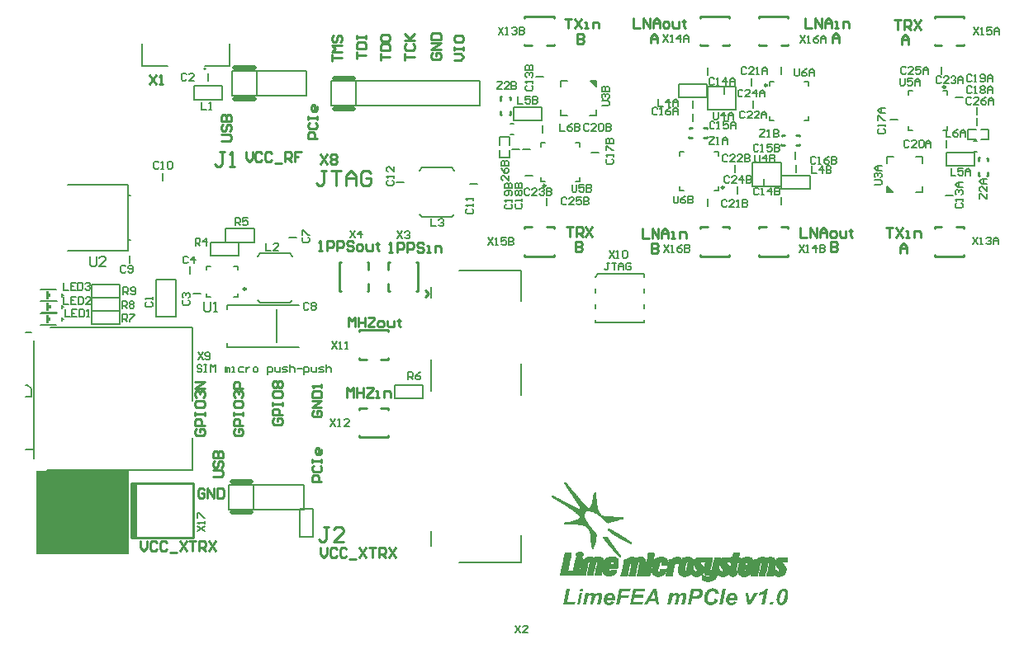
<source format=gto>
G04*
G04 #@! TF.GenerationSoftware,Altium Limited,Altium Designer,19.1.9 (167)*
G04*
G04 Layer_Color=65535*
%FSLAX24Y24*%
%MOIN*%
G70*
G01*
G75*
%ADD10C,0.0098*%
%ADD11C,0.0079*%
%ADD12C,0.0010*%
%ADD13C,0.0010*%
%ADD14C,0.0100*%
%ADD15C,0.0050*%
%ADD16C,0.0080*%
%ADD17C,0.0060*%
%ADD18C,0.0197*%
%ADD19C,0.0059*%
G36*
X34577Y36378D02*
X34291Y36663D01*
X34577Y36663D01*
X34577Y36378D01*
D02*
G37*
G36*
X46594Y32156D02*
X46309Y32156D01*
X46309Y32441D01*
X46594Y32156D01*
D02*
G37*
G36*
X12475Y28051D02*
X12554D01*
Y27933D01*
X12475D01*
Y27835D01*
X12377D01*
Y28150D01*
X12475D01*
Y28051D01*
D02*
G37*
G36*
X12490Y27579D02*
X12569D01*
Y27461D01*
X12490D01*
Y27362D01*
X12392D01*
Y27677D01*
X12490D01*
Y27579D01*
D02*
G37*
G36*
X12480Y27077D02*
X12559D01*
Y26959D01*
X12480D01*
Y26860D01*
X12382D01*
Y27175D01*
X12480D01*
Y27077D01*
D02*
G37*
G36*
X16037Y18192D02*
X15801D01*
Y20397D01*
X16037D01*
Y18192D01*
D02*
G37*
G36*
X15698Y20871D02*
X15698Y17531D01*
X11971D01*
X11971Y20871D01*
X15698Y20871D01*
D02*
G37*
G36*
X34036Y16011D02*
X33908D01*
X33933Y16126D01*
X34060D01*
X34036Y16011D01*
D02*
G37*
G36*
X39299Y16137D02*
X39308Y16137D01*
X39318Y16136D01*
X39331Y16134D01*
X39343Y16131D01*
X39370Y16124D01*
X39385Y16119D01*
X39399Y16114D01*
X39414Y16107D01*
X39427Y16100D01*
X39441Y16091D01*
X39454Y16081D01*
X39455Y16080D01*
X39457Y16078D01*
X39460Y16075D01*
X39464Y16070D01*
X39469Y16065D01*
X39476Y16058D01*
X39481Y16049D01*
X39488Y16040D01*
X39495Y16030D01*
X39501Y16018D01*
X39508Y16005D01*
X39514Y15992D01*
X39520Y15976D01*
X39525Y15960D01*
X39529Y15943D01*
X39531Y15925D01*
X39403Y15913D01*
Y15914D01*
X39402Y15916D01*
Y15919D01*
X39401Y15923D01*
X39398Y15932D01*
X39393Y15944D01*
X39388Y15958D01*
X39380Y15972D01*
X39371Y15985D01*
X39361Y15995D01*
X39360Y15996D01*
X39355Y15999D01*
X39349Y16004D01*
X39339Y16009D01*
X39328Y16013D01*
X39314Y16018D01*
X39298Y16021D01*
X39280Y16022D01*
X39274D01*
X39270Y16021D01*
X39260Y16020D01*
X39245Y16017D01*
X39229Y16013D01*
X39212Y16007D01*
X39193Y15998D01*
X39175Y15987D01*
X39174D01*
X39174Y15985D01*
X39168Y15980D01*
X39158Y15973D01*
X39148Y15960D01*
X39136Y15946D01*
X39122Y15927D01*
X39109Y15905D01*
X39098Y15880D01*
Y15879D01*
X39097Y15877D01*
X39095Y15873D01*
X39093Y15868D01*
X39091Y15861D01*
X39089Y15853D01*
X39086Y15845D01*
X39084Y15835D01*
X39079Y15814D01*
X39074Y15789D01*
X39070Y15762D01*
X39069Y15736D01*
Y15735D01*
Y15732D01*
Y15728D01*
X39070Y15723D01*
Y15716D01*
X39071Y15708D01*
X39074Y15691D01*
X39079Y15672D01*
X39084Y15652D01*
X39094Y15632D01*
X39106Y15614D01*
X39108Y15612D01*
X39113Y15607D01*
X39121Y15601D01*
X39132Y15593D01*
X39146Y15584D01*
X39162Y15578D01*
X39180Y15573D01*
X39190Y15572D01*
X39200Y15571D01*
X39205D01*
X39209Y15572D01*
X39219Y15573D01*
X39231Y15575D01*
X39246Y15580D01*
X39263Y15585D01*
X39279Y15593D01*
X39296Y15604D01*
X39297D01*
X39298Y15606D01*
X39303Y15611D01*
X39311Y15619D01*
X39320Y15630D01*
X39331Y15644D01*
X39342Y15661D01*
X39352Y15682D01*
X39361Y15706D01*
X39497Y15685D01*
Y15684D01*
X39495Y15680D01*
X39494Y15674D01*
X39490Y15667D01*
X39485Y15657D01*
X39480Y15647D01*
X39475Y15635D01*
X39467Y15622D01*
X39450Y15595D01*
X39429Y15567D01*
X39406Y15540D01*
X39391Y15528D01*
X39377Y15516D01*
X39376Y15515D01*
X39373Y15513D01*
X39370Y15511D01*
X39363Y15508D01*
X39355Y15503D01*
X39347Y15498D01*
X39335Y15493D01*
X39324Y15488D01*
X39311Y15482D01*
X39297Y15476D01*
X39281Y15472D01*
X39265Y15468D01*
X39248Y15464D01*
X39230Y15461D01*
X39211Y15459D01*
X39191Y15458D01*
X39186D01*
X39180Y15459D01*
X39172D01*
X39161Y15460D01*
X39150Y15462D01*
X39137Y15464D01*
X39123Y15468D01*
X39108Y15472D01*
X39093Y15476D01*
X39077Y15482D01*
X39062Y15489D01*
X39046Y15497D01*
X39030Y15507D01*
X39016Y15518D01*
X39003Y15530D01*
X39002Y15531D01*
X39000Y15534D01*
X38996Y15538D01*
X38993Y15544D01*
X38988Y15551D01*
X38982Y15561D01*
X38976Y15572D01*
X38970Y15584D01*
X38963Y15599D01*
X38957Y15614D01*
X38951Y15632D01*
X38946Y15651D01*
X38942Y15671D01*
X38939Y15693D01*
X38937Y15716D01*
X38936Y15742D01*
Y15743D01*
Y15746D01*
Y15753D01*
X38937Y15761D01*
Y15770D01*
X38939Y15782D01*
X38940Y15795D01*
X38941Y15809D01*
X38943Y15824D01*
X38947Y15841D01*
X38955Y15875D01*
X38966Y15911D01*
X38973Y15928D01*
X38980Y15946D01*
X38981Y15947D01*
X38982Y15950D01*
X38985Y15955D01*
X38989Y15961D01*
X38994Y15969D01*
X38999Y15978D01*
X39006Y15988D01*
X39013Y15999D01*
X39031Y16022D01*
X39052Y16046D01*
X39078Y16068D01*
X39092Y16079D01*
X39106Y16088D01*
X39107Y16089D01*
X39110Y16090D01*
X39115Y16093D01*
X39120Y16096D01*
X39128Y16100D01*
X39137Y16104D01*
X39147Y16109D01*
X39158Y16114D01*
X39171Y16118D01*
X39185Y16122D01*
X39214Y16131D01*
X39246Y16137D01*
X39263Y16137D01*
X39281Y16138D01*
X39292D01*
X39299Y16137D01*
D02*
G37*
G36*
X38121Y15955D02*
X38134Y15953D01*
X38148Y15949D01*
X38163Y15943D01*
X38177Y15936D01*
X38190Y15925D01*
X38191Y15924D01*
X38194Y15920D01*
X38200Y15913D01*
X38206Y15904D01*
X38211Y15892D01*
X38217Y15879D01*
X38221Y15863D01*
X38222Y15845D01*
Y15844D01*
Y15840D01*
X38221Y15833D01*
X38220Y15825D01*
X38219Y15814D01*
X38216Y15798D01*
X38213Y15780D01*
X38209Y15760D01*
X38146Y15471D01*
X38019D01*
X38081Y15760D01*
Y15761D01*
X38082Y15762D01*
Y15764D01*
X38083Y15768D01*
X38084Y15778D01*
X38086Y15788D01*
X38088Y15798D01*
X38090Y15809D01*
X38092Y15816D01*
Y15819D01*
Y15821D01*
Y15822D01*
Y15825D01*
X38091Y15828D01*
X38090Y15833D01*
X38087Y15843D01*
X38084Y15848D01*
X38080Y15852D01*
X38079Y15853D01*
X38078Y15854D01*
X38075Y15856D01*
X38071Y15859D01*
X38066Y15861D01*
X38060Y15863D01*
X38053Y15864D01*
X38045Y15865D01*
X38040D01*
X38036Y15864D01*
X38027Y15862D01*
X38015Y15858D01*
X38002Y15852D01*
X37987Y15843D01*
X37979Y15837D01*
X37972Y15831D01*
X37965Y15823D01*
X37958Y15814D01*
X37957Y15812D01*
X37955Y15810D01*
X37953Y15807D01*
X37951Y15802D01*
X37948Y15798D01*
X37944Y15791D01*
X37941Y15784D01*
X37938Y15776D01*
X37934Y15766D01*
X37930Y15756D01*
X37926Y15744D01*
X37922Y15732D01*
X37918Y15718D01*
X37914Y15703D01*
X37910Y15686D01*
X37865Y15471D01*
X37738D01*
X37798Y15757D01*
Y15758D01*
X37798Y15759D01*
X37799Y15765D01*
X37801Y15774D01*
X37803Y15783D01*
X37805Y15795D01*
X37806Y15805D01*
X37808Y15815D01*
Y15821D01*
Y15822D01*
Y15824D01*
X37807Y15828D01*
X37806Y15833D01*
X37802Y15842D01*
X37799Y15848D01*
X37795Y15852D01*
X37794Y15853D01*
X37793Y15854D01*
X37790Y15856D01*
X37786Y15859D01*
X37780Y15861D01*
X37775Y15863D01*
X37768Y15864D01*
X37760Y15865D01*
X37756D01*
X37752Y15864D01*
X37746Y15863D01*
X37740Y15862D01*
X37732Y15859D01*
X37725Y15856D01*
X37716Y15851D01*
X37715Y15851D01*
X37712Y15850D01*
X37708Y15847D01*
X37703Y15843D01*
X37696Y15838D01*
X37690Y15832D01*
X37683Y15825D01*
X37676Y15817D01*
X37675Y15816D01*
X37673Y15814D01*
X37671Y15809D01*
X37667Y15802D01*
X37662Y15795D01*
X37657Y15784D01*
X37653Y15774D01*
X37648Y15762D01*
Y15761D01*
X37647Y15758D01*
X37645Y15753D01*
X37643Y15746D01*
X37641Y15737D01*
X37637Y15724D01*
X37634Y15708D01*
X37632Y15699D01*
X37629Y15689D01*
X37583Y15471D01*
X37457D01*
X37556Y15946D01*
X37676D01*
X37665Y15888D01*
X37666Y15889D01*
X37668Y15891D01*
X37672Y15895D01*
X37677Y15899D01*
X37684Y15905D01*
X37691Y15910D01*
X37700Y15916D01*
X37710Y15923D01*
X37733Y15935D01*
X37758Y15946D01*
X37772Y15950D01*
X37785Y15954D01*
X37800Y15956D01*
X37815Y15957D01*
X37823D01*
X37833Y15956D01*
X37845Y15954D01*
X37858Y15951D01*
X37872Y15947D01*
X37886Y15941D01*
X37897Y15934D01*
X37898Y15933D01*
X37902Y15930D01*
X37906Y15924D01*
X37913Y15918D01*
X37919Y15909D01*
X37925Y15898D01*
X37931Y15887D01*
X37935Y15872D01*
X37936Y15874D01*
X37940Y15878D01*
X37945Y15885D01*
X37953Y15893D01*
X37963Y15903D01*
X37975Y15912D01*
X37989Y15923D01*
X38005Y15932D01*
X38006D01*
X38007Y15933D01*
X38010Y15934D01*
X38013Y15936D01*
X38022Y15940D01*
X38034Y15944D01*
X38048Y15949D01*
X38066Y15953D01*
X38083Y15956D01*
X38101Y15957D01*
X38111D01*
X38121Y15955D01*
D02*
G37*
G36*
X34711Y15955D02*
X34724Y15953D01*
X34738Y15949D01*
X34753Y15943D01*
X34767Y15936D01*
X34779Y15925D01*
X34780Y15924D01*
X34784Y15920D01*
X34790Y15913D01*
X34796Y15904D01*
X34801Y15892D01*
X34807Y15879D01*
X34811Y15863D01*
X34812Y15845D01*
Y15844D01*
Y15840D01*
X34811Y15833D01*
X34810Y15825D01*
X34809Y15814D01*
X34806Y15798D01*
X34803Y15780D01*
X34798Y15760D01*
X34736Y15471D01*
X34609D01*
X34671Y15760D01*
Y15761D01*
X34671Y15762D01*
Y15764D01*
X34672Y15768D01*
X34674Y15778D01*
X34676Y15788D01*
X34678Y15798D01*
X34680Y15809D01*
X34682Y15816D01*
Y15819D01*
Y15821D01*
Y15822D01*
Y15825D01*
X34681Y15828D01*
X34680Y15833D01*
X34677Y15843D01*
X34673Y15848D01*
X34670Y15852D01*
X34669Y15853D01*
X34668Y15854D01*
X34665Y15856D01*
X34661Y15859D01*
X34656Y15861D01*
X34650Y15863D01*
X34643Y15864D01*
X34635Y15865D01*
X34630D01*
X34626Y15864D01*
X34617Y15862D01*
X34605Y15858D01*
X34592Y15852D01*
X34577Y15843D01*
X34569Y15837D01*
X34562Y15831D01*
X34555Y15823D01*
X34547Y15814D01*
X34546Y15812D01*
X34545Y15810D01*
X34543Y15807D01*
X34541Y15802D01*
X34538Y15798D01*
X34534Y15791D01*
X34531Y15784D01*
X34528Y15776D01*
X34524Y15766D01*
X34520Y15756D01*
X34516Y15744D01*
X34511Y15732D01*
X34508Y15718D01*
X34504Y15703D01*
X34500Y15686D01*
X34455Y15471D01*
X34328D01*
X34387Y15757D01*
Y15758D01*
X34388Y15759D01*
X34389Y15765D01*
X34391Y15774D01*
X34393Y15783D01*
X34395Y15795D01*
X34396Y15805D01*
X34398Y15815D01*
Y15821D01*
Y15822D01*
Y15824D01*
X34397Y15828D01*
X34396Y15833D01*
X34392Y15842D01*
X34389Y15848D01*
X34385Y15852D01*
X34384Y15853D01*
X34383Y15854D01*
X34380Y15856D01*
X34376Y15859D01*
X34370Y15861D01*
X34365Y15863D01*
X34358Y15864D01*
X34349Y15865D01*
X34346D01*
X34342Y15864D01*
X34336Y15863D01*
X34330Y15862D01*
X34322Y15859D01*
X34314Y15856D01*
X34306Y15851D01*
X34305Y15851D01*
X34302Y15850D01*
X34297Y15847D01*
X34293Y15843D01*
X34286Y15838D01*
X34279Y15832D01*
X34273Y15825D01*
X34266Y15817D01*
X34265Y15816D01*
X34263Y15814D01*
X34260Y15809D01*
X34257Y15802D01*
X34252Y15795D01*
X34247Y15784D01*
X34242Y15774D01*
X34238Y15762D01*
Y15761D01*
X34237Y15758D01*
X34235Y15753D01*
X34233Y15746D01*
X34231Y15737D01*
X34227Y15724D01*
X34224Y15708D01*
X34222Y15699D01*
X34219Y15689D01*
X34173Y15471D01*
X34046D01*
X34146Y15946D01*
X34266D01*
X34255Y15888D01*
X34256Y15889D01*
X34258Y15891D01*
X34261Y15895D01*
X34267Y15899D01*
X34274Y15905D01*
X34281Y15910D01*
X34290Y15916D01*
X34300Y15923D01*
X34323Y15935D01*
X34348Y15946D01*
X34362Y15950D01*
X34375Y15954D01*
X34390Y15956D01*
X34404Y15957D01*
X34413D01*
X34423Y15956D01*
X34435Y15954D01*
X34448Y15951D01*
X34462Y15947D01*
X34475Y15941D01*
X34487Y15934D01*
X34488Y15933D01*
X34492Y15930D01*
X34496Y15924D01*
X34503Y15918D01*
X34509Y15909D01*
X34515Y15898D01*
X34521Y15887D01*
X34525Y15872D01*
X34526Y15874D01*
X34529Y15878D01*
X34535Y15885D01*
X34543Y15893D01*
X34553Y15903D01*
X34564Y15912D01*
X34579Y15923D01*
X34595Y15932D01*
X34596D01*
X34597Y15933D01*
X34599Y15934D01*
X34603Y15936D01*
X34612Y15940D01*
X34624Y15944D01*
X34638Y15949D01*
X34655Y15953D01*
X34672Y15956D01*
X34691Y15957D01*
X34701D01*
X34711Y15955D01*
D02*
G37*
G36*
X40802Y15471D02*
X40692D01*
X40598Y15946D01*
X40724D01*
X40756Y15738D01*
Y15737D01*
X40757Y15734D01*
Y15730D01*
X40758Y15725D01*
X40759Y15718D01*
X40761Y15709D01*
X40764Y15692D01*
X40766Y15673D01*
X40769Y15655D01*
X40771Y15639D01*
X40772Y15633D01*
X40773Y15627D01*
X40774Y15629D01*
X40776Y15632D01*
X40779Y15637D01*
X40782Y15644D01*
X40788Y15654D01*
X40795Y15667D01*
X40799Y15675D01*
X40804Y15684D01*
Y15685D01*
X40805Y15686D01*
X40809Y15691D01*
X40814Y15700D01*
X40819Y15710D01*
X40825Y15721D01*
X40831Y15730D01*
X40835Y15739D01*
X40838Y15744D01*
X40957Y15946D01*
X41095D01*
X40802Y15471D01*
D02*
G37*
G36*
X41716D02*
X41589D01*
X41614Y15595D01*
X41741D01*
X41716Y15471D01*
D02*
G37*
G36*
X41367D02*
X41238D01*
X41333Y15924D01*
X41331Y15923D01*
X41326Y15920D01*
X41318Y15915D01*
X41306Y15908D01*
X41293Y15901D01*
X41277Y15893D01*
X41259Y15885D01*
X41240Y15876D01*
X41239D01*
X41238Y15875D01*
X41235Y15874D01*
X41231Y15872D01*
X41221Y15869D01*
X41209Y15865D01*
X41194Y15860D01*
X41178Y15855D01*
X41163Y15851D01*
X41147Y15847D01*
X41172Y15961D01*
X41173D01*
X41174Y15962D01*
X41179Y15964D01*
X41188Y15969D01*
X41199Y15975D01*
X41212Y15981D01*
X41228Y15989D01*
X41246Y15998D01*
X41265Y16010D01*
X41285Y16021D01*
X41306Y16034D01*
X41328Y16048D01*
X41349Y16063D01*
X41370Y16079D01*
X41390Y16095D01*
X41409Y16112D01*
X41427Y16130D01*
X41505D01*
X41367Y15471D01*
D02*
G37*
G36*
X39675D02*
X39542D01*
X39679Y16126D01*
X39814D01*
X39675Y15471D01*
D02*
G37*
G36*
X38696Y16125D02*
X38703D01*
X38719Y16124D01*
X38737Y16122D01*
X38755Y16119D01*
X38774Y16115D01*
X38790Y16109D01*
X38791D01*
X38792Y16108D01*
X38797Y16106D01*
X38804Y16101D01*
X38814Y16096D01*
X38824Y16088D01*
X38835Y16079D01*
X38847Y16066D01*
X38856Y16053D01*
X38857Y16051D01*
X38860Y16047D01*
X38864Y16038D01*
X38869Y16028D01*
X38873Y16013D01*
X38877Y15998D01*
X38880Y15980D01*
X38881Y15961D01*
Y15960D01*
Y15959D01*
Y15957D01*
Y15953D01*
X38880Y15943D01*
X38878Y15930D01*
X38876Y15916D01*
X38872Y15899D01*
X38868Y15882D01*
X38861Y15864D01*
Y15863D01*
X38860Y15862D01*
X38857Y15856D01*
X38853Y15848D01*
X38848Y15837D01*
X38841Y15825D01*
X38834Y15813D01*
X38824Y15800D01*
X38814Y15789D01*
X38813Y15788D01*
X38809Y15784D01*
X38803Y15780D01*
X38796Y15774D01*
X38787Y15766D01*
X38777Y15760D01*
X38766Y15753D01*
X38754Y15746D01*
X38752Y15745D01*
X38748Y15744D01*
X38741Y15742D01*
X38731Y15739D01*
X38719Y15735D01*
X38704Y15731D01*
X38687Y15727D01*
X38667Y15725D01*
X38665D01*
X38660Y15724D01*
X38652D01*
X38646Y15723D01*
X38632D01*
X38623Y15722D01*
X38603D01*
X38591Y15721D01*
X38461D01*
X38408Y15471D01*
X38275D01*
X38412Y16126D01*
X38690D01*
X38696Y16125D01*
D02*
G37*
G36*
X37124Y15471D02*
X36996D01*
X36975Y15616D01*
X36715D01*
X36636Y15471D01*
X36498D01*
X36867Y16126D01*
X37019D01*
X37124Y15471D01*
D02*
G37*
G36*
X36535Y16016D02*
X36184D01*
X36152Y15869D01*
X36492D01*
X36469Y15759D01*
X36127D01*
X36088Y15581D01*
X36470Y15581D01*
X36446Y15471D01*
X35935Y15471D01*
X36072Y16126D01*
X36558Y16126D01*
X36535Y16016D01*
D02*
G37*
G36*
X35945Y16016D02*
X35621D01*
X35588Y15859D01*
X35906D01*
X35884Y15749D01*
X35565D01*
X35507Y15471D01*
X35373D01*
X35511Y16126D01*
X35969D01*
X35945Y16016D01*
D02*
G37*
G36*
X33922Y15471D02*
X33795D01*
X33895Y15946D01*
X34023D01*
X33922Y15471D01*
D02*
G37*
G36*
X33397Y15581D02*
X33732D01*
X33709Y15471D01*
X33240D01*
X33377Y16126D01*
X33511D01*
X33397Y15581D01*
D02*
G37*
G36*
X42157Y16129D02*
X42163Y16128D01*
X42171Y16127D01*
X42190Y16122D01*
X42211Y16116D01*
X42221Y16111D01*
X42232Y16105D01*
X42243Y16099D01*
X42254Y16090D01*
X42265Y16082D01*
X42274Y16071D01*
X42275Y16070D01*
X42276Y16068D01*
X42279Y16066D01*
X42283Y16061D01*
X42286Y16054D01*
X42290Y16048D01*
X42295Y16039D01*
X42301Y16029D01*
X42305Y16017D01*
X42310Y16005D01*
X42314Y15991D01*
X42318Y15976D01*
X42321Y15959D01*
X42324Y15942D01*
X42325Y15923D01*
X42326Y15904D01*
Y15903D01*
Y15899D01*
Y15893D01*
X42325Y15886D01*
Y15877D01*
X42324Y15866D01*
X42323Y15853D01*
X42321Y15839D01*
X42319Y15823D01*
X42317Y15807D01*
X42314Y15789D01*
X42310Y15771D01*
X42301Y15731D01*
X42288Y15690D01*
Y15689D01*
X42286Y15685D01*
X42284Y15679D01*
X42282Y15672D01*
X42278Y15662D01*
X42273Y15651D01*
X42267Y15639D01*
X42262Y15626D01*
X42247Y15599D01*
X42229Y15570D01*
X42210Y15543D01*
X42198Y15530D01*
X42187Y15518D01*
X42186Y15517D01*
X42184Y15515D01*
X42180Y15512D01*
X42175Y15509D01*
X42170Y15504D01*
X42162Y15499D01*
X42155Y15494D01*
X42145Y15489D01*
X42123Y15477D01*
X42100Y15468D01*
X42086Y15464D01*
X42072Y15461D01*
X42058Y15459D01*
X42043Y15458D01*
X42035D01*
X42030Y15459D01*
X42023Y15460D01*
X42015Y15461D01*
X41997Y15466D01*
X41976Y15473D01*
X41965Y15477D01*
X41954Y15483D01*
X41943Y15490D01*
X41932Y15497D01*
X41922Y15506D01*
X41911Y15516D01*
X41910Y15517D01*
X41909Y15519D01*
X41907Y15522D01*
X41904Y15527D01*
X41900Y15533D01*
X41895Y15540D01*
X41890Y15548D01*
X41886Y15559D01*
X41881Y15570D01*
X41876Y15583D01*
X41872Y15596D01*
X41868Y15611D01*
X41865Y15627D01*
X41862Y15644D01*
X41861Y15663D01*
X41860Y15683D01*
Y15684D01*
Y15688D01*
Y15692D01*
X41861Y15700D01*
Y15709D01*
X41862Y15720D01*
X41863Y15732D01*
X41864Y15745D01*
X41866Y15760D01*
X41869Y15776D01*
X41874Y15810D01*
X41882Y15846D01*
X41893Y15884D01*
X41894Y15886D01*
X41895Y15889D01*
X41898Y15896D01*
X41901Y15905D01*
X41905Y15915D01*
X41910Y15926D01*
X41916Y15940D01*
X41923Y15954D01*
X41938Y15984D01*
X41956Y16014D01*
X41965Y16030D01*
X41977Y16044D01*
X41988Y16057D01*
X41999Y16069D01*
X42000Y16070D01*
X42002Y16072D01*
X42006Y16075D01*
X42011Y16079D01*
X42016Y16084D01*
X42024Y16088D01*
X42032Y16094D01*
X42042Y16100D01*
X42063Y16111D01*
X42087Y16120D01*
X42101Y16124D01*
X42114Y16127D01*
X42128Y16129D01*
X42143Y16130D01*
X42151D01*
X42157Y16129D01*
D02*
G37*
G36*
X40096Y15956D02*
X40103Y15955D01*
X40112Y15954D01*
X40121Y15952D01*
X40132Y15950D01*
X40155Y15943D01*
X40166Y15940D01*
X40177Y15934D01*
X40189Y15927D01*
X40200Y15921D01*
X40210Y15912D01*
X40221Y15903D01*
X40222Y15902D01*
X40223Y15900D01*
X40226Y15897D01*
X40229Y15893D01*
X40233Y15887D01*
X40237Y15881D01*
X40242Y15872D01*
X40247Y15864D01*
X40252Y15853D01*
X40257Y15842D01*
X40261Y15830D01*
X40264Y15816D01*
X40268Y15801D01*
X40271Y15785D01*
X40272Y15769D01*
X40273Y15751D01*
Y15750D01*
Y15749D01*
Y15744D01*
Y15734D01*
X40272Y15724D01*
X40271Y15710D01*
X40269Y15696D01*
X40264Y15668D01*
X39942D01*
Y15667D01*
Y15663D01*
X39941Y15659D01*
Y15655D01*
Y15655D01*
Y15654D01*
Y15648D01*
X39942Y15639D01*
X39944Y15628D01*
X39947Y15616D01*
X39952Y15603D01*
X39959Y15590D01*
X39967Y15579D01*
X39968Y15578D01*
X39972Y15574D01*
X39978Y15570D01*
X39986Y15565D01*
X39996Y15560D01*
X40007Y15555D01*
X40020Y15551D01*
X40034Y15550D01*
X40041D01*
X40045Y15551D01*
X40050Y15552D01*
X40057Y15554D01*
X40071Y15559D01*
X40079Y15562D01*
X40087Y15566D01*
X40096Y15572D01*
X40103Y15579D01*
X40112Y15586D01*
X40121Y15595D01*
X40128Y15605D01*
X40135Y15617D01*
X40249Y15598D01*
Y15597D01*
X40247Y15595D01*
X40246Y15591D01*
X40243Y15586D01*
X40240Y15581D01*
X40235Y15574D01*
X40226Y15558D01*
X40212Y15541D01*
X40196Y15524D01*
X40178Y15507D01*
X40158Y15493D01*
X40157D01*
X40156Y15491D01*
X40153Y15490D01*
X40149Y15487D01*
X40143Y15485D01*
X40138Y15482D01*
X40121Y15476D01*
X40103Y15469D01*
X40082Y15464D01*
X40059Y15460D01*
X40033Y15458D01*
X40024D01*
X40017Y15459D01*
X40009Y15460D01*
X39999Y15461D01*
X39989Y15463D01*
X39978Y15466D01*
X39953Y15474D01*
X39940Y15478D01*
X39926Y15484D01*
X39914Y15491D01*
X39901Y15499D01*
X39888Y15509D01*
X39877Y15519D01*
X39876Y15520D01*
X39874Y15522D01*
X39871Y15526D01*
X39868Y15530D01*
X39863Y15536D01*
X39858Y15544D01*
X39852Y15552D01*
X39848Y15562D01*
X39842Y15573D01*
X39836Y15584D01*
X39832Y15598D01*
X39827Y15612D01*
X39823Y15627D01*
X39820Y15644D01*
X39818Y15661D01*
X39817Y15679D01*
Y15680D01*
Y15684D01*
Y15689D01*
X39818Y15695D01*
X39819Y15704D01*
X39820Y15714D01*
X39822Y15726D01*
X39824Y15738D01*
X39831Y15764D01*
X39835Y15779D01*
X39840Y15794D01*
X39847Y15809D01*
X39853Y15824D01*
X39862Y15839D01*
X39871Y15853D01*
X39872Y15854D01*
X39875Y15858D01*
X39879Y15863D01*
X39885Y15869D01*
X39893Y15877D01*
X39902Y15887D01*
X39913Y15895D01*
X39925Y15905D01*
X39940Y15915D01*
X39956Y15924D01*
X39973Y15933D01*
X39992Y15941D01*
X40012Y15947D01*
X40033Y15952D01*
X40057Y15956D01*
X40082Y15957D01*
X40090D01*
X40096Y15956D01*
D02*
G37*
G36*
X35159Y15956D02*
X35167Y15955D01*
X35175Y15954D01*
X35185Y15952D01*
X35195Y15950D01*
X35218Y15943D01*
X35229Y15940D01*
X35241Y15934D01*
X35252Y15927D01*
X35263Y15921D01*
X35274Y15912D01*
X35284Y15903D01*
X35285Y15902D01*
X35286Y15900D01*
X35289Y15897D01*
X35293Y15893D01*
X35296Y15887D01*
X35300Y15881D01*
X35305Y15872D01*
X35311Y15864D01*
X35315Y15853D01*
X35320Y15842D01*
X35324Y15830D01*
X35328Y15816D01*
X35332Y15801D01*
X35334Y15785D01*
X35335Y15769D01*
X35336Y15751D01*
Y15750D01*
Y15749D01*
Y15744D01*
Y15734D01*
X35335Y15724D01*
X35334Y15710D01*
X35332Y15696D01*
X35327Y15668D01*
X35005D01*
Y15667D01*
Y15663D01*
X35004Y15659D01*
Y15655D01*
Y15655D01*
Y15654D01*
Y15648D01*
X35006Y15639D01*
X35008Y15628D01*
X35010Y15616D01*
X35015Y15603D01*
X35022Y15590D01*
X35030Y15579D01*
X35031Y15578D01*
X35035Y15574D01*
X35041Y15570D01*
X35049Y15565D01*
X35059Y15560D01*
X35070Y15555D01*
X35083Y15551D01*
X35098Y15550D01*
X35104D01*
X35108Y15551D01*
X35114Y15552D01*
X35120Y15554D01*
X35135Y15559D01*
X35142Y15562D01*
X35151Y15566D01*
X35159Y15572D01*
X35167Y15579D01*
X35175Y15586D01*
X35184Y15595D01*
X35191Y15605D01*
X35198Y15617D01*
X35313Y15598D01*
Y15597D01*
X35311Y15595D01*
X35309Y15591D01*
X35306Y15586D01*
X35303Y15581D01*
X35298Y15574D01*
X35289Y15558D01*
X35276Y15541D01*
X35260Y15524D01*
X35242Y15507D01*
X35222Y15493D01*
X35221D01*
X35219Y15491D01*
X35216Y15490D01*
X35212Y15487D01*
X35207Y15485D01*
X35201Y15482D01*
X35185Y15476D01*
X35167Y15469D01*
X35145Y15464D01*
X35122Y15460D01*
X35097Y15458D01*
X35087D01*
X35081Y15459D01*
X35072Y15460D01*
X35063Y15461D01*
X35052Y15463D01*
X35041Y15466D01*
X35016Y15474D01*
X35003Y15478D01*
X34990Y15484D01*
X34977Y15491D01*
X34964Y15499D01*
X34952Y15509D01*
X34940Y15519D01*
X34939Y15520D01*
X34938Y15522D01*
X34935Y15526D01*
X34931Y15530D01*
X34926Y15536D01*
X34921Y15544D01*
X34916Y15552D01*
X34911Y15562D01*
X34905Y15573D01*
X34900Y15584D01*
X34895Y15598D01*
X34890Y15612D01*
X34886Y15627D01*
X34884Y15644D01*
X34882Y15661D01*
X34881Y15679D01*
Y15680D01*
Y15684D01*
Y15689D01*
X34882Y15695D01*
X34883Y15704D01*
X34884Y15714D01*
X34885Y15726D01*
X34887Y15738D01*
X34894Y15764D01*
X34899Y15779D01*
X34903Y15794D01*
X34910Y15809D01*
X34917Y15824D01*
X34925Y15839D01*
X34935Y15853D01*
X34936Y15854D01*
X34939Y15858D01*
X34942Y15863D01*
X34948Y15869D01*
X34957Y15877D01*
X34965Y15887D01*
X34976Y15895D01*
X34989Y15905D01*
X35003Y15915D01*
X35019Y15924D01*
X35036Y15933D01*
X35055Y15941D01*
X35075Y15947D01*
X35097Y15952D01*
X35120Y15956D01*
X35145Y15957D01*
X35153D01*
X35159Y15956D01*
D02*
G37*
%LPC*%
G36*
X38643Y16018D02*
X38524D01*
X38484Y15831D01*
X38551D01*
X38562Y15832D01*
X38584Y15833D01*
X38607Y15833D01*
X38631Y15836D01*
X38641Y15838D01*
X38652Y15839D01*
X38660Y15842D01*
X38668Y15844D01*
X38670Y15845D01*
X38673Y15847D01*
X38680Y15850D01*
X38689Y15854D01*
X38697Y15860D01*
X38707Y15868D01*
X38716Y15876D01*
X38725Y15886D01*
X38726Y15887D01*
X38727Y15890D01*
X38731Y15897D01*
X38735Y15905D01*
X38739Y15914D01*
X38743Y15925D01*
X38745Y15937D01*
X38745Y15950D01*
Y15951D01*
Y15954D01*
X38745Y15958D01*
Y15964D01*
X38741Y15976D01*
X38738Y15983D01*
X38734Y15989D01*
Y15990D01*
X38732Y15992D01*
X38727Y15997D01*
X38717Y16004D01*
X38705Y16011D01*
X38704D01*
X38701Y16012D01*
X38695Y16013D01*
X38687Y16014D01*
X38676Y16016D01*
X38661Y16017D01*
X38653D01*
X38643Y16018D01*
D02*
G37*
G36*
X36920Y15989D02*
X36776Y15726D01*
X36958D01*
X36920Y15989D01*
D02*
G37*
G36*
X42139Y16028D02*
X42137D01*
X42133Y16027D01*
X42126Y16026D01*
X42118Y16024D01*
X42108Y16019D01*
X42098Y16013D01*
X42087Y16006D01*
X42077Y15994D01*
Y15994D01*
X42075Y15993D01*
X42073Y15989D01*
X42070Y15985D01*
X42068Y15979D01*
X42063Y15973D01*
X42059Y15965D01*
X42054Y15956D01*
X42049Y15944D01*
X42043Y15932D01*
X42037Y15919D01*
X42032Y15903D01*
X42026Y15887D01*
X42020Y15868D01*
X42014Y15848D01*
X42009Y15826D01*
Y15825D01*
X42008Y15821D01*
X42007Y15816D01*
X42005Y15809D01*
X42003Y15800D01*
X42001Y15790D01*
X41999Y15779D01*
X41997Y15766D01*
X41993Y15739D01*
X41989Y15711D01*
X41986Y15683D01*
X41985Y15656D01*
Y15655D01*
Y15655D01*
Y15652D01*
Y15648D01*
X41986Y15638D01*
X41987Y15627D01*
X41989Y15615D01*
X41993Y15602D01*
X41997Y15591D01*
X42002Y15582D01*
X42003Y15581D01*
X42005Y15579D01*
X42009Y15575D01*
X42014Y15571D01*
X42020Y15567D01*
X42028Y15564D01*
X42037Y15562D01*
X42047Y15561D01*
X42049D01*
X42052Y15562D01*
X42060Y15563D01*
X42068Y15565D01*
X42078Y15569D01*
X42089Y15575D01*
X42100Y15583D01*
X42111Y15594D01*
Y15595D01*
X42113Y15596D01*
X42115Y15599D01*
X42118Y15603D01*
X42121Y15608D01*
X42124Y15615D01*
X42128Y15623D01*
X42133Y15633D01*
X42139Y15643D01*
X42143Y15656D01*
X42149Y15671D01*
X42155Y15687D01*
X42160Y15705D01*
X42166Y15724D01*
X42172Y15745D01*
X42177Y15769D01*
Y15770D01*
X42178Y15774D01*
X42179Y15780D01*
X42181Y15786D01*
X42183Y15795D01*
X42185Y15805D01*
X42187Y15816D01*
X42190Y15829D01*
X42193Y15855D01*
X42197Y15883D01*
X42200Y15909D01*
X42201Y15923D01*
Y15934D01*
Y15935D01*
Y15936D01*
Y15942D01*
X42200Y15951D01*
X42199Y15961D01*
X42196Y15973D01*
X42193Y15985D01*
X42189Y15995D01*
X42183Y16005D01*
X42182Y16006D01*
X42180Y16009D01*
X42176Y16012D01*
X42171Y16016D01*
X42165Y16020D01*
X42158Y16024D01*
X42148Y16027D01*
X42139Y16028D01*
D02*
G37*
G36*
X40068Y15865D02*
X40062D01*
X40054Y15863D01*
X40045Y15861D01*
X40033Y15857D01*
X40021Y15852D01*
X40009Y15845D01*
X39996Y15834D01*
X39996Y15833D01*
X39992Y15829D01*
X39986Y15822D01*
X39979Y15812D01*
X39973Y15799D01*
X39965Y15784D01*
X39959Y15767D01*
X39954Y15746D01*
X40156D01*
Y15747D01*
Y15751D01*
Y15755D01*
Y15759D01*
Y15760D01*
Y15761D01*
Y15763D01*
Y15767D01*
X40155Y15777D01*
X40153Y15789D01*
X40150Y15801D01*
X40145Y15815D01*
X40139Y15827D01*
X40132Y15838D01*
X40131Y15839D01*
X40127Y15842D01*
X40122Y15847D01*
X40115Y15851D01*
X40106Y15856D01*
X40095Y15861D01*
X40083Y15864D01*
X40068Y15865D01*
D02*
G37*
G36*
X35132Y15865D02*
X35125D01*
X35117Y15863D01*
X35108Y15861D01*
X35097Y15857D01*
X35084Y15852D01*
X35072Y15845D01*
X35060Y15834D01*
X35059Y15833D01*
X35055Y15829D01*
X35049Y15822D01*
X35043Y15812D01*
X35036Y15799D01*
X35028Y15784D01*
X35022Y15767D01*
X35017Y15746D01*
X35219D01*
Y15747D01*
Y15751D01*
Y15755D01*
Y15759D01*
Y15760D01*
Y15761D01*
Y15763D01*
Y15767D01*
X35218Y15777D01*
X35216Y15789D01*
X35213Y15801D01*
X35208Y15815D01*
X35203Y15827D01*
X35195Y15838D01*
X35194Y15839D01*
X35190Y15842D01*
X35186Y15847D01*
X35178Y15851D01*
X35170Y15856D01*
X35158Y15861D01*
X35146Y15864D01*
X35132Y15865D01*
D02*
G37*
%LPD*%
G54D10*
X20433Y28238D02*
G03*
X20433Y28238I-49J0D01*
G01*
X41472Y36477D02*
G03*
X41472Y36477I-49J0D01*
G01*
X39729Y32342D02*
G03*
X39729Y32342I-49J0D01*
G01*
X48672Y36402D02*
G03*
X48672Y36402I-49J0D01*
G01*
X32529Y32417D02*
G03*
X32529Y32417I-49J0D01*
G01*
X27677Y27933D02*
X27795Y28051D01*
X27677Y28169D02*
X27795Y28051D01*
X16191Y18055D02*
Y17792D01*
X16322Y17661D01*
X16453Y17792D01*
Y18055D01*
X16847Y17989D02*
X16781Y18055D01*
X16650D01*
X16585Y17989D01*
Y17727D01*
X16650Y17661D01*
X16781D01*
X16847Y17727D01*
X17241Y17989D02*
X17175Y18055D01*
X17044D01*
X16978Y17989D01*
Y17727D01*
X17044Y17661D01*
X17175D01*
X17241Y17727D01*
X17372Y17595D02*
X17634D01*
X17765Y18055D02*
X18028Y17661D01*
Y18055D02*
X17765Y17661D01*
X18159Y18055D02*
X18421D01*
X18290D01*
Y17661D01*
X18552D02*
Y18055D01*
X18749D01*
X18815Y17989D01*
Y17858D01*
X18749Y17792D01*
X18552D01*
X18684D02*
X18815Y17661D01*
X18946Y18055D02*
X19208Y17661D01*
Y18055D02*
X18946Y17661D01*
X18761Y20123D02*
X18695Y20189D01*
X18564D01*
X18498Y20123D01*
Y19861D01*
X18564Y19795D01*
X18695D01*
X18761Y19861D01*
Y19992D01*
X18630D01*
X18892Y19795D02*
Y20189D01*
X19154Y19795D01*
Y20189D01*
X19286D02*
Y19795D01*
X19482D01*
X19548Y19861D01*
Y20123D01*
X19482Y20189D01*
X19286D01*
X23907Y37441D02*
Y37703D01*
Y37572D01*
X24300D01*
Y37835D02*
X23907D01*
X24038Y37966D01*
X23907Y38097D01*
X24300D01*
X23973Y38490D02*
X23907Y38425D01*
Y38294D01*
X23973Y38228D01*
X24038D01*
X24104Y38294D01*
Y38425D01*
X24169Y38490D01*
X24235D01*
X24300Y38425D01*
Y38294D01*
X24235Y38228D01*
X24896Y37559D02*
Y37821D01*
Y37690D01*
X25290D01*
X24896Y37953D02*
X25290D01*
Y38149D01*
X25224Y38215D01*
X24962D01*
X24896Y38149D01*
Y37953D01*
Y38346D02*
Y38477D01*
Y38412D01*
X25290D01*
Y38346D01*
Y38477D01*
X25866Y37480D02*
Y37743D01*
Y37612D01*
X26260D01*
X25866Y37874D02*
X26260D01*
Y38071D01*
X26194Y38136D01*
X25932D01*
X25866Y38071D01*
Y37874D01*
Y38464D02*
Y38333D01*
X25932Y38267D01*
X26194D01*
X26260Y38333D01*
Y38464D01*
X26194Y38530D01*
X25932D01*
X25866Y38464D01*
X26855Y37500D02*
Y37762D01*
Y37631D01*
X27249D01*
X26921Y38156D02*
X26855Y38090D01*
Y37959D01*
X26921Y37894D01*
X27183D01*
X27249Y37959D01*
Y38090D01*
X27183Y38156D01*
X26855Y38287D02*
X27249D01*
X27118D01*
X26855Y38550D01*
X27052Y38353D01*
X27249Y38550D01*
X27984Y37782D02*
X27919Y37716D01*
Y37585D01*
X27984Y37520D01*
X28247D01*
X28312Y37585D01*
Y37716D01*
X28247Y37782D01*
X28115D01*
Y37651D01*
X28312Y37913D02*
X27919D01*
X28312Y38176D01*
X27919D01*
Y38307D02*
X28312D01*
Y38504D01*
X28247Y38569D01*
X27984D01*
X27919Y38504D01*
Y38307D01*
X28832Y37500D02*
X29095D01*
X29226Y37631D01*
X29095Y37762D01*
X28832D01*
Y37894D02*
Y38025D01*
Y37959D01*
X29226D01*
Y37894D01*
Y38025D01*
X28832Y38418D02*
Y38287D01*
X28898Y38222D01*
X29160D01*
X29226Y38287D01*
Y38418D01*
X29160Y38484D01*
X28898D01*
X28832Y38418D01*
X23445Y17780D02*
Y17517D01*
X23576Y17386D01*
X23707Y17517D01*
Y17780D01*
X24101Y17714D02*
X24035Y17780D01*
X23904D01*
X23838Y17714D01*
Y17452D01*
X23904Y17386D01*
X24035D01*
X24101Y17452D01*
X24494Y17714D02*
X24429Y17780D01*
X24298D01*
X24232Y17714D01*
Y17452D01*
X24298Y17386D01*
X24429D01*
X24494Y17452D01*
X24626Y17320D02*
X24888D01*
X25019Y17780D02*
X25282Y17386D01*
Y17780D02*
X25019Y17386D01*
X25413Y17780D02*
X25675D01*
X25544D01*
Y17386D01*
X25806D02*
Y17780D01*
X26003D01*
X26069Y17714D01*
Y17583D01*
X26003Y17517D01*
X25806D01*
X25938D02*
X26069Y17386D01*
X26200Y17780D02*
X26462Y17386D01*
Y17780D02*
X26200Y17386D01*
X20433Y33770D02*
Y33507D01*
X20564Y33376D01*
X20695Y33507D01*
Y33770D01*
X21089Y33704D02*
X21023Y33770D01*
X20892D01*
X20827Y33704D01*
Y33442D01*
X20892Y33376D01*
X21023D01*
X21089Y33442D01*
X21483Y33704D02*
X21417Y33770D01*
X21286D01*
X21220Y33704D01*
Y33442D01*
X21286Y33376D01*
X21417D01*
X21483Y33442D01*
X21614Y33310D02*
X21876D01*
X22007Y33376D02*
Y33770D01*
X22204D01*
X22270Y33704D01*
Y33573D01*
X22204Y33507D01*
X22007D01*
X22139D02*
X22270Y33376D01*
X22663Y33770D02*
X22401D01*
Y33573D01*
X22532D01*
X22401D01*
Y33376D01*
X19444Y34232D02*
X19772D01*
X19837Y34298D01*
Y34429D01*
X19772Y34495D01*
X19444D01*
X19509Y34888D02*
X19444Y34823D01*
Y34691D01*
X19509Y34626D01*
X19575D01*
X19640Y34691D01*
Y34823D01*
X19706Y34888D01*
X19772D01*
X19837Y34823D01*
Y34691D01*
X19772Y34626D01*
X19444Y35019D02*
X19837D01*
Y35216D01*
X19772Y35282D01*
X19706D01*
X19640Y35216D01*
Y35019D01*
Y35216D01*
X19575Y35282D01*
X19509D01*
X19444Y35216D01*
Y35019D01*
X23327Y34311D02*
X22933D01*
Y34508D01*
X22999Y34573D01*
X23130D01*
X23196Y34508D01*
Y34311D01*
X22999Y34967D02*
X22933Y34901D01*
Y34770D01*
X22999Y34705D01*
X23261D01*
X23327Y34770D01*
Y34901D01*
X23261Y34967D01*
X22933Y35098D02*
Y35229D01*
Y35164D01*
X23327D01*
Y35098D01*
Y35229D01*
Y35623D02*
Y35492D01*
X23261Y35426D01*
X23130D01*
X23064Y35492D01*
Y35623D01*
X23130Y35689D01*
X23196D01*
Y35426D01*
X23494Y20446D02*
X23101D01*
Y20643D01*
X23166Y20709D01*
X23297D01*
X23363Y20643D01*
Y20446D01*
X23166Y21102D02*
X23101Y21037D01*
Y20906D01*
X23166Y20840D01*
X23428D01*
X23494Y20906D01*
Y21037D01*
X23428Y21102D01*
X23101Y21233D02*
Y21365D01*
Y21299D01*
X23494D01*
Y21233D01*
Y21365D01*
Y21758D02*
Y21627D01*
X23428Y21561D01*
X23297D01*
X23232Y21627D01*
Y21758D01*
X23297Y21824D01*
X23363D01*
Y21561D01*
X19117Y20641D02*
X19445D01*
X19511Y20707D01*
Y20838D01*
X19445Y20903D01*
X19117D01*
X19183Y21297D02*
X19117Y21231D01*
Y21100D01*
X19183Y21035D01*
X19249D01*
X19314Y21100D01*
Y21231D01*
X19380Y21297D01*
X19445D01*
X19511Y21231D01*
Y21100D01*
X19445Y21035D01*
X19117Y21428D02*
X19511D01*
Y21625D01*
X19445Y21691D01*
X19380D01*
X19314Y21625D01*
Y21428D01*
Y21625D01*
X19249Y21691D01*
X19183D01*
X19117Y21625D01*
Y21428D01*
X46855Y29695D02*
Y29957D01*
X46987Y30088D01*
X47118Y29957D01*
Y29695D01*
Y29892D01*
X46855D01*
X36791Y38169D02*
Y38432D01*
X36923Y38563D01*
X37054Y38432D01*
Y38169D01*
Y38366D01*
X36791D01*
X44099Y38189D02*
Y38451D01*
X44231Y38583D01*
X44362Y38451D01*
Y38189D01*
Y38386D01*
X44099D01*
X46919Y38130D02*
Y38392D01*
X47050Y38523D01*
X47182Y38392D01*
Y38130D01*
Y38327D01*
X46919D01*
X44035Y30138D02*
Y29744D01*
X44232D01*
X44298Y29810D01*
Y29875D01*
X44232Y29941D01*
X44035D01*
X44232D01*
X44298Y30006D01*
Y30072D01*
X44232Y30138D01*
X44035D01*
X36821Y30088D02*
Y29695D01*
X37018D01*
X37083Y29760D01*
Y29826D01*
X37018Y29892D01*
X36821D01*
X37018D01*
X37083Y29957D01*
Y30023D01*
X37018Y30088D01*
X36821D01*
X33750Y30148D02*
Y29754D01*
X33947D01*
X34012Y29820D01*
Y29885D01*
X33947Y29951D01*
X33750D01*
X33947D01*
X34012Y30016D01*
Y30082D01*
X33947Y30148D01*
X33750D01*
X33809Y38543D02*
Y38150D01*
X34006D01*
X34071Y38215D01*
Y38281D01*
X34006Y38346D01*
X33809D01*
X34006D01*
X34071Y38412D01*
Y38478D01*
X34006Y38543D01*
X33809D01*
G54D11*
X18809Y37136D02*
G03*
X18809Y37136I-39J0D01*
G01*
X33150Y36417D02*
Y36663D01*
X33396D01*
X33150Y35246D02*
Y35492D01*
Y35246D02*
X33396D01*
X34321D02*
X34567D01*
Y35492D01*
X34577Y36417D02*
Y36663D01*
X34331D02*
X34577D01*
X34331D02*
X34577Y36417D01*
X47736Y32156D02*
Y32402D01*
X47490Y32156D02*
X47736D01*
Y33327D02*
Y33573D01*
X47490D02*
X47736D01*
X46319D02*
X46565D01*
X46319Y33327D02*
Y33573D01*
X46309Y32156D02*
Y32402D01*
Y32156D02*
X46555D01*
X46309Y32402D02*
X46555Y32156D01*
X12165Y27756D02*
X12795D01*
X12165Y27283D02*
X12795D01*
X13022Y27520D02*
X13081D01*
X13022Y27461D02*
Y27579D01*
X19951Y27904D02*
X20108D01*
Y28061D01*
X19951Y29163D02*
X20108D01*
Y29006D02*
Y29163D01*
X18848Y29006D02*
Y29163D01*
X19006D01*
X18848Y27904D02*
X19006D01*
X18848D02*
Y28061D01*
X41585Y36447D02*
Y36614D01*
X41752D01*
X42992D02*
X43159D01*
Y36447D02*
Y36614D01*
Y35039D02*
Y35207D01*
X42992Y35039D02*
X43159D01*
X41585D02*
X41752D01*
X41585D02*
Y35207D01*
X39518Y33612D02*
Y33780D01*
X39350D02*
X39518D01*
X37943D02*
X38110D01*
X37943Y33612D02*
Y33780D01*
Y32205D02*
Y32372D01*
Y32205D02*
X38110D01*
X39350D02*
X39518D01*
Y32372D01*
X13228Y29783D02*
X15669D01*
Y32461D01*
X13228D02*
X15669D01*
Y30217D02*
X15787D01*
X15669Y32028D02*
X15787D01*
X16250Y37242D02*
Y38159D01*
Y37242D02*
X17274D01*
X18770D02*
X19793D01*
Y38159D01*
X47185Y36240D02*
X47352D01*
X47185Y36073D02*
Y36240D01*
Y34665D02*
Y34833D01*
Y34665D02*
X47352D01*
X48593D02*
X48760D01*
Y34833D01*
Y36073D02*
Y36240D01*
X48593D02*
X48760D01*
X33750Y32579D02*
X33917D01*
Y32746D01*
Y33986D02*
Y34154D01*
X33750D02*
X33917D01*
X32343D02*
X32510D01*
X32343Y33986D02*
Y34154D01*
Y32579D02*
Y32746D01*
Y32579D02*
X32510D01*
X12151Y27756D02*
X12780D01*
X12151Y28228D02*
X12780D01*
X13007Y27992D02*
X13066D01*
X13007Y27933D02*
Y28051D01*
X12156Y27254D02*
X12785D01*
X12156Y26781D02*
X12785D01*
X13012Y27018D02*
X13071D01*
X13012Y26959D02*
Y27077D01*
X34532Y28716D02*
X34656Y28839D01*
X36496D01*
Y28720D02*
Y28839D01*
Y27461D02*
Y27618D01*
X34528Y28091D02*
Y28248D01*
X36496Y28091D02*
Y28248D01*
X34528Y26870D02*
Y26988D01*
Y26870D02*
X36496D01*
Y26988D01*
X34528Y27461D02*
Y27618D01*
X18268Y23709D02*
Y26681D01*
X12539D02*
X18268D01*
Y20933D02*
Y22232D01*
X12421Y20933D02*
X18268D01*
X11890Y21386D02*
Y26150D01*
X11535Y24358D02*
X11624D01*
X11535Y23886D02*
X11762D01*
X11624Y24358D02*
X11762Y24220D01*
Y23886D02*
Y24220D01*
X11535Y21760D02*
X11890D01*
X11535Y26484D02*
X11791D01*
X21673Y26083D02*
Y27421D01*
X19665Y25886D02*
Y26043D01*
Y25886D02*
X22579D01*
X19665Y27421D02*
Y27579D01*
X22579D01*
X29055Y28996D02*
X31535D01*
Y27736D02*
Y28996D01*
Y23957D02*
Y25217D01*
Y17185D02*
Y18287D01*
X29055Y17185D02*
X31535D01*
X27913Y17854D02*
Y18445D01*
Y24114D02*
Y25374D01*
Y27894D02*
Y28327D01*
X18498Y25669D02*
X18695Y25374D01*
Y25669D02*
X18498Y25374D01*
X18794Y25423D02*
X18843Y25374D01*
X18941D01*
X18990Y25423D01*
Y25620D01*
X18941Y25669D01*
X18843D01*
X18794Y25620D01*
Y25571D01*
X18843Y25521D01*
X18990D01*
X18661Y25128D02*
X18612Y25177D01*
X18514D01*
X18465Y25128D01*
Y25079D01*
X18514Y25029D01*
X18612D01*
X18661Y24980D01*
Y24931D01*
X18612Y24882D01*
X18514D01*
X18465Y24931D01*
X18760Y25177D02*
X18858D01*
X18809D01*
Y24882D01*
X18760D01*
X18858D01*
X19006D02*
Y25177D01*
X19104Y25079D01*
X19203Y25177D01*
Y24882D01*
X19596D02*
Y25079D01*
X19645D01*
X19694Y25029D01*
Y24882D01*
Y25029D01*
X19744Y25079D01*
X19793Y25029D01*
Y24882D01*
X19891D02*
X19990D01*
X19940D01*
Y25079D01*
X19891D01*
X20334D02*
X20186D01*
X20137Y25029D01*
Y24931D01*
X20186Y24882D01*
X20334D01*
X20432Y25079D02*
Y24882D01*
Y24980D01*
X20482Y25029D01*
X20531Y25079D01*
X20580D01*
X20777Y24882D02*
X20875D01*
X20924Y24931D01*
Y25029D01*
X20875Y25079D01*
X20777D01*
X20728Y25029D01*
Y24931D01*
X20777Y24882D01*
X21318Y24783D02*
Y25079D01*
X21466D01*
X21515Y25029D01*
Y24931D01*
X21466Y24882D01*
X21318D01*
X21613Y25079D02*
Y24931D01*
X21662Y24882D01*
X21810D01*
Y25079D01*
X21908Y24882D02*
X22056D01*
X22105Y24931D01*
X22056Y24980D01*
X21958D01*
X21908Y25029D01*
X21958Y25079D01*
X22105D01*
X22204Y25177D02*
Y24882D01*
Y25029D01*
X22253Y25079D01*
X22351D01*
X22400Y25029D01*
Y24882D01*
X22499Y25029D02*
X22695D01*
X22794Y24783D02*
Y25079D01*
X22941D01*
X22991Y25029D01*
Y24931D01*
X22941Y24882D01*
X22794D01*
X23089Y25079D02*
Y24931D01*
X23138Y24882D01*
X23286D01*
Y25079D01*
X23384Y24882D02*
X23532D01*
X23581Y24931D01*
X23532Y24980D01*
X23433D01*
X23384Y25029D01*
X23433Y25079D01*
X23581D01*
X23679Y25177D02*
Y24882D01*
Y25029D01*
X23729Y25079D01*
X23827D01*
X23876Y25029D01*
Y24882D01*
G54D12*
X35071Y17921D02*
X35211D01*
X37479Y17121D02*
X37729Y17121D01*
X36574Y17121D02*
X36824Y17121D01*
X38229Y17121D02*
X38489Y17121D01*
X38949Y17121D02*
X39199D01*
X40676D02*
X40899D01*
X33851Y18721D02*
X34261D01*
X34601Y17121D02*
X35121Y17121D01*
X35203Y17078D02*
X35246Y17121D01*
X35454D01*
X35674D02*
X35924Y17121D01*
X35994Y17121D02*
X36234Y17121D01*
X36314Y17121D02*
X36554D01*
X37224Y17121D02*
X37438Y17121D01*
X37225D02*
X37438D01*
X36851Y17121D02*
X37101Y17121D01*
X37919Y17121D02*
X38169D01*
X38509D02*
X38809D01*
X39289D02*
X39539D01*
X39559D02*
X39869D01*
X39999D02*
X40259Y17121D01*
X40326Y17121D02*
X40563Y17121D01*
X40919Y17121D02*
X41169D01*
X41239Y17121D02*
X41469Y17121D01*
X41559D02*
X42119Y17121D01*
X33341Y20321D02*
X33421Y20321D01*
X33311Y19521D02*
X33521D01*
X33861D02*
X34091Y19521D01*
X34381D02*
X34581Y19521D01*
X38589Y16961D02*
X39179D01*
X38589Y16951D02*
X39179D01*
X38609Y16941D02*
X39159Y16941D01*
X38619Y16931D02*
X39159Y16931D01*
X38629Y16921D02*
X39159Y16921D01*
X38629Y16911D02*
X39159D01*
X38642Y16901D02*
X39159Y16901D01*
X38643Y16891D02*
X39159D01*
X38640Y16881D02*
X39169Y16881D01*
X38629Y16871D02*
X39179D01*
X38629Y16861D02*
X39479D01*
X38619Y16851D02*
X39479Y16851D01*
X37879Y16821D02*
X38899Y16821D01*
X37879Y16811D02*
X38899D01*
X37879Y16801D02*
X38889Y16801D01*
X37879Y16791D02*
X38889Y16791D01*
X41479Y16781D02*
X42189Y16781D01*
X41479Y16771D02*
X42189D01*
X41479Y16761D02*
X42169D01*
X41479Y16751D02*
X42169D01*
X41459Y16741D02*
X42189D01*
X41459Y16731D02*
X42179D01*
X37499Y17251D02*
X38959D01*
X37499Y17241D02*
X38959D01*
X37489Y17231D02*
X38959D01*
X37489Y17221D02*
X38959D01*
X37489Y17211D02*
X38949D01*
X38269Y17201D02*
X38769D01*
X38269Y17191D02*
X38769Y17191D01*
X38269Y17181D02*
X38769Y17181D01*
X38269Y17171D02*
X38769Y17171D01*
X38259Y17161D02*
X38769D01*
X38259Y17151D02*
X38789Y17151D01*
X38269Y17141D02*
X38789Y17141D01*
X38249Y17131D02*
X38809Y17131D01*
X40939Y17231D02*
X42269D01*
X40939Y17221D02*
X42269D01*
X40939Y17211D02*
X42269D01*
X34801Y19011D02*
X35661Y19011D01*
X34811Y19001D02*
X35661Y19001D01*
X34821Y18991D02*
X35661D01*
X34821Y18981D02*
X35661D01*
X34821Y18971D02*
X35641Y18971D01*
X34831Y18961D02*
X35631Y18961D01*
X34851Y18951D02*
X35541D01*
X34861Y18941D02*
X35531D01*
X34974Y16661D02*
X35214Y16901D01*
X34601Y17111D02*
X35451Y17111D01*
X34601Y17101D02*
X35451D01*
X34864Y17091D02*
X35454D01*
X34864Y17081D02*
X35454D01*
X34864Y17071D02*
X35454D01*
X34601Y17061D02*
X35431Y17061D01*
X34591Y17051D02*
X35431Y17051D01*
X34581Y17041D02*
X35431D01*
X34581Y17031D02*
X35431Y17031D01*
X34581Y17021D02*
X35431Y17021D01*
X34844Y17011D02*
X35434D01*
X34844Y17001D02*
X35434D01*
X34844Y16991D02*
X35424D01*
X34581Y16981D02*
X35411Y16981D01*
X34581Y16971D02*
X35411D01*
X34581Y16961D02*
X35411Y16961D01*
X34581Y16951D02*
X35411D01*
X34561Y16941D02*
X35411D01*
X35134Y16851D02*
X35394D01*
X34824Y16841D02*
X35394D01*
X34824Y16831D02*
X35384Y16831D01*
X34824Y16821D02*
X35374Y16821D01*
X34824Y16811D02*
X35374D01*
X34844Y16801D02*
X35374Y16801D01*
X34844Y16791D02*
X35374Y16791D01*
X34844Y16781D02*
X35354Y16781D01*
X34844Y16771D02*
X35354D01*
X34844Y16761D02*
X35344D01*
X34854Y16751D02*
X35344Y16751D01*
X34864Y16741D02*
X35344Y16741D01*
X34874Y16731D02*
X35324D01*
X34884Y16721D02*
X35304Y16721D01*
X34894Y16711D02*
X35294D01*
X34914Y16701D02*
X35284Y16701D01*
X34914Y16691D02*
X35274D01*
X34934Y16681D02*
X35244D01*
X34944Y16671D02*
X35234Y16671D01*
X34984Y16661D02*
X35194Y16661D01*
X35004Y16651D02*
X35174D01*
X37470Y17111D02*
X37720D01*
X36574D02*
X36824Y17111D01*
X38229Y17111D02*
X38489Y17111D01*
X36574Y17101D02*
X36814D01*
X37459Y17101D02*
X37709Y17101D01*
X38229D02*
X38489Y17101D01*
X36574Y17091D02*
X36814D01*
X37459D02*
X37709Y17091D01*
X38239Y17091D02*
X38489D01*
X36574Y17081D02*
X36814Y17081D01*
X37459D02*
X37709Y17081D01*
X38239Y17081D02*
X38489Y17081D01*
X36574Y17071D02*
X36814D01*
X37459Y17071D02*
X37709Y17071D01*
X38239Y17071D02*
X38489Y17071D01*
X36574Y17061D02*
X36814D01*
X37459D02*
X37709D01*
X38239D02*
X38489D01*
X36564Y17051D02*
X36814Y17051D01*
X37449Y17051D02*
X37709Y17051D01*
X38239Y17051D02*
X38489Y17051D01*
X36554Y17041D02*
X36804Y17041D01*
X37439Y17041D02*
X37709Y17041D01*
X38249Y17041D02*
X38479Y17041D01*
X36554Y17031D02*
X36804D01*
X37439D02*
X37709D01*
X38239D02*
X38479D01*
X36554Y17021D02*
X36804D01*
X37439D02*
X37689Y17021D01*
X38229Y17021D02*
X38479Y17021D01*
X36554Y17011D02*
X36804D01*
X37439D02*
X37689Y17011D01*
X38229Y17011D02*
X38479Y17011D01*
X36554Y17001D02*
X36794D01*
X37439Y17001D02*
X37689Y17001D01*
X38229Y17001D02*
X38469D01*
X36554Y16991D02*
X36794D01*
X37439D02*
X37699D01*
X38229Y16991D02*
X38469Y16991D01*
X36554Y16981D02*
X36794D01*
X37439D02*
X37699D01*
X38219Y16981D02*
X38469Y16981D01*
X36554Y16971D02*
X36794Y16971D01*
X37439Y16971D02*
X37689Y16971D01*
X38219D02*
X38469Y16971D01*
X36554Y16961D02*
X36784D01*
X37439Y16961D02*
X37689Y16961D01*
X38219Y16961D02*
X38469Y16961D01*
X36544Y16951D02*
X36784Y16951D01*
X37439D02*
X37689D01*
X38219D02*
X38469D01*
X36534Y16941D02*
X36784Y16941D01*
X37419D02*
X37689Y16941D01*
X38209D02*
X38459Y16941D01*
X36534Y16931D02*
X36784D01*
X37419Y16931D02*
X37689Y16931D01*
X38209Y16931D02*
X38449Y16931D01*
X36534Y16921D02*
X36774Y16921D01*
X37419Y16921D02*
X37669D01*
X38209Y16921D02*
X38449Y16921D01*
X36534Y16911D02*
X36774D01*
X37419Y16911D02*
X37669D01*
X38209Y16911D02*
X38449Y16911D01*
X36534Y16901D02*
X36774D01*
X37429D02*
X37669Y16901D01*
X38209Y16901D02*
X38489Y16901D01*
X36534Y16891D02*
X36774D01*
X37429D02*
X37669Y16891D01*
X38209Y16891D02*
X38499D01*
X36534Y16881D02*
X36774Y16881D01*
X37419Y16881D02*
X37669D01*
X38209D02*
X38509D01*
X36524Y16871D02*
X36774D01*
X37419D02*
X37669D01*
X38199D02*
X38519Y16871D01*
X35934Y16861D02*
X36174Y16861D01*
X36514Y16861D02*
X36764Y16861D01*
X37419Y16861D02*
X37669D01*
X38189D02*
X38529Y16861D01*
X35934Y16851D02*
X36174D01*
X36514Y16851D02*
X36764Y16851D01*
X37419Y16851D02*
X37669D01*
X38189Y16851D02*
X38539Y16851D01*
X35934Y16841D02*
X36174D01*
X36514D02*
X36764D01*
X37149D02*
X37669D01*
X38169D02*
X38549D01*
X35934Y16831D02*
X36174Y16831D01*
X36514D02*
X36764D01*
X37139D02*
X37669D01*
X38159D02*
X38559D01*
X35934Y16821D02*
X36154Y16821D01*
X36514Y16821D02*
X36764Y16821D01*
X37399Y16821D02*
X37649Y16821D01*
X35934Y16811D02*
X36164D01*
X36514D02*
X36754D01*
X37399D02*
X37649D01*
X35934Y16801D02*
X36164D01*
X36514D02*
X36764D01*
X37399D02*
X37649D01*
X35934Y16791D02*
X36154D01*
X36514D02*
X36764D01*
X37399D02*
X37649D01*
X35934Y16781D02*
X36154Y16781D01*
X36514Y16781D02*
X36764D01*
X37399D02*
X37649D01*
X37889D02*
X38409Y16781D01*
X35924Y16771D02*
X36154Y16771D01*
X36504Y16771D02*
X36754Y16771D01*
X37399D02*
X37649D01*
X37889D02*
X38409Y16771D01*
X35914Y16761D02*
X36144Y16761D01*
X36494Y16761D02*
X36744Y16761D01*
X37399Y16761D02*
X37649D01*
X37899D02*
X38389D01*
X35914Y16751D02*
X36144Y16751D01*
X36494Y16751D02*
X36744Y16751D01*
X37369D02*
X37649Y16751D01*
X37899D02*
X38389D01*
X35914Y16741D02*
X36134D01*
X36494D02*
X36744Y16741D01*
X37369Y16741D02*
X37649Y16741D01*
X37899Y16741D02*
X38389Y16741D01*
X35914Y16731D02*
X36134D01*
X36494D02*
X36744D01*
X37369D02*
X37649D01*
X37899D02*
X38389D01*
X35914Y16721D02*
X36134Y16721D01*
X36494Y16721D02*
X36744D01*
X37379D02*
X37629Y16721D01*
X37929D02*
X38369D01*
X35914Y16711D02*
X36144Y16711D01*
X36494Y16711D02*
X36744D01*
X37379D02*
X37629D01*
X37929Y16711D02*
X38369D01*
X35904Y16701D02*
X36144D01*
X36494D02*
X36744D01*
X37379Y16701D02*
X37629D01*
X37949Y16701D02*
X38349D01*
X35904Y16691D02*
X36134Y16691D01*
X36484Y16691D02*
X36734D01*
X37379D02*
X37629Y16691D01*
X37949Y16691D02*
X38349D01*
X35874Y16681D02*
X36134Y16681D01*
X37379Y16681D02*
X37629D01*
X35874Y16671D02*
X36134D01*
X37379D02*
X37629D01*
X35874Y16661D02*
X36134D01*
X37379D02*
X37629D01*
X35874Y16651D02*
X36134D01*
X37379D02*
X37629D01*
X38857Y16511D02*
X39349D01*
X38949Y17111D02*
X39199Y17111D01*
X40665Y17111D02*
X40899D01*
X38949Y17101D02*
X39199Y17101D01*
X40659D02*
X40899D01*
X38949Y17091D02*
X39199Y17091D01*
X40319Y17091D02*
X40899D01*
X38949Y17081D02*
X39199Y17081D01*
X40309D02*
X40889D01*
X38949Y17071D02*
X39199Y17071D01*
X40309D02*
X40889D01*
X38949Y17061D02*
X39199D01*
X40319D02*
X40889D01*
X38939Y17051D02*
X39199Y17051D01*
X39593Y17051D02*
X39931D01*
X40299D02*
X40889D01*
X38929Y17041D02*
X39179D01*
X39600D02*
X39944D01*
X40299D02*
X40889D01*
X38929Y17031D02*
X39179D01*
X39599Y17031D02*
X39949Y17031D01*
X40299D02*
X40889D01*
X41529Y17031D02*
X41789Y17031D01*
X38929Y17021D02*
X39179D01*
X39609D02*
X39939D01*
X40299D02*
X40879Y17021D01*
X41519Y17021D02*
X41789Y17021D01*
X38929Y17011D02*
X39179D01*
X39619D02*
X39949D01*
X40299Y17011D02*
X40879D01*
X41519Y17011D02*
X41789Y17011D01*
X38929Y17001D02*
X39179Y17001D01*
X39624D02*
X39959Y17001D01*
X40299D02*
X40879Y17001D01*
X41519D02*
X41769D01*
X38929Y16991D02*
X39179D01*
X39634D02*
X39959D01*
X40299Y16991D02*
X40879Y16991D01*
X41519D02*
X41769Y16991D01*
X38929Y16981D02*
X39179D01*
X39639D02*
X39959Y16981D01*
X40289Y16981D02*
X40869Y16981D01*
X41519Y16981D02*
X41769Y16981D01*
X38919Y16971D02*
X39179Y16971D01*
X39639Y16971D02*
X39959Y16971D01*
X40289Y16971D02*
X40869D01*
X41519D02*
X41769D01*
X39649Y16961D02*
X39959Y16961D01*
X40299Y16961D02*
X40869Y16961D01*
X41519Y16961D02*
X41769D01*
X39659Y16951D02*
X39959D01*
X40289D02*
X40869D01*
X41519D02*
X41769D01*
X39669Y16941D02*
X40219Y16941D01*
X40279Y16941D02*
X40859Y16941D01*
X41519Y16941D02*
X41769D01*
X39669Y16931D02*
X40219D01*
X40279D02*
X40859Y16931D01*
X41519Y16931D02*
X41769D01*
X39669Y16921D02*
X40199Y16921D01*
X41499Y16921D02*
X41749Y16921D01*
X39669Y16911D02*
X40199D01*
X41499Y16911D02*
X41789Y16911D01*
X39689Y16901D02*
X40209Y16901D01*
X41499Y16901D02*
X41809Y16901D01*
X39699Y16891D02*
X40199Y16891D01*
X41499Y16891D02*
X41749Y16891D01*
X39699Y16881D02*
X40199Y16881D01*
X40619Y16881D02*
X40849D01*
X41499D02*
X41819Y16881D01*
X39699Y16871D02*
X40199Y16871D01*
X40609Y16871D02*
X40849Y16871D01*
X41499D02*
X41829Y16871D01*
X39699Y16861D02*
X40199Y16861D01*
X40599Y16861D02*
X40849D01*
X41499D02*
X41849Y16861D01*
X39689Y16851D02*
X40199Y16851D01*
X40599Y16851D02*
X40849D01*
X41499D02*
X41849D01*
X38909Y16841D02*
X39479D01*
X39679D02*
X40199D01*
X40579D02*
X40839D01*
X41499D02*
X41869Y16841D01*
X38909Y16831D02*
X39479D01*
X39649D02*
X40199D01*
X40569Y16831D02*
X40839D01*
X41499Y16831D02*
X41879D01*
X38909Y16821D02*
X39479Y16821D01*
X39489Y16821D02*
X40199D01*
X40269D02*
X40829Y16821D01*
X41479Y16821D02*
X41729Y16821D01*
X38909Y16811D02*
X39479Y16811D01*
X39489Y16811D02*
X40259Y16811D01*
X40269D02*
X40819Y16811D01*
X41479D02*
X41729Y16811D01*
X38909Y16801D02*
X39459D01*
X39479Y16801D02*
X40259Y16801D01*
X40299Y16801D02*
X40819D01*
X41479D02*
X41729D01*
X38909Y16791D02*
X39459D01*
X39469Y16791D02*
X40259Y16791D01*
X40299D02*
X40819Y16791D01*
X41479Y16791D02*
X41729D01*
X38909Y16781D02*
X39459D01*
X39469D02*
X40269Y16781D01*
X40299Y16781D02*
X40819Y16781D01*
X38909Y16771D02*
X39459D01*
X39479Y16771D02*
X40253Y16771D01*
X40299D02*
X40819D01*
X38929Y16761D02*
X39459D01*
X40312Y16761D02*
X40809D01*
X38929Y16751D02*
X39459D01*
X40314Y16751D02*
X40799Y16751D01*
X38941Y16741D02*
X39459Y16741D01*
X40319D02*
X40789D01*
X38950Y16731D02*
X39459Y16731D01*
X40319Y16731D02*
X40799D01*
X38949Y16721D02*
X39439Y16721D01*
X40339Y16721D02*
X40769Y16721D01*
X41459Y16721D02*
X41709Y16721D01*
X38959Y16711D02*
X39439Y16711D01*
X40339Y16711D02*
X40759Y16711D01*
X41459D02*
X41709D01*
X38989Y16701D02*
X39179Y16701D01*
X40339Y16701D02*
X40749Y16701D01*
X41459Y16701D02*
X41709Y16701D01*
X38989Y16691D02*
X39169D01*
X40339D02*
X40739Y16691D01*
X41459Y16691D02*
X41709D01*
X39049Y16681D02*
X39139Y16681D01*
X41459D02*
X41709D01*
X41459Y16671D02*
X41709D01*
X41459Y16661D02*
X41709Y16661D01*
X41459Y16651D02*
X41709Y16651D01*
X39099Y16621D02*
X39419D01*
X38850Y16611D02*
X39419D01*
X38848Y16601D02*
X39399Y16601D01*
X38850Y16591D02*
X39399Y16591D01*
X38850Y16581D02*
X39399Y16581D01*
X38853Y16571D02*
X39399Y16571D01*
X38853Y16561D02*
X39379D01*
X38851Y16551D02*
X39379Y16551D01*
X38858Y16541D02*
X39379Y16541D01*
X38856Y16531D02*
X39379Y16531D01*
X38860Y16521D02*
X39349Y16521D01*
X38859Y16501D02*
X39319D01*
X38862Y16491D02*
X39309Y16491D01*
X38862Y16481D02*
X39299Y16481D01*
X38869Y16471D02*
X39289D01*
X38909Y16461D02*
X39239Y16461D01*
X38909Y16451D02*
X39229Y16451D01*
X39009Y16441D02*
X39159D01*
X39019Y16431D02*
X39149D01*
X34894Y17231D02*
X35454D01*
X35081Y17911D02*
X35211D01*
X35081Y17901D02*
X35221D01*
X35081Y17891D02*
X35231D01*
X35091Y17881D02*
X35231Y17881D01*
X35111Y17871D02*
X35241D01*
X35111Y17861D02*
X35251D01*
X35131Y17851D02*
X35261Y17851D01*
X35124Y17431D02*
X35274D01*
X35114Y17421D02*
X35284Y17421D01*
X35064Y17411D02*
X35334D01*
X35054Y17401D02*
X35344D01*
X35014Y17391D02*
X35374Y17391D01*
X35004Y17381D02*
X35384Y17381D01*
X34141Y17371D02*
X34821D01*
X34984Y17371D02*
X35394Y17371D01*
X34131Y17361D02*
X34831D01*
X34974D02*
X35404D01*
X34111Y17351D02*
X34831D01*
X34964D02*
X35414D01*
X34101Y17341D02*
X34841D01*
X34954D02*
X35434Y17341D01*
X34041Y17331D02*
X34841Y17331D01*
X34944Y17331D02*
X35434D01*
X34011Y17321D02*
X34851D01*
X34934D02*
X35434D01*
X34001Y17311D02*
X34851D01*
X34924Y17311D02*
X35434Y17311D01*
X34001Y17301D02*
X34851Y17301D01*
X34924Y17301D02*
X35454D01*
X34001Y17291D02*
X34861Y17291D01*
X34914Y17291D02*
X35454Y17291D01*
X34001Y17281D02*
X34861D01*
X34904D02*
X35454Y17281D01*
X34001Y17271D02*
X34871D01*
X34904D02*
X35454Y17271D01*
X34001Y17261D02*
X34871D01*
X34904D02*
X35454D01*
X34001Y17251D02*
X34871D01*
X34894D02*
X35454D01*
X34001Y17241D02*
X34871Y17241D01*
X34894D02*
X35454D01*
X34001Y17231D02*
X34871D01*
X34884Y17221D02*
X35164Y17221D01*
X34884Y17211D02*
X35154D01*
X34884Y17201D02*
X35144D01*
X34884Y17191D02*
X35144Y17191D01*
X34884Y17181D02*
X35134D01*
X34884Y17171D02*
X35134D01*
X34621Y17161D02*
X35131Y17161D01*
X34611Y17151D02*
X35131Y17151D01*
X34601Y17141D02*
X35131D01*
X37479Y17131D02*
X37729Y17131D01*
X36734Y17591D02*
X36864Y17591D01*
X36724Y17581D02*
X36874D01*
X36684Y17571D02*
X36894D01*
X36684Y17561D02*
X36894Y17561D01*
X36664Y17551D02*
X36914Y17551D01*
X36654Y17541D02*
X36914D01*
X36654Y17531D02*
X36914Y17531D01*
X36654Y17521D02*
X36924Y17521D01*
X36654Y17511D02*
X36924D01*
X36654Y17501D02*
X36924Y17501D01*
X36644Y17491D02*
X36924D01*
X36634Y17481D02*
X36914D01*
X36634Y17471D02*
X36914Y17471D01*
X36634Y17461D02*
X36914D01*
X36644Y17451D02*
X36914Y17451D01*
X36654Y17441D02*
X36894D01*
X36654Y17431D02*
X36894D01*
X36674Y17421D02*
X36874D01*
X36674Y17411D02*
X36874Y17411D01*
X38179Y17411D02*
X38339D01*
X36684Y17401D02*
X36844D01*
X38169Y17401D02*
X38349Y17401D01*
X35904Y17391D02*
X36114Y17391D01*
X36694Y17391D02*
X36834D01*
X38099Y17391D02*
X38399D01*
X35894Y17381D02*
X36134D01*
X36724D02*
X36794Y17381D01*
X38089Y17381D02*
X38409D01*
X35864Y17371D02*
X36164D01*
X36634Y17371D02*
X36894Y17371D01*
X38049D02*
X38419Y17371D01*
X35854Y17361D02*
X36494D01*
X36634D02*
X36884D01*
X38049D02*
X38429D01*
X35814Y17351D02*
X36514Y17351D01*
X36634D02*
X36884Y17351D01*
X38039D02*
X38439D01*
X35814Y17341D02*
X36514Y17341D01*
X36634D02*
X36874D01*
X38029D02*
X38449D01*
X35804Y17331D02*
X36524D01*
X36614Y17331D02*
X36874Y17331D01*
X37609Y17331D02*
X38469D01*
X35794Y17321D02*
X36534D01*
X36614Y17321D02*
X36864Y17321D01*
X37999D02*
X38469D01*
X35704Y17311D02*
X36534Y17311D01*
X36614D02*
X36864Y17311D01*
X37499D02*
X38499Y17311D01*
X35694Y17301D02*
X36544Y17301D01*
X36614Y17301D02*
X36864D01*
X37489D02*
X38499Y17301D01*
X35694Y17291D02*
X36554Y17291D01*
X36614Y17291D02*
X36864D01*
X37489D02*
X38499Y17291D01*
X35694Y17281D02*
X36554Y17281D01*
X36614D02*
X36864Y17281D01*
X37489D02*
X38499Y17281D01*
X35704Y17271D02*
X36554D01*
X36614D02*
X36864Y17271D01*
X37499D02*
X38499Y17271D01*
X35704Y17261D02*
X36554D01*
X36614Y17261D02*
X36864D01*
X37499D02*
X38489Y17261D01*
X35694Y17251D02*
X36554Y17251D01*
X36614Y17251D02*
X36854Y17251D01*
X35694Y17241D02*
X36554D01*
X36614D02*
X36854D01*
X35694Y17231D02*
X36554Y17231D01*
X36604Y17231D02*
X36854D01*
X35694Y17221D02*
X36554Y17221D01*
X36594Y17221D02*
X36844Y17221D01*
X35694Y17211D02*
X36554D01*
X36594D02*
X36844D01*
X35694Y17201D02*
X35954D01*
X36594Y17201D02*
X36834Y17201D01*
X37489D02*
X38209D01*
X35694Y17191D02*
X35954D01*
X36594Y17191D02*
X36834Y17191D01*
X37489Y17191D02*
X38209Y17191D01*
X35684Y17181D02*
X35934Y17181D01*
X36594D02*
X36834D01*
X37489Y17181D02*
X37739Y17181D01*
X35684Y17171D02*
X35934Y17171D01*
X36594D02*
X36834D01*
X37489Y17171D02*
X37739Y17171D01*
X35684Y17161D02*
X35934Y17161D01*
X36594D02*
X36834D01*
X37479Y17161D02*
X37729Y17161D01*
X35674Y17151D02*
X35934Y17151D01*
X36594Y17151D02*
X36834Y17151D01*
X37479Y17151D02*
X37729Y17151D01*
X36594Y17141D02*
X36824Y17141D01*
X37479Y17141D02*
X37729Y17141D01*
X36584Y17131D02*
X36824D01*
X40569Y17411D02*
X40739D01*
X41529Y17411D02*
X41659Y17411D01*
X40559Y17401D02*
X40739Y17401D01*
X41529D02*
X41669D01*
X39009Y17391D02*
X39255Y17391D01*
X39719Y17391D02*
X40049D01*
X40489D02*
X40799Y17391D01*
X41449Y17391D02*
X41719Y17391D01*
X39009Y17381D02*
X39259D01*
X39719D02*
X40039D01*
X40479D02*
X40799Y17381D01*
X41449Y17381D02*
X41729Y17381D01*
X39009Y17371D02*
X39259Y17371D01*
X39659D02*
X40039Y17371D01*
X40469Y17371D02*
X40839Y17371D01*
X41409Y17371D02*
X41739Y17371D01*
X39009Y17361D02*
X39259D01*
X39659D02*
X40039D01*
X40459D02*
X40839D01*
X41099D02*
X41749D01*
X39009Y17351D02*
X39259D01*
X39619Y17351D02*
X40039Y17351D01*
X40429D02*
X40859D01*
X41069D02*
X41757D01*
X39009Y17341D02*
X39259Y17341D01*
X39619Y17341D02*
X40039Y17341D01*
X40419Y17341D02*
X40859Y17341D01*
X41069Y17341D02*
X41759Y17341D01*
X38999Y17331D02*
X39256D01*
X39589D02*
X40039D01*
X40399Y17331D02*
X40879Y17331D01*
X41049Y17331D02*
X41769Y17331D01*
X38989Y17321D02*
X39255D01*
X39589D02*
X40039Y17321D01*
X40399Y17321D02*
X40879Y17321D01*
X41039Y17321D02*
X41769D01*
X38989Y17311D02*
X39249Y17311D01*
X39589Y17311D02*
X40369D01*
X40379D02*
X40879Y17311D01*
X40959Y17311D02*
X41789D01*
X38989Y17301D02*
X39239D01*
X39589D02*
X40019D01*
X40379D02*
X40889Y17301D01*
X40959Y17301D02*
X41789D01*
X38989Y17291D02*
X39239D01*
X39319Y17291D02*
X40019Y17291D01*
X40379D02*
X40899D01*
X40939Y17291D02*
X41789Y17291D01*
X38989Y17281D02*
X39239D01*
X39309D02*
X40019D01*
X40379D02*
X40899D01*
X40939D02*
X41789D01*
X38989Y17271D02*
X39239Y17271D01*
X39579Y17271D02*
X40019Y17271D01*
X40039D02*
X40909D01*
X40939D02*
X41809D01*
X38989Y17261D02*
X39239D01*
X39569Y17261D02*
X40019D01*
X40359Y17261D02*
X40909Y17261D01*
X40939D02*
X41809D01*
X38989Y17251D02*
X39239Y17251D01*
X39569Y17251D02*
X40019D01*
X40359D02*
X40909D01*
X40939D02*
X41809D01*
X38989Y17241D02*
X39239D01*
X39309D02*
X40019D01*
X40359D02*
X40909D01*
X40939Y17241D02*
X41809Y17241D01*
X38969Y17231D02*
X39229Y17231D01*
X39309Y17231D02*
X40019D01*
X40359Y17231D02*
X40909Y17231D01*
X38969Y17221D02*
X39219Y17221D01*
X39309Y17221D02*
X40019Y17221D01*
X40359Y17221D02*
X40909Y17221D01*
X38969Y17211D02*
X39219D01*
X39309D02*
X40909Y17211D01*
X38969Y17201D02*
X39219D01*
X40659Y17201D02*
X40909Y17201D01*
X38969Y17191D02*
X39219Y17191D01*
X40669D02*
X40909Y17191D01*
X38969Y17181D02*
X39219D01*
X40679D02*
X40909D01*
X38969Y17171D02*
X39219D01*
X40679D02*
X40909D01*
X38969Y17161D02*
X39219Y17161D01*
X40679D02*
X40909D01*
X38959Y17151D02*
X39219Y17151D01*
X40682Y17151D02*
X40899Y17151D01*
X38949Y17141D02*
X39219Y17141D01*
X40677D02*
X40899Y17141D01*
X38949Y17131D02*
X39219Y17131D01*
X40679D02*
X40899Y17131D01*
X34201Y18611D02*
X34341D01*
X34211Y18601D02*
X34351Y18601D01*
X34231Y18591D02*
X34361Y18591D01*
X34231Y18581D02*
X34371D01*
X34251Y18571D02*
X34381D01*
X34251Y18561D02*
X34381D01*
X34261Y18551D02*
X34381Y18551D01*
X34261Y18541D02*
X34391D01*
X34271Y18531D02*
X34401Y18531D01*
X35061Y18531D02*
X35131Y18531D01*
X34281Y18521D02*
X34401Y18521D01*
X35061D02*
X35141Y18521D01*
X34281Y18511D02*
X34421D01*
X35061Y18511D02*
X35181Y18511D01*
X34291Y18501D02*
X34421Y18501D01*
X35061D02*
X35191D01*
X34301Y18491D02*
X34431D01*
X35081D02*
X35211D01*
X34301Y18481D02*
X34441D01*
X35081Y18481D02*
X35221D01*
X34301Y18471D02*
X34461Y18471D01*
X35101D02*
X35251D01*
X34311Y18461D02*
X34461D01*
X35111D02*
X35261D01*
X34321Y18451D02*
X34461D01*
X35121Y18451D02*
X35281D01*
X34321Y18441D02*
X34471Y18441D01*
X35131Y18441D02*
X35291Y18441D01*
X34321Y18431D02*
X34481D01*
X34321Y18421D02*
X34491D01*
X34321Y18411D02*
X34501Y18411D01*
X34321Y18401D02*
X34501Y18401D01*
X34981Y18031D02*
X35141Y18031D01*
X34991Y18021D02*
X35141D01*
X35001Y18011D02*
X35141Y18011D01*
X35011Y18001D02*
X35151D01*
X35021Y17991D02*
X35161D01*
X35021Y17981D02*
X35171D01*
X35031Y17971D02*
X35181D01*
X35031Y17961D02*
X35181D01*
X35041Y17951D02*
X35191D01*
X35051Y17941D02*
X35191D01*
X35061Y17931D02*
X35201D01*
X35821Y18031D02*
X35941Y18031D01*
X35831Y18021D02*
X35951D01*
X35861Y18011D02*
X35971Y18011D01*
X35871Y18001D02*
X35971Y18001D01*
X35901Y17991D02*
X35991Y17991D01*
X35911Y17981D02*
X35991Y17981D01*
X35931Y17971D02*
X35991Y17971D01*
X33341Y19511D02*
X33531D01*
X33351Y19501D02*
X33561Y19501D01*
X33371Y19491D02*
X33571Y19491D01*
X33381Y19481D02*
X33601Y19481D01*
X33401Y19471D02*
X33611Y19471D01*
X33411Y19461D02*
X33641D01*
X33431Y19451D02*
X33651Y19451D01*
X33431Y19441D02*
X33681Y19441D01*
X33461Y19431D02*
X33691Y19431D01*
X34331D02*
X34601Y19431D01*
X33471Y19421D02*
X33721D01*
X34311D02*
X34601Y19421D01*
X33491Y19411D02*
X33731Y19411D01*
X34311Y19411D02*
X34601D01*
X33491Y19401D02*
X33761Y19401D01*
X34281Y19401D02*
X34621Y19401D01*
X33521Y19391D02*
X33771D01*
X34271D02*
X34621D01*
X33531Y19381D02*
X33801D01*
X33921D02*
X34621D01*
X33921Y19371D02*
X34621D01*
X33551Y19361D02*
X34621Y19361D01*
X33581Y19351D02*
X34621D01*
X33591Y19341D02*
X34621D01*
X33601Y19331D02*
X34631D01*
X33611Y19321D02*
X34641D01*
X33621Y19311D02*
X34641Y19311D01*
X33631Y19301D02*
X34641D01*
X33661Y19291D02*
X34651Y19291D01*
X33661Y19281D02*
X34651Y19281D01*
X34761Y19041D02*
X35231Y19041D01*
X34781Y19031D02*
X35381D01*
X34791Y19021D02*
X35521Y19021D01*
X34871Y18931D02*
X35481D01*
X34881Y18921D02*
X35471D01*
X34891Y18911D02*
X35421Y18911D01*
X34901Y18901D02*
X35411Y18901D01*
X34901Y18891D02*
X35341D01*
X34911Y18881D02*
X35331D01*
X34931Y18871D02*
X35281D01*
X34931Y18861D02*
X35271D01*
X34951Y18851D02*
X35221D01*
X33531Y18841D02*
X34171D01*
X34961Y18841D02*
X35211Y18841D01*
X33431Y18831D02*
X34181Y18831D01*
X34971D02*
X35141D01*
X33421Y18821D02*
X34181Y18821D01*
X34981Y18821D02*
X35131D01*
X33311Y18811D02*
X34201D01*
X33301Y18801D02*
X34201D01*
X33281Y18791D02*
X34201D01*
X33281Y18781D02*
X34211D01*
X33281Y18771D02*
X34221D01*
X33281Y18761D02*
X34221D01*
X33521Y18751D02*
X34231D01*
X33531Y18741D02*
X34241D01*
X33441Y20181D02*
X33531Y20181D01*
X33441Y20171D02*
X33541D01*
X33441Y20161D02*
X33551D01*
X33441Y20151D02*
X33561D01*
X33461Y20141D02*
X33561D01*
X33461Y20131D02*
X33571D01*
X33471Y20121D02*
X33591D01*
X33471Y20111D02*
X33591D01*
X33481Y20101D02*
X33611Y20101D01*
X33481Y20091D02*
X33621D01*
X33501Y20081D02*
X33621Y20081D01*
X33501Y20071D02*
X33621Y20071D01*
X33511Y20061D02*
X33631D01*
X33511Y20051D02*
X33641D01*
X33521Y20041D02*
X33651D01*
X33521Y20031D02*
X33661D01*
X34824Y16931D02*
X35074D01*
X34562Y16931D02*
X34793D01*
X34601Y17091D02*
X34851Y17091D01*
X34601Y17081D02*
X34841D01*
X34601Y17071D02*
X34841Y17071D01*
X34581Y17011D02*
X34831Y17011D01*
X34581Y17001D02*
X34831D01*
X34581Y16991D02*
X34821D01*
X34561Y16921D02*
X35071Y16921D01*
X34561Y16911D02*
X35071D01*
X34561Y16901D02*
X34801Y16901D01*
X34824D02*
X35074D01*
X34561Y16891D02*
X34801Y16891D01*
X34824D02*
X35074D01*
X34561Y16881D02*
X34801D01*
X34824D02*
X35074D01*
X34561Y16871D02*
X34801D01*
X34824D02*
X35074Y16871D01*
X34541Y16861D02*
X34801Y16861D01*
X34824Y16861D02*
X35084D01*
X34541Y16851D02*
X34801Y16851D01*
X34824Y16851D02*
X35084Y16851D01*
X34541Y16841D02*
X34801Y16841D01*
X34541Y16831D02*
X34801Y16831D01*
X34541Y16821D02*
X34791Y16821D01*
X34541Y16811D02*
X34791Y16811D01*
X34541Y16801D02*
X34791D01*
X34541Y16791D02*
X34791D01*
X34541Y16781D02*
X34791D01*
X34541Y16771D02*
X34781D01*
X34521Y16761D02*
X34781D01*
X34521Y16751D02*
X34781Y16751D01*
X34521Y16741D02*
X34781D01*
X34521Y16731D02*
X34781D01*
X34511Y16721D02*
X34771Y16721D01*
X34511Y16711D02*
X34771D01*
X34511Y16701D02*
X34781Y16701D01*
X34521Y16691D02*
X34781D01*
X34521Y16681D02*
X34781Y16681D01*
X34521Y16671D02*
X34771D01*
X34964Y16661D02*
X34974Y16661D01*
X35594Y16741D02*
X35839Y16741D01*
X35674Y17111D02*
X35914D01*
X35664Y17101D02*
X35914Y17101D01*
X35664Y17091D02*
X35914Y17091D01*
X35664Y17081D02*
X35914Y17081D01*
X35654Y17071D02*
X35914Y17071D01*
X35654Y17061D02*
X35914Y17061D01*
X35654Y17051D02*
X35914Y17051D01*
X35654Y17041D02*
X35894Y17041D01*
X35654Y17031D02*
X35894Y17031D01*
X35654Y17021D02*
X35894D01*
X35654Y17011D02*
X35894D01*
X35644Y17001D02*
X35894Y17001D01*
X35644Y16991D02*
X35894Y16991D01*
X35644Y16981D02*
X35894Y16981D01*
X35644Y16971D02*
X35894Y16971D01*
X35634Y16961D02*
X35874Y16961D01*
X35634Y16951D02*
X35874D01*
X35634Y16941D02*
X35874D01*
X35634Y16931D02*
X35874Y16931D01*
X35624Y16921D02*
X35874D01*
X35624Y16911D02*
X35874Y16911D01*
X35214Y16901D02*
X35394D01*
X35624D02*
X35874Y16901D01*
X35215Y16891D02*
X35394D01*
X35624D02*
X35874Y16891D01*
X35199Y16881D02*
X35394D01*
X35614D02*
X35874Y16881D01*
X35170Y16871D02*
X35394D01*
X35614D02*
X35874D01*
X35144Y16861D02*
X35394D01*
X35614D02*
X35854Y16861D01*
X35614Y16851D02*
X35854D01*
X35614Y16841D02*
X35854D01*
X35614Y16831D02*
X35854Y16831D01*
X35604Y16821D02*
X35854Y16821D01*
X35604Y16811D02*
X35854D01*
X35604Y16801D02*
X35854Y16801D01*
X35604Y16791D02*
X35854Y16791D01*
X35594Y16781D02*
X35854Y16781D01*
X35584Y16771D02*
X35854D01*
X35584Y16761D02*
X35834D01*
X35594Y16751D02*
X35834Y16751D01*
X35594Y16731D02*
X35834Y16731D01*
X35584Y16721D02*
X35834Y16721D01*
X35584Y16711D02*
X35834D01*
X35564Y16701D02*
X35834Y16701D01*
X35554Y16691D02*
X35834Y16691D01*
X35554Y16681D02*
X35834Y16681D01*
X35554Y16671D02*
X35834Y16671D01*
X35554Y16661D02*
X35814Y16661D01*
X35554Y16651D02*
X35814D01*
X36204Y16701D02*
X36214Y16711D01*
X36144Y16761D02*
X36154Y16771D01*
X35994Y17111D02*
X36223Y17111D01*
X36314Y17111D02*
X36554D01*
X35994Y17101D02*
X36214D01*
X36314D02*
X36554Y17101D01*
X35994Y17091D02*
X36214Y17091D01*
X36304Y17091D02*
X36554D01*
X35994Y17081D02*
X36214D01*
X36294D02*
X36544Y17081D01*
X35974Y17071D02*
X36214D01*
X36294D02*
X36544Y17071D01*
X35974Y17061D02*
X36214Y17061D01*
X36294Y17061D02*
X36544D01*
X35974Y17051D02*
X36214Y17051D01*
X36294Y17051D02*
X36544D01*
X35974Y17041D02*
X36214Y17041D01*
X36294Y17041D02*
X36534Y17041D01*
X35974Y17031D02*
X36214D01*
X36294D02*
X36534D01*
X35974Y17021D02*
X36214Y17021D01*
X36294D02*
X36534D01*
X35974Y17011D02*
X36214Y17011D01*
X36284Y17011D02*
X36534Y17011D01*
X35964Y17001D02*
X36194D01*
X36274Y17001D02*
X36534Y17001D01*
X35964Y16991D02*
X36204D01*
X36274D02*
X36534D01*
X35964Y16981D02*
X36204D01*
X36274Y16981D02*
X36524Y16981D01*
X35964Y16971D02*
X36194Y16971D01*
X36274Y16971D02*
X36524Y16971D01*
X35954Y16961D02*
X36194D01*
X36274Y16961D02*
X36524D01*
X35954Y16951D02*
X36194Y16951D01*
X36274D02*
X36524D01*
X35954Y16941D02*
X36194Y16941D01*
X36274Y16941D02*
X36514Y16941D01*
X35954Y16931D02*
X36194Y16931D01*
X36264Y16931D02*
X36514Y16931D01*
X35954Y16921D02*
X36184Y16921D01*
X36274D02*
X36514D01*
X35954Y16911D02*
X36184D01*
X36264D02*
X36514D01*
X35944Y16901D02*
X36184D01*
X36254Y16901D02*
X36504Y16901D01*
X35944Y16891D02*
X36174Y16891D01*
X36254Y16891D02*
X36504D01*
X35944Y16881D02*
X36174Y16881D01*
X36254Y16881D02*
X36504D01*
X35944Y16871D02*
X36174Y16871D01*
X36254D02*
X36504Y16871D01*
X36254Y16861D02*
X36494Y16861D01*
X36254Y16851D02*
X36494D01*
X36254Y16841D02*
X36494D01*
X36244Y16831D02*
X36494D01*
X36234Y16821D02*
X36494Y16821D01*
X36234Y16811D02*
X36494D01*
X36234Y16801D02*
X36484D01*
X36234Y16791D02*
X36474D01*
X36234Y16781D02*
X36474Y16781D01*
X36234Y16771D02*
X36474D01*
X36234Y16761D02*
X36474D01*
X36234Y16751D02*
X36474D01*
X36234Y16741D02*
X36474Y16741D01*
X36221Y16731D02*
X36474Y16731D01*
X36214Y16721D02*
X36464D01*
X36214Y16711D02*
X36464Y16711D01*
X36204Y16701D02*
X36464Y16701D01*
X36204Y16691D02*
X36464D01*
X36204Y16681D02*
X36454D01*
X36474D02*
X36724Y16681D01*
X36204Y16671D02*
X36454Y16671D01*
X36464D02*
X36724D01*
X36214Y16661D02*
X36454D01*
X36464D02*
X36724D01*
X36214Y16651D02*
X36454D01*
X36474D02*
X36724D01*
X37224Y17111D02*
X37437Y17111D01*
X37213Y17091D02*
X37421Y17091D01*
X36851Y17111D02*
X37101Y17111D01*
X36851Y17101D02*
X37101D01*
X37214D02*
X37421D01*
X36851Y17091D02*
X37101Y17091D01*
X36851Y17081D02*
X37101D01*
X36851Y17071D02*
X37101D01*
X36851Y17061D02*
X37101D01*
X36841Y17051D02*
X37101D01*
X36831Y17041D02*
X37081Y17041D01*
X36831Y17031D02*
X37081Y17031D01*
X36831Y17021D02*
X37081D01*
X36831Y17011D02*
X37081D01*
X36831Y17001D02*
X37081Y17001D01*
X36831Y16991D02*
X37081D01*
X36831Y16981D02*
X37081D01*
X36831Y16971D02*
X37081D01*
X36831Y16961D02*
X37081Y16961D01*
X36821Y16951D02*
X37081D01*
X36811Y16941D02*
X37061Y16941D01*
X36811Y16931D02*
X37061D01*
X36811Y16921D02*
X37061Y16921D01*
X37151Y16921D02*
X37381Y16921D01*
X36811Y16911D02*
X37061Y16911D01*
X37141D02*
X37381D01*
X36811Y16901D02*
X37061Y16901D01*
X37131Y16901D02*
X37381Y16901D01*
X36811Y16891D02*
X37061Y16891D01*
X37131Y16891D02*
X37381Y16891D01*
X36811Y16881D02*
X37061D01*
X37131D02*
X37381Y16881D01*
X36811Y16871D02*
X37061D01*
X37131Y16871D02*
X37381D01*
X36811Y16861D02*
X37061D01*
X37131Y16861D02*
X37381Y16861D01*
X36811Y16851D02*
X37061Y16851D01*
X37131D02*
X37381Y16851D01*
X36811Y16841D02*
X37061D01*
X36811Y16831D02*
X37061Y16831D01*
X36811Y16821D02*
X37361Y16821D01*
X36811Y16811D02*
X37361D01*
X36811Y16801D02*
X37361D01*
X36811Y16791D02*
X37361Y16791D01*
X36811Y16781D02*
X37361Y16781D01*
X36811Y16771D02*
X37361D01*
X36831Y16761D02*
X37361Y16761D01*
X36831Y16751D02*
X37331Y16751D01*
X36840Y16741D02*
X37321D01*
X36847Y16731D02*
X37311D01*
X36851Y16721D02*
X37301D01*
X36861Y16711D02*
X37301D01*
X36871Y16701D02*
X37281D01*
X36881Y16691D02*
X37291D01*
X36891Y16681D02*
X37251Y16681D01*
X36901Y16671D02*
X37251Y16671D01*
X36931Y16661D02*
X37201D01*
X36941Y16651D02*
X37191D01*
X36991Y16641D02*
X37121Y16641D01*
X37141Y16641D02*
X37161Y16641D01*
X37001Y16631D02*
X37111Y16631D01*
X37909Y17111D02*
X38169Y17111D01*
X37909Y17101D02*
X38169Y17101D01*
X37909Y17091D02*
X38169Y17091D01*
X37909Y17081D02*
X38169Y17081D01*
X37909Y17071D02*
X38169Y17071D01*
X37909Y17061D02*
X38149D01*
X37909Y17051D02*
X38149Y17051D01*
X37899Y17041D02*
X38149D01*
X37899Y17031D02*
X38149D01*
X37899Y17021D02*
X38149D01*
X37889Y17011D02*
X38149D01*
X37889Y17001D02*
X38149Y17001D01*
X37889Y16991D02*
X38149Y16991D01*
X37889Y16981D02*
X38129Y16981D01*
X37889Y16971D02*
X38129Y16971D01*
X37889Y16961D02*
X38129Y16961D01*
X37889Y16951D02*
X38129D01*
X37879Y16941D02*
X38129D01*
X37879Y16931D02*
X38129D01*
X37879Y16921D02*
X38129D01*
X37879Y16911D02*
X38129D01*
X37869Y16901D02*
X38129D01*
X37869Y16891D02*
X38129D01*
X37869Y16881D02*
X38109D01*
X37869Y16871D02*
X38109D01*
X37869Y16861D02*
X38109D01*
X37869Y16851D02*
X38119Y16851D01*
X37869Y16841D02*
X38129D01*
X37869Y16831D02*
X38139D01*
X37969Y16681D02*
X38309D01*
X37969Y16671D02*
X38309D01*
X38009Y16661D02*
X38269D01*
X38009Y16651D02*
X38269D01*
X37579Y16641D02*
X37629D01*
X38069D02*
X38189D01*
X38069Y16631D02*
X38189Y16631D01*
X38509Y17111D02*
X38819D01*
X38509Y17101D02*
X38829D01*
X38509Y17091D02*
X38839D01*
X38509Y17081D02*
X38849D01*
X38509Y17071D02*
X38849Y17071D01*
X38529Y17061D02*
X38849D01*
X38529Y17051D02*
X38859D01*
X38529Y17041D02*
X38869D01*
X38529Y17031D02*
X38879Y17031D01*
X38549Y17021D02*
X38889D01*
X38549Y17011D02*
X38899D01*
X38569Y17001D02*
X38899Y17001D01*
X38569Y16991D02*
X38889D01*
X38589Y16981D02*
X38899D01*
X38589Y16971D02*
X38899Y16971D01*
X38459Y16911D02*
X38489Y16911D01*
X38619Y16841D02*
X38899D01*
X38609Y16831D02*
X38899D01*
X38429Y16781D02*
X38879D01*
X38429Y16771D02*
X38869D01*
X38409Y16761D02*
X38869Y16761D01*
X38409Y16751D02*
X38869Y16751D01*
X38409Y16741D02*
X38859D01*
X38409Y16731D02*
X38854D01*
X38429Y16721D02*
X38847D01*
X38429Y16711D02*
X38829Y16711D01*
X38449Y16701D02*
X38819Y16701D01*
X38449Y16691D02*
X38809Y16691D01*
X38469Y16681D02*
X38789Y16681D01*
X38469Y16671D02*
X38789D01*
X38849Y16671D02*
X38889Y16671D01*
X38489Y16661D02*
X38749Y16661D01*
X38849D02*
X38909D01*
X38489Y16651D02*
X38749D01*
X38849D02*
X38929D01*
X38549Y16641D02*
X38699D01*
X38709D02*
X38719D01*
X38847D02*
X38969D01*
X38549Y16631D02*
X38689D01*
X38849Y16631D02*
X38979Y16631D01*
X38854Y16621D02*
X39049D01*
X38969Y16441D02*
X38999Y16441D01*
X39279Y17111D02*
X39539D01*
X39559D02*
X39889D01*
X39269Y17101D02*
X39539Y17101D01*
X39559Y17101D02*
X39899D01*
X39269Y17091D02*
X39539D01*
X39559D02*
X39899Y17091D01*
X39269Y17081D02*
X39519Y17081D01*
X39579D02*
X39899Y17081D01*
X39269Y17071D02*
X39519Y17071D01*
X39579Y17071D02*
X39909Y17071D01*
X39269Y17061D02*
X39519D01*
X39586D02*
X39919D01*
X39269Y17051D02*
X39519D01*
X39269Y17041D02*
X39519D01*
X39269Y17031D02*
X39519D01*
X39269Y17021D02*
X39512D01*
X39259Y17011D02*
X39505Y17011D01*
X39249Y17001D02*
X39499Y17001D01*
X39249Y16991D02*
X39499D01*
X39249Y16981D02*
X39499Y16981D01*
X39249Y16971D02*
X39499Y16971D01*
X39249Y16961D02*
X39499Y16961D01*
X39249Y16951D02*
X39499D01*
X39249Y16941D02*
X39499Y16941D01*
X39249Y16931D02*
X39499Y16931D01*
X39229Y16921D02*
X39499Y16921D01*
X39229Y16911D02*
X39539D01*
X39229Y16901D02*
X39479D01*
X39499D02*
X39539Y16901D01*
X39229Y16891D02*
X39479D01*
X39489D02*
X39539D01*
X39219Y16881D02*
X39479D01*
X39489D02*
X39559D01*
X39209Y16871D02*
X39479D01*
X39499D02*
X39559Y16871D01*
X39499Y16861D02*
X39579D01*
X39489Y16851D02*
X39579D01*
X39489Y16841D02*
X39609D01*
X39489Y16831D02*
X39619D01*
X39469Y16761D02*
X39919Y16761D01*
X39469Y16751D02*
X39919D01*
X39469Y16741D02*
X39919Y16741D01*
X39469Y16731D02*
X39919D01*
X39469Y16721D02*
X39899Y16721D01*
X39479Y16711D02*
X39889Y16711D01*
X39189Y16701D02*
X39439Y16701D01*
X39489Y16701D02*
X39879Y16701D01*
X39189Y16691D02*
X39439D01*
X39499D02*
X39879D01*
X39189Y16681D02*
X39439D01*
X39519Y16681D02*
X39839Y16681D01*
X39179Y16671D02*
X39439D01*
X39519Y16671D02*
X39829Y16671D01*
X39183Y16661D02*
X39439D01*
X39549D02*
X39819Y16661D01*
X39169Y16651D02*
X39439Y16651D01*
X39559D02*
X39809D01*
X39159Y16641D02*
X39419D01*
X39609D02*
X39739D01*
X39149Y16631D02*
X39419Y16631D01*
X39619Y16631D02*
X39739Y16631D01*
X39169Y16441D02*
X39179Y16441D01*
X39939Y16761D02*
X40239Y16761D01*
X39999Y17111D02*
X40259Y17111D01*
X40319Y17111D02*
X40562Y17111D01*
X39999Y17101D02*
X40239D01*
X40319D02*
X40559Y17101D01*
X39999Y17091D02*
X40239Y17091D01*
X39999Y17081D02*
X40249D01*
X39999Y17071D02*
X40239D01*
X39989Y17061D02*
X40239D01*
X39989Y17051D02*
X40239Y17051D01*
X39989Y17041D02*
X40239Y17041D01*
X39979Y17031D02*
X40239D01*
X39979Y17021D02*
X40239D01*
X39979Y17011D02*
X40239D01*
X39979Y17001D02*
X40219D01*
X39979Y16991D02*
X40219D01*
X39969Y16981D02*
X40219D01*
X39969Y16971D02*
X40219Y16971D01*
X39979Y16961D02*
X40219Y16961D01*
X39969Y16951D02*
X40219Y16951D01*
X40279Y16921D02*
X40539Y16921D01*
X40279Y16911D02*
X40539D01*
X40279Y16901D02*
X40529Y16901D01*
X40279Y16891D02*
X40519Y16891D01*
X40279Y16881D02*
X40519D01*
X40279Y16871D02*
X40519Y16871D01*
X40279Y16861D02*
X40519D01*
X40279Y16851D02*
X40529D01*
X40229Y16841D02*
X40249D01*
X40269D02*
X40539D01*
X40219Y16831D02*
X40259D01*
X40269D02*
X40539Y16831D01*
X40219Y16821D02*
X40259Y16821D01*
X39939Y16751D02*
X40239D01*
X39939Y16741D02*
X40239D01*
X39939Y16731D02*
X40239D01*
X39939Y16721D02*
X40239D01*
X39939Y16711D02*
X40239D01*
X39954Y16701D02*
X40219D01*
X39959Y16691D02*
X40219D01*
X39979Y16681D02*
X40219D01*
X40339D02*
X40719D01*
X39979Y16671D02*
X40219Y16671D01*
X40339Y16671D02*
X40698Y16671D01*
X39979Y16661D02*
X40179Y16661D01*
X40399Y16661D02*
X40679Y16661D01*
X39979Y16651D02*
X40179D01*
X40409Y16651D02*
X40679D01*
X40039Y16641D02*
X40119Y16641D01*
X40459Y16641D02*
X40609D01*
X40039Y16631D02*
X40119Y16631D01*
X40459Y16631D02*
X40599Y16631D01*
X40919Y17111D02*
X41169D01*
X41239Y17111D02*
X41469Y17111D01*
X40919Y17101D02*
X41169D01*
X41239D02*
X41469D01*
X40909Y17091D02*
X41169D01*
X41239Y17091D02*
X41469Y17091D01*
X40899Y17081D02*
X41169Y17081D01*
X41239Y17081D02*
X41469D01*
X40899Y17071D02*
X41159Y17071D01*
X41229Y17071D02*
X41469D01*
X40899Y17061D02*
X41149D01*
X41219D02*
X41469D01*
X40899Y17051D02*
X41149D01*
X41219D02*
X41469D01*
X40899Y17041D02*
X41149Y17041D01*
X41219Y17041D02*
X41469Y17041D01*
X40899Y17031D02*
X41149D01*
X41219Y17031D02*
X41469D01*
X40899Y17021D02*
X41149D01*
X41219Y17021D02*
X41449Y17021D01*
X40899Y17011D02*
X41149D01*
X41219D02*
X41449D01*
X40899Y17001D02*
X41149D01*
X41219Y17001D02*
X41449D01*
X40889Y16991D02*
X41139Y16991D01*
X41209D02*
X41449D01*
X40879Y16981D02*
X41129Y16981D01*
X41199Y16981D02*
X41449D01*
X40879Y16971D02*
X41129Y16971D01*
X41199Y16971D02*
X41449D01*
X40879Y16961D02*
X41129Y16961D01*
X41199Y16961D02*
X41449Y16961D01*
X40879Y16951D02*
X41129D01*
X41199D02*
X41449Y16951D01*
X40879Y16941D02*
X41129D01*
X41199D02*
X41429D01*
X40879Y16931D02*
X41129D01*
X41199D02*
X41429D01*
X40819Y16921D02*
X40859Y16921D01*
X40879Y16921D02*
X41129D01*
X41199Y16921D02*
X41429Y16921D01*
X40829Y16911D02*
X40859D01*
X40869D02*
X41129D01*
X41199D02*
X41429D01*
X40829Y16901D02*
X41129D01*
X41199Y16901D02*
X41429Y16901D01*
X40829Y16891D02*
X41119D01*
X41199Y16891D02*
X41429Y16891D01*
X40859Y16881D02*
X41109D01*
X41179D02*
X41429D01*
X40859Y16871D02*
X41109Y16871D01*
X41179Y16871D02*
X41429Y16871D01*
X40859Y16861D02*
X41109D01*
X41179Y16861D02*
X41429Y16861D01*
X40859Y16851D02*
X41109D01*
X41179Y16851D02*
X41429D01*
X40859Y16841D02*
X41109D01*
X41179Y16841D02*
X41409Y16841D01*
X40859Y16831D02*
X41109D01*
X41179Y16831D02*
X41409Y16831D01*
X40859Y16821D02*
X41109D01*
X41179D02*
X41409Y16821D01*
X40859Y16811D02*
X41109Y16811D01*
X41179D02*
X41409D01*
X40839Y16801D02*
X41109D01*
X41179D02*
X41409D01*
X40839Y16791D02*
X41099Y16791D01*
X41179Y16791D02*
X41409Y16791D01*
X40839Y16781D02*
X41089D01*
X41159Y16781D02*
X41409Y16781D01*
X40839Y16771D02*
X41089D01*
X41159D02*
X41409D01*
X40839Y16761D02*
X41089Y16761D01*
X41159Y16761D02*
X41389Y16761D01*
X40839Y16751D02*
X41089D01*
X41159Y16751D02*
X41389Y16751D01*
X40839Y16741D02*
X41089Y16741D01*
X41159Y16741D02*
X41389Y16741D01*
X40839Y16731D02*
X41089D01*
X41159D02*
X41389D01*
X40839Y16721D02*
X41083Y16721D01*
X41159Y16721D02*
X41389D01*
X40839Y16711D02*
X41086Y16711D01*
X41159Y16711D02*
X41389D01*
X40828Y16701D02*
X41082Y16701D01*
X41159Y16701D02*
X41389Y16701D01*
X40825Y16691D02*
X41079D01*
X41159D02*
X41389D01*
X40819Y16681D02*
X41069Y16681D01*
X41159D02*
X41389D01*
X40819Y16671D02*
X41069Y16671D01*
X41159Y16671D02*
X41389Y16671D01*
X40819Y16661D02*
X41069D01*
X41159Y16661D02*
X41369Y16661D01*
X40819Y16651D02*
X41069D01*
X41159D02*
X41369D01*
X41549Y17111D02*
X42139D01*
X41539Y17101D02*
X41809D01*
X41819D02*
X42149D01*
X41539Y17091D02*
X41809Y17091D01*
X41829Y17091D02*
X42149D01*
X41539Y17081D02*
X41789Y17081D01*
X41829D02*
X42149D01*
X41539Y17071D02*
X41789Y17071D01*
X41829Y17071D02*
X42159Y17071D01*
X41539Y17061D02*
X41789D01*
X41829D02*
X42169D01*
X41539Y17051D02*
X41789Y17051D01*
X41829D02*
X42179Y17051D01*
X41539Y17041D02*
X41789Y17041D01*
X41839Y17041D02*
X42189D01*
X41849Y17031D02*
X42189D01*
X41869Y17021D02*
X42189D01*
X41869Y17011D02*
X42199Y17011D01*
X41889Y17001D02*
X42209Y17001D01*
X41889Y16991D02*
X42209Y16991D01*
X41889Y16981D02*
X42209Y16981D01*
X41889Y16971D02*
X42219D01*
X41909Y16961D02*
X42209Y16961D01*
X41909Y16951D02*
X42219D01*
X41929Y16941D02*
X42229D01*
X41929Y16931D02*
X42229D01*
X41759Y16921D02*
X41769Y16921D01*
X41929D02*
X42229D01*
X41929Y16911D02*
X42229D01*
X41949Y16901D02*
X42229D01*
X41759Y16891D02*
X41809Y16891D01*
X41949D02*
X42229D01*
X41949Y16881D02*
X42209Y16881D01*
X41951Y16871D02*
X42209D01*
X41949Y16861D02*
X42219Y16861D01*
X41939Y16851D02*
X42219Y16851D01*
X41929Y16841D02*
X42219Y16841D01*
X41919Y16831D02*
X42209Y16831D01*
X41739Y16821D02*
X42209Y16821D01*
X41739Y16811D02*
X42209Y16811D01*
X41739Y16801D02*
X42209Y16801D01*
X41739Y16791D02*
X42209Y16791D01*
X41729Y16721D02*
X42149D01*
X41729Y16711D02*
X42149D01*
X41739Y16701D02*
X42129D01*
X41749Y16691D02*
X42129D01*
X41769Y16681D02*
X42089Y16681D01*
X41769Y16671D02*
X42089D01*
X41799Y16661D02*
X42069D01*
X41809Y16651D02*
X42069D01*
X41869Y16641D02*
X41989Y16641D01*
X41869Y16631D02*
X41989Y16631D01*
X34601Y17431D02*
X34711D01*
X34591Y17421D02*
X34721D01*
X34521Y17411D02*
X34761Y17411D01*
X34501Y17401D02*
X34781Y17401D01*
X34491Y17391D02*
X34801Y17391D01*
X34481Y17381D02*
X34801D01*
X34611Y17221D02*
X34871Y17221D01*
X34621Y17211D02*
X34861Y17211D01*
X34621Y17201D02*
X34861D01*
X34621Y17191D02*
X34861Y17191D01*
X34621Y17181D02*
X34861Y17181D01*
X34621Y17171D02*
X34861D01*
X34601Y17131D02*
X35121Y17131D01*
X35263Y17192D02*
X35453Y17192D01*
X35264Y17202D02*
X35454D01*
X35264Y17212D02*
X35454D01*
X35274Y17221D02*
X35454Y17221D01*
X35264Y17131D02*
X35454D01*
X35264Y17141D02*
X35454D01*
X35264Y17151D02*
X35454Y17151D01*
X35264Y17161D02*
X35454Y17161D01*
X35264Y17171D02*
X35454D01*
X35141Y17841D02*
X35271D01*
X35141Y17831D02*
X35271D01*
X35151Y17821D02*
X35281D01*
X35161Y17811D02*
X35291Y17811D01*
X35171Y17801D02*
X35291D01*
X35181Y17791D02*
X35301Y17791D01*
X35191Y17781D02*
X35311Y17781D01*
X35201Y17771D02*
X35321Y17771D01*
X35201Y17761D02*
X35321Y17761D01*
X35211Y17751D02*
X35341D01*
X35211Y17741D02*
X35341D01*
X35231Y17731D02*
X35351Y17731D01*
X35241Y17721D02*
X35351D01*
X35251Y17711D02*
X35361D01*
X35261Y17701D02*
X35371Y17701D01*
X35271Y17691D02*
X35371D01*
X35281Y17681D02*
X35381D01*
X35281Y17671D02*
X35391Y17671D01*
X35291Y17661D02*
X35391Y17661D01*
X35301Y17651D02*
X35401D01*
X35311Y17641D02*
X35411Y17641D01*
X35321Y17631D02*
X35421Y17631D01*
X35331Y17621D02*
X35421Y17621D01*
X35331Y17611D02*
X35441D01*
X35351Y17601D02*
X35441D01*
X35351Y17591D02*
X35451D01*
X35371Y17581D02*
X35451D01*
X35371Y17571D02*
X35461Y17571D01*
X35381Y17561D02*
X35471Y17561D01*
X35391Y17551D02*
X35471Y17551D01*
X35411Y17541D02*
X35481D01*
X35411Y17531D02*
X35501Y17531D01*
X35421Y17521D02*
X35511D01*
X35431Y17511D02*
X35511D01*
X35431Y17501D02*
X35511D01*
X35441Y17491D02*
X35521Y17491D01*
X35451Y17481D02*
X35531Y17481D01*
X35461Y17471D02*
X35551Y17471D01*
X35471Y17461D02*
X35551Y17461D01*
X35481Y17451D02*
X35551D01*
X35491Y17441D02*
X35551D01*
X35501Y17431D02*
X35551D01*
X35521Y17421D02*
X35551D01*
X35674Y17141D02*
X35914Y17141D01*
X35674Y17131D02*
X35914Y17131D01*
X36524Y17331D02*
X36534Y17321D01*
X36464Y17391D02*
X36474Y17381D01*
X36654Y17431D02*
X36674Y17411D01*
X36654Y17441D02*
X36674Y17421D01*
X35954Y17411D02*
X36084D01*
X36284Y17411D02*
X36434D01*
X35954Y17401D02*
X36094D01*
X36274Y17401D02*
X36434D01*
X36204Y17391D02*
X36464D01*
X36194Y17381D02*
X36474Y17381D01*
X36184Y17371D02*
X36494Y17371D01*
X36014Y17201D02*
X36254Y17201D01*
X36314D02*
X36554D01*
X36004Y17191D02*
X36254Y17191D01*
X36314Y17191D02*
X36554Y17191D01*
X36004Y17181D02*
X36254D01*
X36314Y17181D02*
X36554Y17181D01*
X35994Y17171D02*
X36254D01*
X36314D02*
X36554D01*
X35994Y17161D02*
X36234Y17161D01*
X36314D02*
X36554D01*
X35994Y17151D02*
X36234D01*
X36314Y17151D02*
X36554Y17151D01*
X35994Y17141D02*
X36234Y17141D01*
X36314Y17141D02*
X36554Y17141D01*
X35994Y17131D02*
X36232Y17131D01*
X36314D02*
X36554D01*
X37225D02*
X37440D01*
X37227Y17131D02*
X37440Y17131D01*
X37227Y17141D02*
X37441Y17141D01*
X36874Y17341D02*
X36884Y17351D01*
X37101Y17411D02*
X37271Y17411D01*
X37091Y17401D02*
X37281D01*
X37021Y17391D02*
X37331Y17391D01*
X36854Y17381D02*
X36894D01*
X37021Y17381D02*
X37341Y17381D01*
X37001Y17371D02*
X37351D01*
X36991Y17361D02*
X37361D01*
X36961Y17351D02*
X37391Y17351D01*
X36961Y17341D02*
X37401D01*
X36941Y17331D02*
X37401D01*
X36941Y17321D02*
X37401Y17321D01*
X36925Y17311D02*
X37410D01*
X36911Y17301D02*
X37421Y17301D01*
X36911Y17291D02*
X37421D01*
X36911Y17281D02*
X37421D01*
X36891Y17271D02*
X37451D01*
X36891Y17261D02*
X37451Y17261D01*
X36891Y17251D02*
X37451Y17251D01*
X36891Y17241D02*
X37441D01*
X36881Y17231D02*
X37441D01*
X36871Y17221D02*
X37441Y17221D01*
X36871Y17211D02*
X37441D01*
X36871Y17201D02*
X37141D01*
X37218D02*
X37441D01*
X36871Y17191D02*
X37131D01*
X37234Y17191D02*
X37441Y17191D01*
X36871Y17181D02*
X37121D01*
X37230D02*
X37441D01*
X36871Y17171D02*
X37121D01*
X37227D02*
X37441D01*
X36871Y17161D02*
X37121D01*
X37223D02*
X37441D01*
X36861Y17151D02*
X37120Y17151D01*
X37227Y17151D02*
X37441D01*
X36851Y17141D02*
X37114Y17141D01*
X37228Y17141D02*
X37441Y17141D01*
X36851Y17131D02*
X37109Y17131D01*
X37769Y17411D02*
X37899Y17411D01*
X37689Y17401D02*
X37719D01*
X37769Y17401D02*
X37909D01*
X37689Y17391D02*
X37939D01*
X37689Y17381D02*
X37949D01*
X37689Y17371D02*
X37969Y17371D01*
X37689Y17361D02*
X37969D01*
X37649Y17351D02*
X37969D01*
X37649Y17341D02*
X37969Y17341D01*
X37609Y17321D02*
X37989Y17321D01*
X37769Y17181D02*
X38189D01*
X37769Y17171D02*
X38189D01*
X37789Y17161D02*
X38169Y17161D01*
X37789Y17151D02*
X37919Y17151D01*
X37929Y17151D02*
X38169D01*
X37929Y17141D02*
X38169D01*
X37929Y17131D02*
X38169Y17131D01*
X38659Y17391D02*
X38999D01*
X38649Y17381D02*
X38999Y17381D01*
X38610Y17371D02*
X38999Y17371D01*
X38589Y17361D02*
X38999Y17361D01*
X38579Y17351D02*
X38999Y17351D01*
X38569Y17341D02*
X38979Y17341D01*
X38559Y17331D02*
X38979Y17331D01*
X38549Y17321D02*
X38979D01*
X38529Y17311D02*
X38969D01*
X38529Y17301D02*
X38969D01*
X38509Y17291D02*
X38969Y17291D01*
X38509Y17281D02*
X38969Y17281D01*
X38509Y17271D02*
X38969Y17271D01*
X38509Y17261D02*
X38959Y17261D01*
X39339Y17391D02*
X39579D01*
X39329Y17381D02*
X39579Y17381D01*
X39329Y17371D02*
X39579D01*
X39329Y17361D02*
X39579D01*
X39329Y17351D02*
X39579Y17351D01*
X39329Y17341D02*
X39579Y17341D01*
X39329Y17331D02*
X39579D01*
X39329Y17321D02*
X39579D01*
X39329Y17311D02*
X39579D01*
X39329Y17301D02*
X39579D01*
X39309Y17271D02*
X39569D01*
X39309Y17261D02*
X39559D01*
X39309Y17251D02*
X39559D01*
X39309Y17201D02*
X39839D01*
X39299Y17191D02*
X39829Y17191D01*
X39289Y17181D02*
X39539Y17181D01*
X39559D02*
X39819D01*
X39289Y17171D02*
X39539D01*
X39559D02*
X39829D01*
X39289Y17161D02*
X39539D01*
X39559Y17161D02*
X39839D01*
X39289Y17151D02*
X39539D01*
X39559Y17151D02*
X39849D01*
X39289Y17141D02*
X39539D01*
X39559Y17141D02*
X39859Y17141D01*
X39289Y17131D02*
X39539D01*
X39559Y17131D02*
X39869Y17131D01*
X40099Y17571D02*
X40339Y17571D01*
X40099Y17561D02*
X40339Y17561D01*
X40099Y17551D02*
X40339Y17551D01*
X40099Y17541D02*
X40339D01*
X40099Y17531D02*
X40339D01*
X40089Y17521D02*
X40339Y17521D01*
X40089Y17511D02*
X40339D01*
X40089Y17501D02*
X40339D01*
X40079Y17491D02*
X40339Y17491D01*
X40079Y17481D02*
X40339Y17481D01*
X40079Y17471D02*
X40339Y17471D01*
X40079Y17461D02*
X40319D01*
X40079Y17451D02*
X40319Y17451D01*
X40079Y17441D02*
X40319D01*
X40079Y17431D02*
X40319D01*
X40079Y17421D02*
X40319D01*
X40019Y17411D02*
X40319D01*
X40019Y17401D02*
X40319D01*
X40059Y17391D02*
X40387D01*
X40059Y17381D02*
X40382Y17381D01*
X40059Y17371D02*
X40369Y17371D01*
X40059Y17361D02*
X40369Y17361D01*
X40059Y17351D02*
X40367Y17351D01*
X40059Y17341D02*
X40362Y17341D01*
X40059Y17331D02*
X40359D01*
X40059Y17321D02*
X40369D01*
X40039Y17301D02*
X40369Y17301D01*
X40039Y17291D02*
X40359Y17291D01*
X40039Y17281D02*
X40359D01*
X40039Y17261D02*
X40339D01*
X40039Y17251D02*
X40339D01*
X40029Y17241D02*
X40339D01*
X40029Y17231D02*
X40339D01*
X40039Y17221D02*
X40339Y17221D01*
X39989Y17201D02*
X40279D01*
X40319Y17201D02*
X40599Y17201D01*
X39999Y17191D02*
X40009Y17191D01*
X40019Y17191D02*
X40279Y17191D01*
X40339Y17191D02*
X40599Y17191D01*
X40019Y17181D02*
X40259D01*
X40339Y17181D02*
X40588D01*
X40019Y17171D02*
X40259D01*
X40339Y17171D02*
X40584Y17171D01*
X40009Y17161D02*
X40259Y17161D01*
X40329D02*
X40579Y17161D01*
X40009Y17151D02*
X40259D01*
X40329Y17151D02*
X40579Y17151D01*
X40009Y17141D02*
X40259D01*
X40339Y17141D02*
X40576Y17141D01*
X39999Y17131D02*
X40259Y17131D01*
X40329D02*
X40567D01*
X41209Y17411D02*
X41339D01*
X41199Y17401D02*
X41349D01*
X41149Y17391D02*
X41379Y17391D01*
X41139Y17381D02*
X41389Y17381D01*
X41109Y17371D02*
X41399Y17371D01*
X40939Y17201D02*
X41199D01*
X41249Y17201D02*
X41509Y17201D01*
X40939Y17191D02*
X41199Y17191D01*
X41249Y17191D02*
X41499Y17191D01*
X40939Y17181D02*
X41179Y17181D01*
X41239Y17181D02*
X41489Y17181D01*
X40929Y17171D02*
X41179Y17171D01*
X41239D02*
X41489D01*
X40919Y17161D02*
X41169Y17161D01*
X41239Y17161D02*
X41489D01*
X40919Y17151D02*
X41169Y17151D01*
X41239Y17151D02*
X41489Y17151D01*
X40919Y17141D02*
X41169D01*
X41239Y17141D02*
X41489Y17141D01*
X40919Y17131D02*
X41169Y17131D01*
X41239Y17131D02*
X41489D01*
X41969Y17391D02*
X42289D01*
X41969Y17381D02*
X42289Y17381D01*
X41909Y17371D02*
X42289Y17371D01*
X41909Y17361D02*
X42289Y17361D01*
X41879Y17351D02*
X42289Y17351D01*
X41859Y17341D02*
X42289D01*
X41849Y17331D02*
X42289D01*
X41849Y17321D02*
X42289D01*
X41849Y17311D02*
X42289D01*
X41849Y17301D02*
X42269Y17301D01*
X41819Y17291D02*
X42269D01*
X41819Y17281D02*
X42279D01*
X41819Y17271D02*
X42269D01*
X41819Y17261D02*
X42269Y17261D01*
X41819Y17251D02*
X42269D01*
X41829Y17241D02*
X42269D01*
X41559Y17201D02*
X42089D01*
X41559Y17191D02*
X42089Y17191D01*
X41559Y17181D02*
X42089D01*
X41559Y17171D02*
X42089D01*
X41559Y17161D02*
X42089D01*
X41559Y17151D02*
X42099D01*
X41559Y17141D02*
X42109Y17141D01*
X41559Y17131D02*
X42119D01*
X34021Y18711D02*
X34261Y18711D01*
X34031Y18701D02*
X34261Y18701D01*
X34081Y18691D02*
X34281Y18691D01*
X34091Y18681D02*
X34281D01*
X34121Y18671D02*
X34291Y18671D01*
X34131Y18661D02*
X34301Y18661D01*
X34161Y18651D02*
X34301Y18651D01*
X34161Y18641D02*
X34311D01*
X34181Y18631D02*
X34321D01*
X34191Y18621D02*
X34321Y18621D01*
X35061Y18551D02*
X35081Y18551D01*
X35061Y18541D02*
X35101D01*
X34341Y18391D02*
X34521D01*
X34341Y18381D02*
X34531D01*
X34341Y18371D02*
X34531Y18371D01*
X34341Y18361D02*
X34541D01*
X34341Y18351D02*
X34561D01*
X34341Y18341D02*
X34561D01*
X34341Y18331D02*
X34561Y18331D01*
X34341Y18321D02*
X34571Y18321D01*
X34861Y18231D02*
X35001D01*
X34861Y18221D02*
X35001D01*
X34861Y18211D02*
X35021Y18211D01*
X34861Y18201D02*
X35021Y18201D01*
X34861Y18191D02*
X35031Y18191D01*
X34861Y18181D02*
X35031Y18181D01*
X34881Y18171D02*
X35041D01*
X34881Y18161D02*
X35051D01*
X34881Y18151D02*
X35051Y18151D01*
X34891Y18141D02*
X35051Y18141D01*
X34901Y18131D02*
X35061Y18131D01*
X34911Y18121D02*
X35061D01*
X34921Y18111D02*
X35081Y18111D01*
X34921Y18101D02*
X35091Y18101D01*
X34941Y18091D02*
X35091D01*
X34941Y18081D02*
X35091D01*
X34951Y18071D02*
X35101D01*
X34951Y18061D02*
X35111D01*
X34961Y18051D02*
X35121D01*
X34971Y18041D02*
X35121D01*
X35541Y18171D02*
X35741D01*
X35141Y18431D02*
X35321D01*
X35151Y18421D02*
X35331D01*
X35161Y18411D02*
X35361D01*
X35171Y18401D02*
X35361D01*
X35181Y18391D02*
X35391D01*
X35191Y18381D02*
X35401Y18381D01*
X35211Y18371D02*
X35421Y18371D01*
X35221Y18361D02*
X35431D01*
X35241Y18351D02*
X35461Y18351D01*
X35251Y18341D02*
X35471Y18341D01*
X35271Y18331D02*
X35501D01*
X35281Y18321D02*
X35511D01*
X35301Y18311D02*
X35521Y18311D01*
X35311Y18301D02*
X35531Y18301D01*
X35331Y18291D02*
X35561D01*
X35341Y18281D02*
X35571D01*
X35361Y18271D02*
X35591Y18271D01*
X35371Y18261D02*
X35591D01*
X35391Y18251D02*
X35611Y18251D01*
X35401Y18241D02*
X35621D01*
X35431Y18231D02*
X35641Y18231D01*
X35441Y18221D02*
X35651Y18221D01*
X35471Y18211D02*
X35671Y18211D01*
X35481Y18201D02*
X35681D01*
X35501Y18191D02*
X35701D01*
X35511Y18181D02*
X35711D01*
X35551Y18161D02*
X35741D01*
X35581Y18151D02*
X35761D01*
X35591Y18141D02*
X35771D01*
X35621Y18131D02*
X35801D01*
X35631Y18121D02*
X35821Y18121D01*
X35661Y18111D02*
X35821D01*
X35671Y18101D02*
X35831D01*
X35701Y18091D02*
X35861D01*
X35711Y18081D02*
X35871Y18081D01*
X35741Y18071D02*
X35881D01*
X35751Y18061D02*
X35881Y18061D01*
X35791Y18051D02*
X35911Y18051D01*
X35791Y18041D02*
X35911Y18041D01*
X35951Y17961D02*
X35991Y17961D01*
X33861Y19511D02*
X34101Y19511D01*
X33871Y19501D02*
X34111D01*
X33881Y19491D02*
X34121D01*
X33891Y19481D02*
X34131Y19481D01*
X33901Y19471D02*
X34141Y19471D01*
X33901Y19461D02*
X34141D01*
X33901Y19451D02*
X34151Y19451D01*
X33921Y19441D02*
X34171Y19441D01*
X33921Y19431D02*
X34181Y19431D01*
X33921Y19421D02*
X34191D01*
X33941Y19411D02*
X34201D01*
X33941Y19401D02*
X34211Y19401D01*
X33921Y19391D02*
X34221D01*
X33551Y19371D02*
X33811Y19371D01*
X33691Y19271D02*
X34161Y19271D01*
X33691Y19261D02*
X34151Y19261D01*
X33721Y19251D02*
X34141Y19251D01*
X33721Y19241D02*
X34131Y19241D01*
X33741Y19231D02*
X34111Y19231D01*
X33741Y19221D02*
X34111D01*
X33761Y19211D02*
X34101D01*
X33761Y19201D02*
X34101Y19201D01*
X33791Y19191D02*
X34081Y19191D01*
X33791Y19181D02*
X34081D01*
X33801Y19171D02*
X34081Y19171D01*
X33811Y19161D02*
X34081D01*
X33821Y19151D02*
X34081D01*
X33831Y19141D02*
X34081Y19141D01*
X33851Y19131D02*
X34081D01*
X33851Y19121D02*
X34081D01*
X33871Y19111D02*
X34081Y19111D01*
X33871Y19101D02*
X34081Y19101D01*
X33891Y19091D02*
X34071D01*
X33891Y19081D02*
X34071Y19081D01*
X33891Y19071D02*
X34081D01*
X33901Y19061D02*
X34081Y19061D01*
X33901Y19051D02*
X34081Y19051D01*
X33901Y19041D02*
X34081Y19041D01*
X33901Y19031D02*
X34081D01*
X33901Y19021D02*
X34081Y19021D01*
X33901Y19011D02*
X34081D01*
X33891Y19001D02*
X34091D01*
X33891Y18991D02*
X34101D01*
X33881Y18981D02*
X34101Y18981D01*
X33871Y18971D02*
X34101Y18971D01*
X33861Y18961D02*
X34101D01*
X33841Y18951D02*
X34121Y18951D01*
X33831Y18941D02*
X34121D01*
X33801Y18931D02*
X34121Y18931D01*
X33791Y18921D02*
X34121D01*
X33761Y18911D02*
X34141Y18911D01*
X33741Y18901D02*
X34141D01*
X33701Y18891D02*
X34141Y18891D01*
X33691Y18881D02*
X34141D01*
X33631Y18871D02*
X34161Y18871D01*
X33611Y18861D02*
X34161Y18861D01*
X33551Y18851D02*
X34161Y18851D01*
X33841Y18731D02*
X34261D01*
X34681Y19111D02*
X34761Y19111D01*
X34381Y19511D02*
X34581Y19511D01*
X34371Y19501D02*
X34581Y19501D01*
X34361Y19491D02*
X34591D01*
X34361Y19481D02*
X34601D01*
X34361Y19471D02*
X34601Y19471D01*
X34351Y19461D02*
X34601Y19461D01*
X34341Y19451D02*
X34601Y19451D01*
X34341Y19441D02*
X34601D01*
X34351Y19271D02*
X34661D01*
X34361Y19261D02*
X34661Y19261D01*
X34411Y19251D02*
X34671Y19251D01*
X34421Y19241D02*
X34671D01*
X34471Y19231D02*
X34677D01*
X34471Y19221D02*
X34681Y19221D01*
X34501Y19211D02*
X34691D01*
X34521Y19201D02*
X34691Y19201D01*
X34541Y19191D02*
X34701D01*
X34561Y19181D02*
X34711D01*
X34591Y19171D02*
X34721D01*
X34601Y19161D02*
X34721Y19161D01*
X34631Y19151D02*
X34731D01*
X34641Y19141D02*
X34741D01*
X34661Y19131D02*
X34751D01*
X34671Y19121D02*
X34751Y19121D01*
X34691Y19101D02*
X34761Y19101D01*
X34701Y19091D02*
X34761D01*
X34711Y19081D02*
X34751D01*
X34761D02*
X34831Y19081D01*
X34761Y19071D02*
X34861D01*
X34761Y19061D02*
X34911D01*
X34921D02*
X34961D01*
X34761Y19051D02*
X35061D01*
X35021Y18811D02*
X35061Y18811D01*
X35031Y18801D02*
X35051Y18801D01*
X35591Y19021D02*
X35651D01*
X33341Y20311D02*
X33421D01*
X33351Y20301D02*
X33441Y20301D01*
X33361Y20291D02*
X33441D01*
X33371Y20281D02*
X33451Y20281D01*
X33381Y20271D02*
X33461D01*
X33381Y20261D02*
X33461D01*
X33381Y20251D02*
X33471D01*
X33391Y20241D02*
X33481Y20241D01*
X33391Y20231D02*
X33491D01*
X33411Y20221D02*
X33511Y20221D01*
X33421Y20211D02*
X33521Y20211D01*
X33421Y20201D02*
X33521D01*
X33421Y20191D02*
X33521Y20191D01*
X32771Y19881D02*
X32831D01*
X32771Y19871D02*
X32841Y19871D01*
X32771Y19861D02*
X32861D01*
X32771Y19851D02*
X32871D01*
X32781Y19841D02*
X32901Y19841D01*
X32801Y19831D02*
X32911D01*
X32811Y19821D02*
X32941Y19821D01*
X32831Y19811D02*
X32951D01*
X32831Y19801D02*
X32981D01*
X32871Y19791D02*
X32991Y19791D01*
X32881Y19781D02*
X33021Y19781D01*
X32901Y19771D02*
X33031Y19771D01*
X32911Y19761D02*
X33061D01*
X32941Y19751D02*
X33071D01*
X32951Y19741D02*
X33101D01*
X32981Y19731D02*
X33111D01*
X32991Y19721D02*
X33131Y19721D01*
X33011Y19711D02*
X33131Y19711D01*
X33021Y19701D02*
X33171D01*
X33041Y19691D02*
X33171D01*
X33051Y19681D02*
X33211D01*
X33081Y19671D02*
X33211D01*
X33091Y19661D02*
X33251Y19661D01*
X33111Y19651D02*
X33251Y19651D01*
X33121Y19641D02*
X33291D01*
X33141Y19631D02*
X33291D01*
X33151Y19621D02*
X33331D01*
X33161Y19611D02*
X33331Y19611D01*
X33181Y19601D02*
X33371Y19601D01*
X33211Y19591D02*
X33371D01*
X33221Y19581D02*
X33411D01*
X33241Y19571D02*
X33411Y19571D01*
X33251Y19561D02*
X33451D01*
X33271Y19551D02*
X33451D01*
X33281Y19541D02*
X33491D01*
X33301Y19531D02*
X33491D01*
X33541Y20021D02*
X33661Y20021D01*
X33541Y20011D02*
X33671D01*
X33551Y20001D02*
X33691D01*
X33561Y19991D02*
X33691D01*
X33561Y19981D02*
X33711D01*
X33561Y19971D02*
X33721D01*
X33581Y19961D02*
X33721D01*
X33581Y19951D02*
X33721D01*
X33591Y19941D02*
X33731D01*
X33601Y19931D02*
X33741D01*
X33601Y19921D02*
X33751D01*
X33601Y19911D02*
X33761Y19911D01*
X33621Y19901D02*
X33761Y19901D01*
X33621Y19891D02*
X33771D01*
X33631Y19881D02*
X33791Y19881D01*
X33641Y19871D02*
X33801Y19871D01*
X33641Y19861D02*
X33801D01*
X33641Y19851D02*
X33801D01*
X33661Y19841D02*
X33821D01*
X33661Y19831D02*
X33821D01*
X33671Y19821D02*
X33831Y19821D01*
X33681Y19811D02*
X33841Y19811D01*
X33681Y19801D02*
X33851Y19801D01*
X33681Y19791D02*
X33861D01*
X33691Y19781D02*
X33861D01*
X33701Y19771D02*
X33871Y19771D01*
X33701Y19761D02*
X33891D01*
X33701Y19751D02*
X33901D01*
X33721Y19741D02*
X33901Y19741D01*
X33721Y19731D02*
X33901Y19731D01*
X33731Y19721D02*
X33911Y19721D01*
X33741Y19711D02*
X33921Y19711D01*
X33741Y19701D02*
X33941Y19701D01*
X33741Y19691D02*
X33941Y19691D01*
X33751Y19681D02*
X33951D01*
X33761Y19671D02*
X33961Y19671D01*
X33771Y19661D02*
X33971Y19661D01*
X33781Y19651D02*
X33981Y19651D01*
X33781Y19641D02*
X33981D01*
X33781Y19631D02*
X33991D01*
X33791Y19621D02*
X34011Y19621D01*
X33791Y19611D02*
X34011D01*
X33801Y19601D02*
X34031D01*
X33821Y19591D02*
X34041D01*
X33821Y19581D02*
X34041Y19581D01*
X33821Y19571D02*
X34041D01*
X33841Y19561D02*
X34061D01*
X33841Y19551D02*
X34061Y19551D01*
X33851Y19541D02*
X34071Y19541D01*
X33861Y19531D02*
X34081D01*
X34521Y20011D02*
X34541D01*
X34481Y20001D02*
X34541Y20001D01*
X34481Y19991D02*
X34541Y19991D01*
X34481Y19981D02*
X34541D01*
X34481Y19971D02*
X34541D01*
X34481Y19961D02*
X34541Y19961D01*
X34481Y19951D02*
X34551Y19951D01*
X34471Y19941D02*
X34561D01*
X34461Y19931D02*
X34561D01*
X34461Y19921D02*
X34561Y19921D01*
X34461Y19911D02*
X34561Y19911D01*
X34461Y19901D02*
X34561D01*
X34461Y19891D02*
X34561Y19891D01*
X34461Y19881D02*
X34561Y19881D01*
X34461Y19871D02*
X34561D01*
X34441Y19861D02*
X34561D01*
X34441Y19851D02*
X34561Y19851D01*
X34441Y19841D02*
X34561Y19841D01*
X34441Y19831D02*
X34561Y19831D01*
X34441Y19821D02*
X34561D01*
X34441Y19811D02*
X34561Y19811D01*
X34441Y19801D02*
X34561Y19801D01*
X34441Y19791D02*
X34561D01*
X34441Y19781D02*
X34561D01*
X34441Y19771D02*
X34561D01*
X34441Y19761D02*
X34561D01*
X34441Y19751D02*
X34571D01*
X34441Y19741D02*
X34581D01*
X34441Y19731D02*
X34581D01*
X34421Y19721D02*
X34581Y19721D01*
X34421Y19711D02*
X34581Y19711D01*
X34421Y19701D02*
X34581Y19701D01*
X34421Y19691D02*
X34581D01*
X34421Y19681D02*
X34581Y19681D01*
X34421Y19671D02*
X34581D01*
X34421Y19661D02*
X34581Y19661D01*
X34421Y19651D02*
X34581Y19651D01*
X34421Y19641D02*
X34581D01*
X34421Y19631D02*
X34581D01*
X34411Y19621D02*
X34581Y19621D01*
X34401Y19611D02*
X34581D01*
X34401Y19601D02*
X34581D01*
X34401Y19591D02*
X34581D01*
X34401Y19581D02*
X34581D01*
X34401Y19571D02*
X34581D01*
X34381Y19561D02*
X34581D01*
X34381Y19551D02*
X34581Y19551D01*
X34381Y19541D02*
X34581D01*
X34381Y19531D02*
X34581Y19531D01*
X33281Y20421D02*
X33341D01*
X33281Y20411D02*
X33351D01*
X33281Y20401D02*
X33351Y20401D01*
X33281Y20391D02*
X33361Y20391D01*
X33291Y20381D02*
X33371D01*
X33301Y20371D02*
X33371Y20371D01*
X33311Y20361D02*
X33391Y20361D01*
X33321Y20351D02*
X33401Y20351D01*
X33331Y20341D02*
X33401Y20341D01*
X33341Y20331D02*
X33401D01*
X34381Y17931D02*
X34501Y17931D01*
X34381Y17941D02*
X34501D01*
X34381Y17951D02*
X34501D01*
X34381Y17961D02*
X34501Y17961D01*
X34381Y17971D02*
X34501D01*
X34381Y17981D02*
X34521D01*
X34381Y17991D02*
X34521Y17991D01*
X34381Y18001D02*
X34521Y18001D01*
X34381Y18011D02*
X34521Y18011D01*
X34361Y18021D02*
X34531D01*
X34361Y18031D02*
X34531Y18031D01*
X34361Y18041D02*
X34531Y18041D01*
X34361Y18051D02*
X34531Y18051D01*
X34361Y18061D02*
X34541D01*
X34361Y18071D02*
X34541D01*
X34361Y18081D02*
X34541D01*
X34361Y18091D02*
X34541D01*
X34361Y18101D02*
X34541Y18101D01*
X34361Y18111D02*
X34541Y18111D01*
X34361Y18121D02*
X34551D01*
X34361Y18131D02*
X34551Y18131D01*
X34361Y18141D02*
X34551Y18141D01*
X34361Y18151D02*
X34551Y18151D01*
X34361Y18161D02*
X34561D01*
X34361Y18171D02*
X34561D01*
X34361Y18181D02*
X34561D01*
X34361Y18191D02*
X34561D01*
X34361Y18201D02*
X34561D01*
X34361Y18211D02*
X34561D01*
X34361Y18221D02*
X34561Y18221D01*
X34361Y18231D02*
X34561Y18231D01*
X34361Y18241D02*
X34571D01*
X34361Y18251D02*
X34571Y18251D01*
X34361Y18261D02*
X34581Y18261D01*
X34361Y18271D02*
X34581Y18271D01*
X34361Y18281D02*
X34581Y18281D01*
X34361Y18291D02*
X34581Y18291D01*
X34361Y18301D02*
X34581Y18301D01*
X34361Y18311D02*
X34581D01*
X34401Y17761D02*
X34441Y17761D01*
X34401Y17771D02*
X34441Y17771D01*
X34401Y17781D02*
X34451Y17781D01*
X34401Y17791D02*
X34451Y17791D01*
X34401Y17801D02*
X34461D01*
X34401Y17811D02*
X34461Y17811D01*
X34381Y17821D02*
X34461Y17821D01*
X34381Y17831D02*
X34461D01*
X34381Y17841D02*
X34461D01*
X34381Y17851D02*
X34471Y17851D01*
X34381Y17861D02*
X34481D01*
X34381Y17871D02*
X34481Y17871D01*
X34381Y17881D02*
X34481Y17881D01*
X34381Y17891D02*
X34481D01*
X34381Y17901D02*
X34481Y17901D01*
X34381Y17911D02*
X34491D01*
X33981Y17131D02*
X34221D01*
X33691D02*
X33931Y17131D01*
X33981Y17141D02*
X34221Y17141D01*
X33691Y17141D02*
X33931D01*
X33981Y17151D02*
X34221D01*
X33691Y17151D02*
X33951Y17151D01*
X33981Y17161D02*
X34221D01*
X33691D02*
X33951Y17161D01*
X33981Y17171D02*
X34231D01*
X33701Y17171D02*
X33951Y17171D01*
X33981Y17181D02*
X34241Y17181D01*
X33701Y17181D02*
X33951Y17181D01*
X33981Y17191D02*
X34241Y17191D01*
X33701Y17191D02*
X33951D01*
X33981Y17201D02*
X34241Y17201D01*
X33701D02*
X33951D01*
X33991Y17211D02*
X34261D01*
X33711D02*
X33951D01*
X34001Y17221D02*
X34261Y17221D01*
X33711Y17221D02*
X33951D01*
X33711Y17231D02*
X33951D01*
X33711Y17241D02*
X33951Y17241D01*
X33711Y17251D02*
X33961D01*
X33711Y17261D02*
X33971Y17261D01*
X33711Y17271D02*
X33971D01*
X33731Y17281D02*
X33971D01*
X33731Y17291D02*
X33971D01*
X33731Y17301D02*
X33971D01*
X33731Y17311D02*
X33971D01*
X33731Y17321D02*
X33971D01*
X33731Y17331D02*
X33981Y17331D01*
X33731Y17341D02*
X33991Y17341D01*
X33731Y17351D02*
X34001Y17351D01*
X33741Y17361D02*
X34011D01*
X33741Y17371D02*
X34011Y17371D01*
X33741Y17381D02*
X34011Y17381D01*
X33731Y17391D02*
X34001D01*
X33801Y17422D02*
X33951D01*
X33791Y17432D02*
X33971D01*
X33771Y17442D02*
X33981D01*
X33771Y17452D02*
X33991D01*
X33771Y17462D02*
X34011D01*
X33761Y17472D02*
X34021D01*
X33761Y17482D02*
X34021D01*
X33761Y17492D02*
X34024D01*
X33761Y17502D02*
X34031D01*
X33761Y17512D02*
X34041D01*
X33761Y17522D02*
X34051D01*
X33761Y17532D02*
X34051D01*
X33761Y17542D02*
X34051D01*
X33771Y17552D02*
X34051Y17552D01*
X33771Y17562D02*
X34041Y17562D01*
X33791Y17572D02*
X34025D01*
X33791Y17582D02*
X34019D01*
X33811Y17592D02*
X34011D01*
X33811Y17602D02*
X34011Y17602D01*
X33851Y17612D02*
X33971Y17612D01*
X33851Y17622D02*
X33971D01*
X33871Y16671D02*
X34121Y16671D01*
X33871Y16681D02*
X34121D01*
X33871Y16691D02*
X34141D01*
X33871Y16701D02*
X34141Y16701D01*
X33881Y16711D02*
X34141Y16711D01*
X33881Y16721D02*
X34141Y16721D01*
X33881Y16731D02*
X34141Y16731D01*
X33881Y16741D02*
X34141Y16741D01*
X33891Y16751D02*
X34141Y16751D01*
X33901Y16761D02*
X34141D01*
X33901Y16771D02*
X34141D01*
X33901Y16781D02*
X34141D01*
X33901Y16791D02*
X34161Y16791D01*
X33901Y16801D02*
X34161Y16801D01*
X33901Y16811D02*
X34161Y16811D01*
X33901Y16821D02*
X34161Y16821D01*
X33901Y16831D02*
X34161Y16831D01*
X33901Y16841D02*
X34161Y16841D01*
X33921Y16851D02*
X34171D01*
X33921Y16861D02*
X34171Y16861D01*
X33921Y16871D02*
X34171Y16871D01*
X33631Y16871D02*
X33891Y16871D01*
X33921Y16881D02*
X34171D01*
X33631D02*
X33891D01*
X33921Y16891D02*
X34181D01*
X33631D02*
X33891D01*
X33921Y16901D02*
X34181D01*
X33631Y16901D02*
X33891Y16901D01*
X33921Y16911D02*
X34181Y16911D01*
X33641Y16911D02*
X33891D01*
X33651Y16921D02*
X33891D01*
X33641Y16931D02*
X33891D01*
X33941Y16941D02*
X34181Y16941D01*
X33631Y16941D02*
X33891D01*
X33941Y16951D02*
X34181D01*
X33631Y16951D02*
X33891Y16951D01*
X33941Y16961D02*
X34181D01*
X33631Y16961D02*
X33891Y16961D01*
X33941Y16971D02*
X34201Y16971D01*
X33651Y16971D02*
X33911Y16971D01*
X33941Y16981D02*
X34201Y16981D01*
X33651D02*
X33911Y16981D01*
X33941Y16991D02*
X34201D01*
X33661D02*
X33911D01*
X33941Y17001D02*
X34201Y17001D01*
X33661D02*
X33911D01*
X33941Y17011D02*
X34201Y17011D01*
X33671D02*
X33911D01*
X33941Y17021D02*
X34201Y17021D01*
X33671D02*
X33911D01*
X33951Y17031D02*
X34201D01*
X33671D02*
X33911D01*
X33961Y17041D02*
X34201Y17041D01*
X33671Y17041D02*
X33911Y17041D01*
X33961Y17051D02*
X34201D01*
X33671Y17051D02*
X33911Y17051D01*
X33961Y17061D02*
X34201D01*
X33671D02*
X33911D01*
X33961Y17071D02*
X34221Y17071D01*
X33671Y17071D02*
X33931Y17071D01*
X33961Y17081D02*
X34221Y17081D01*
X33671Y17081D02*
X33931Y17081D01*
X33961Y17091D02*
X34221D01*
X33681D02*
X33931Y17091D01*
X33961Y17101D02*
X34221Y17101D01*
X33691Y17101D02*
X33931D01*
X33971Y17111D02*
X34221D01*
X33691D02*
X33931D01*
X33931Y16931D02*
X34171D01*
X33921Y16921D02*
X34161Y16921D01*
X33921Y16921D02*
X34181Y16921D01*
X34281Y17081D02*
X34291Y17091D01*
X34301Y17101D01*
X34301Y17131D02*
X34541Y17131D01*
X34301Y17141D02*
X34541D01*
X34301Y17151D02*
X34541D01*
X34301Y17161D02*
X34541Y17161D01*
X34301Y17171D02*
X34541D01*
X34301Y17181D02*
X34551Y17181D01*
X34301Y17191D02*
X34551Y17191D01*
X34301Y17201D02*
X34561D01*
X34301Y17211D02*
X34571D01*
X34301Y17221D02*
X34581D01*
X34171Y17381D02*
X34461D01*
X34171Y17391D02*
X34461Y17391D01*
X34201Y17401D02*
X34431Y17401D01*
X34211Y17411D02*
X34421Y17411D01*
X34271Y17421D02*
X34391Y17421D01*
X34281Y17431D02*
X34381D01*
X34201Y16671D02*
X34451Y16671D01*
X33121D02*
X33831Y16671D01*
X34201Y16681D02*
X34461Y16681D01*
X33121D02*
X33831D01*
X34201Y16691D02*
X34461D01*
X33121D02*
X33851D01*
X34201Y16701D02*
X34461Y16701D01*
X33121Y16701D02*
X33851D01*
X34201Y16711D02*
X34451Y16711D01*
X33121D02*
X33851Y16711D01*
X34201Y16721D02*
X34451Y16721D01*
X33121D02*
X33851Y16721D01*
X34221Y16731D02*
X34451D01*
X33121D02*
X33851Y16731D01*
X34221Y16741D02*
X34441Y16741D01*
X33121D02*
X33851D01*
X34221Y16751D02*
X34461Y16751D01*
X33121D02*
X33851D01*
X34221Y16761D02*
X34461Y16761D01*
X33131D02*
X33851Y16761D01*
X34221Y16771D02*
X34461Y16771D01*
X33141Y16771D02*
X33851D01*
X34221Y16781D02*
X34461Y16781D01*
X33141Y16781D02*
X33851Y16781D01*
X34221Y16791D02*
X34461Y16791D01*
X33141D02*
X33871D01*
X34221Y16801D02*
X34461Y16801D01*
X33141Y16801D02*
X33871Y16801D01*
X34221Y16811D02*
X34461D01*
X33141Y16811D02*
X33871D01*
X34221Y16821D02*
X34461Y16821D01*
X33141Y16821D02*
X33871Y16821D01*
X34231Y16831D02*
X34461Y16831D01*
X33141D02*
X33871D01*
X34241Y16841D02*
X34471Y16841D01*
X33151D02*
X33871D01*
X34241Y16851D02*
X34481D01*
X33161D02*
X33871Y16851D01*
X34241Y16861D02*
X34481Y16861D01*
X33161D02*
X33871D01*
X34241Y16871D02*
X34481Y16871D01*
X34241Y16881D02*
X34481D01*
X34241Y16891D02*
X34481Y16891D01*
X34241Y16901D02*
X34481Y16901D01*
X34251Y16911D02*
X34481D01*
X34261Y16921D02*
X34481D01*
X34261Y16931D02*
X34481D01*
X34261Y16941D02*
X34491D01*
X34261Y16951D02*
X34501Y16951D01*
X34261Y16961D02*
X34501Y16961D01*
X34261Y16971D02*
X34501Y16971D01*
X34261Y16981D02*
X34501D01*
X34261Y16991D02*
X34501D01*
X34261Y17001D02*
X34501Y17001D01*
X34271Y17011D02*
X34501D01*
X34281Y17021D02*
X34511D01*
X34281Y17031D02*
X34521Y17031D01*
X34281Y17041D02*
X34521Y17041D01*
X34281Y17051D02*
X34521D01*
X34281Y17061D02*
X34521D01*
X34281Y17071D02*
X34521Y17071D01*
X34281Y17081D02*
X34521Y17081D01*
X34291Y17091D02*
X34521Y17091D01*
X34301Y17101D02*
X34521Y17101D01*
X34291Y17111D02*
X34521D01*
X34381Y17921D02*
X34501Y17921D01*
X33981Y17121D02*
X34221D01*
X33691D02*
X33931D01*
X34301Y17121D02*
X34531Y17121D01*
X33211D02*
X33471Y17121D01*
X33341Y17591D02*
X33561Y17591D01*
X33331Y17581D02*
X33561D01*
X33311Y17571D02*
X33561Y17571D01*
X33301Y17561D02*
X33561Y17561D01*
X33301Y17551D02*
X33551Y17551D01*
X33301Y17541D02*
X33551D01*
X33301Y17531D02*
X33561Y17531D01*
X33301Y17521D02*
X33561D01*
X33291Y17511D02*
X33561Y17511D01*
X33291Y17501D02*
X33561Y17501D01*
X33291Y17491D02*
X33551D01*
X33281Y17481D02*
X33551D01*
X33281Y17471D02*
X33541Y17471D01*
X33281Y17461D02*
X33531D01*
X33281Y17451D02*
X33531D01*
X33281Y17441D02*
X33531D01*
X33281Y17431D02*
X33531D01*
X33281Y17421D02*
X33531D01*
X33271Y17411D02*
X33531Y17411D01*
X33271Y17401D02*
X33531D01*
X33271Y17391D02*
X33531Y17391D01*
X33261Y17381D02*
X33531D01*
X33211Y17111D02*
X33471Y17111D01*
X33201Y17101D02*
X33471Y17101D01*
X33201Y17091D02*
X33461D01*
X33201Y17081D02*
X33451D01*
X33201Y17071D02*
X33451D01*
X33201Y17061D02*
X33451D01*
X33201Y17051D02*
X33451D01*
X33191Y17041D02*
X33451Y17041D01*
X33191Y17031D02*
X33451D01*
X33191Y17021D02*
X33451D01*
X33191Y17011D02*
X33451D01*
X33181Y17001D02*
X33451Y17001D01*
X33181Y16991D02*
X33441D01*
X33181Y16981D02*
X33431D01*
X33181Y16971D02*
X33431Y16971D01*
X33181Y16961D02*
X33431Y16961D01*
X33181Y16951D02*
X33431Y16951D01*
X33171Y16941D02*
X33431Y16941D01*
X33171Y16931D02*
X33431D01*
X33161Y16921D02*
X33431Y16921D01*
X33161Y16911D02*
X33421Y16911D01*
X33161Y16901D02*
X33411D01*
X33161Y16891D02*
X33411D01*
X33161Y16881D02*
X33411Y16881D01*
X33161Y16871D02*
X33411D01*
X33261Y17371D02*
X33521Y17371D01*
X33261Y17361D02*
X33511D01*
X33261Y17351D02*
X33511D01*
X33261Y17341D02*
X33511D01*
X33251Y17331D02*
X33511Y17331D01*
X33251Y17321D02*
X33511Y17321D01*
X33251Y17311D02*
X33511Y17311D01*
X33241Y17301D02*
X33511D01*
X33241Y17291D02*
X33511Y17291D01*
X33241Y17281D02*
X33511Y17281D01*
X33241Y17271D02*
X33501Y17271D01*
X33241Y17261D02*
X33491D01*
X33241Y17251D02*
X33491D01*
X33241Y17241D02*
X33491D01*
X33231Y17231D02*
X33491D01*
X33231Y17221D02*
X33491Y17221D01*
X33231Y17211D02*
X33491D01*
X33221Y17201D02*
X33491D01*
X33221Y17191D02*
X33481Y17191D01*
X33221Y17181D02*
X33471D01*
X33221Y17171D02*
X33471D01*
X33221Y17161D02*
X33471Y17161D01*
X33221Y17151D02*
X33471D01*
X33221Y17141D02*
X33471D01*
X33221Y17131D02*
X33471Y17131D01*
G54D13*
X35264Y17181D02*
X35454Y17181D01*
G54D14*
X15801Y18192D02*
X18321D01*
X15801D02*
Y20397D01*
X18321D01*
Y18192D02*
Y20397D01*
X27303Y28150D02*
X27362D01*
X26181Y29331D02*
X26240D01*
X27303D02*
X27362D01*
X26181Y28150D02*
X26240D01*
X26181D02*
Y28445D01*
Y29035D02*
Y29331D01*
X27362Y28150D02*
Y29331D01*
X24213D02*
X24272D01*
X25335Y28150D02*
X25394D01*
X24213D02*
X24272D01*
X25335Y29331D02*
X25394D01*
Y29035D02*
Y29331D01*
Y28150D02*
Y28445D01*
X24213Y28150D02*
Y29331D01*
X26181Y26516D02*
Y26575D01*
X25000Y25394D02*
Y25453D01*
Y26516D02*
Y26575D01*
X26181Y25394D02*
Y25453D01*
X25886Y25394D02*
X26181D01*
X25000D02*
X25295D01*
X25000Y26575D02*
X26181D01*
X25000Y22244D02*
Y22303D01*
X26181Y23366D02*
Y23425D01*
Y22244D02*
Y22303D01*
X25000Y23366D02*
Y23425D01*
X25295D01*
X25886D02*
X26181D01*
X25000Y22244D02*
X26181D01*
X48228Y29567D02*
X49409D01*
X49114Y30748D02*
X49409D01*
X48228D02*
X48524D01*
X48228Y30689D02*
Y30748D01*
X49409Y29567D02*
Y29626D01*
Y30689D02*
Y30748D01*
X48228Y29567D02*
Y29626D01*
X31693Y39252D02*
X32874D01*
X31693Y38071D02*
X31988D01*
X32579D02*
X32874D01*
Y38130D01*
X31693Y39193D02*
Y39252D01*
Y38071D02*
Y38130D01*
X32874Y39193D02*
Y39252D01*
X38780Y39252D02*
X39961D01*
X38780Y38071D02*
X39075D01*
X39665D02*
X39961D01*
Y38130D01*
X38780Y39193D02*
Y39252D01*
Y38071D02*
Y38130D01*
X39961Y39193D02*
Y39252D01*
X41142Y29567D02*
X42323D01*
X42028Y30748D02*
X42323D01*
X41142D02*
X41437D01*
X41142Y30689D02*
Y30748D01*
X42323Y29567D02*
Y29626D01*
Y30689D02*
Y30748D01*
X41142Y29567D02*
Y29626D01*
X48228Y39252D02*
X49409D01*
X48228Y38071D02*
X48524D01*
X49114D02*
X49409D01*
Y38130D01*
X48228Y39193D02*
Y39252D01*
Y38071D02*
Y38130D01*
X49409Y39193D02*
Y39252D01*
X31693Y29567D02*
X32874D01*
X32579Y30748D02*
X32874D01*
X31693D02*
X31988D01*
X31693Y30689D02*
Y30748D01*
X32874Y29567D02*
Y29626D01*
Y30689D02*
Y30748D01*
X31693Y29567D02*
Y29626D01*
X41142Y39252D02*
X42323D01*
X41142Y38071D02*
X41437D01*
X42028D02*
X42323D01*
Y38130D01*
X41142Y39193D02*
Y39252D01*
Y38071D02*
Y38130D01*
X42323Y39193D02*
Y39252D01*
X38780Y29567D02*
X39961D01*
X39665Y30748D02*
X39961D01*
X38780D02*
X39075D01*
X38780Y30689D02*
Y30748D01*
X39961Y29567D02*
Y29626D01*
Y30689D02*
Y30748D01*
X38780Y29567D02*
Y29626D01*
X50394Y32815D02*
Y32953D01*
X50354Y32815D02*
X50394D01*
X50000Y32825D02*
Y32943D01*
Y32825D02*
X50039D01*
X50354Y33533D02*
X50394D01*
Y33415D02*
Y33533D01*
X50000Y33543D02*
X50039D01*
X50000Y33406D02*
Y33543D01*
X30709Y35866D02*
Y36004D01*
X30748D01*
X31102Y35876D02*
Y35994D01*
X31063D02*
X31102D01*
X30709Y35285D02*
X30748D01*
X30709D02*
Y35404D01*
X31063Y35276D02*
X31102D01*
Y35413D01*
X38913Y34756D02*
X39050D01*
Y34717D02*
Y34756D01*
X38922Y34363D02*
X39040D01*
Y34402D01*
X38332Y34717D02*
Y34756D01*
X38450D01*
X38322Y34363D02*
Y34402D01*
Y34363D02*
X38460D01*
X42052Y34062D02*
X42190D01*
X42052D02*
Y34102D01*
X42062Y34456D02*
X42180D01*
X42062Y34417D02*
Y34456D01*
X42771Y34062D02*
Y34102D01*
X42652Y34062D02*
X42771D01*
X42780Y34417D02*
Y34456D01*
X42643D02*
X42780D01*
X26225Y29715D02*
X26357D01*
X26291D01*
Y30108D01*
X26225Y30043D01*
X26553Y29715D02*
Y30108D01*
X26750D01*
X26816Y30043D01*
Y29911D01*
X26750Y29846D01*
X26553D01*
X26947Y29715D02*
Y30108D01*
X27144D01*
X27209Y30043D01*
Y29911D01*
X27144Y29846D01*
X26947D01*
X27603Y30043D02*
X27537Y30108D01*
X27406D01*
X27341Y30043D01*
Y29977D01*
X27406Y29911D01*
X27537D01*
X27603Y29846D01*
Y29780D01*
X27537Y29715D01*
X27406D01*
X27341Y29780D01*
X27734Y29715D02*
X27865D01*
X27800D01*
Y29977D01*
X27734D01*
X28062Y29715D02*
Y29977D01*
X28259D01*
X28324Y29911D01*
Y29715D01*
X23386Y29799D02*
X23517D01*
X23451D01*
Y30193D01*
X23386Y30127D01*
X23714Y29799D02*
Y30193D01*
X23911D01*
X23976Y30127D01*
Y29996D01*
X23911Y29930D01*
X23714D01*
X24107Y29799D02*
Y30193D01*
X24304D01*
X24370Y30127D01*
Y29996D01*
X24304Y29930D01*
X24107D01*
X24763Y30127D02*
X24698Y30193D01*
X24567D01*
X24501Y30127D01*
Y30062D01*
X24567Y29996D01*
X24698D01*
X24763Y29930D01*
Y29865D01*
X24698Y29799D01*
X24567D01*
X24501Y29865D01*
X24960Y29799D02*
X25091D01*
X25157Y29865D01*
Y29996D01*
X25091Y30062D01*
X24960D01*
X24895Y29996D01*
Y29865D01*
X24960Y29799D01*
X25288Y30062D02*
Y29865D01*
X25354Y29799D01*
X25550D01*
Y30062D01*
X25747Y30127D02*
Y30062D01*
X25682D01*
X25813D01*
X25747D01*
Y29865D01*
X25813Y29799D01*
X24513Y23868D02*
Y24262D01*
X24644Y24130D01*
X24775Y24262D01*
Y23868D01*
X24906Y24262D02*
Y23868D01*
Y24065D01*
X25169D01*
Y24262D01*
Y23868D01*
X25300Y24262D02*
X25562D01*
Y24196D01*
X25300Y23934D01*
Y23868D01*
X25562D01*
X25694D02*
X25825D01*
X25759D01*
Y24130D01*
X25694D01*
X26021Y23868D02*
Y24130D01*
X26218D01*
X26284Y24065D01*
Y23868D01*
X24577Y26703D02*
Y27096D01*
X24708Y26965D01*
X24839Y27096D01*
Y26703D01*
X24970Y27096D02*
Y26703D01*
Y26900D01*
X25233D01*
Y27096D01*
Y26703D01*
X25364Y27096D02*
X25626D01*
Y27031D01*
X25364Y26768D01*
Y26703D01*
X25626D01*
X25823D02*
X25954D01*
X26020Y26768D01*
Y26900D01*
X25954Y26965D01*
X25823D01*
X25757Y26900D01*
Y26768D01*
X25823Y26703D01*
X26151Y26965D02*
Y26768D01*
X26217Y26703D01*
X26413D01*
Y26965D01*
X26610Y27031D02*
Y26965D01*
X26545D01*
X26676D01*
X26610D01*
Y26768D01*
X26676Y26703D01*
X36083Y39173D02*
Y38780D01*
X36345D01*
X36476D02*
Y39173D01*
X36739Y38780D01*
Y39173D01*
X36870Y38780D02*
Y39042D01*
X37001Y39173D01*
X37132Y39042D01*
Y38780D01*
Y38976D01*
X36870D01*
X37329Y38780D02*
X37460D01*
X37526Y38845D01*
Y38976D01*
X37460Y39042D01*
X37329D01*
X37263Y38976D01*
Y38845D01*
X37329Y38780D01*
X37657Y39042D02*
Y38845D01*
X37723Y38780D01*
X37919D01*
Y39042D01*
X38116Y39108D02*
Y39042D01*
X38051D01*
X38182D01*
X38116D01*
Y38845D01*
X38182Y38780D01*
X42825Y30718D02*
Y30325D01*
X43087D01*
X43218D02*
Y30718D01*
X43481Y30325D01*
Y30718D01*
X43612Y30325D02*
Y30587D01*
X43743Y30718D01*
X43874Y30587D01*
Y30325D01*
Y30522D01*
X43612D01*
X44071Y30325D02*
X44202D01*
X44268Y30390D01*
Y30522D01*
X44202Y30587D01*
X44071D01*
X44006Y30522D01*
Y30390D01*
X44071Y30325D01*
X44399Y30587D02*
Y30390D01*
X44465Y30325D01*
X44661D01*
Y30587D01*
X44858Y30653D02*
Y30587D01*
X44793D01*
X44924D01*
X44858D01*
Y30390D01*
X44924Y30325D01*
X36437Y30679D02*
Y30285D01*
X36699D01*
X36831D02*
Y30679D01*
X37093Y30285D01*
Y30679D01*
X37224Y30285D02*
Y30548D01*
X37355Y30679D01*
X37487Y30548D01*
Y30285D01*
Y30482D01*
X37224D01*
X37618Y30285D02*
X37749D01*
X37683D01*
Y30548D01*
X37618D01*
X37946Y30285D02*
Y30548D01*
X38142D01*
X38208Y30482D01*
Y30285D01*
X43022Y39173D02*
Y38780D01*
X43284D01*
X43415D02*
Y39173D01*
X43678Y38780D01*
Y39173D01*
X43809Y38780D02*
Y39042D01*
X43940Y39173D01*
X44071Y39042D01*
Y38780D01*
Y38976D01*
X43809D01*
X44202Y38780D02*
X44334D01*
X44268D01*
Y39042D01*
X44202D01*
X44530Y38780D02*
Y39042D01*
X44727D01*
X44793Y38976D01*
Y38780D01*
X46624Y39104D02*
X46886D01*
X46755D01*
Y38711D01*
X47018D02*
Y39104D01*
X47214D01*
X47280Y39039D01*
Y38907D01*
X47214Y38842D01*
X47018D01*
X47149D02*
X47280Y38711D01*
X47411Y39104D02*
X47674Y38711D01*
Y39104D02*
X47411Y38711D01*
X33373Y30738D02*
X33636D01*
X33504D01*
Y30344D01*
X33767D02*
Y30738D01*
X33964D01*
X34029Y30672D01*
Y30541D01*
X33964Y30476D01*
X33767D01*
X33898D02*
X34029Y30344D01*
X34160Y30738D02*
X34423Y30344D01*
Y30738D02*
X34160Y30344D01*
X46289Y30709D02*
X46552D01*
X46421D01*
Y30315D01*
X46683Y30709D02*
X46945Y30315D01*
Y30709D02*
X46683Y30315D01*
X47077D02*
X47208D01*
X47142D01*
Y30577D01*
X47077D01*
X47404Y30315D02*
Y30577D01*
X47601D01*
X47667Y30512D01*
Y30315D01*
X33317Y39163D02*
X33579D01*
X33448D01*
Y38770D01*
X33710Y39163D02*
X33973Y38770D01*
Y39163D02*
X33710Y38770D01*
X34104D02*
X34235D01*
X34170D01*
Y39032D01*
X34104D01*
X34432Y38770D02*
Y39032D01*
X34629D01*
X34694Y38966D01*
Y38770D01*
X23676Y33011D02*
X23476D01*
X23576D01*
Y32511D01*
X23476Y32411D01*
X23376D01*
X23276Y32511D01*
X23876Y33011D02*
X24276D01*
X24076D01*
Y32411D01*
X24476D02*
Y32811D01*
X24676Y33011D01*
X24876Y32811D01*
Y32411D01*
Y32711D01*
X24476D01*
X25475Y32911D02*
X25375Y33011D01*
X25175D01*
X25076Y32911D01*
Y32511D01*
X25175Y32411D01*
X25375D01*
X25475Y32511D01*
Y32711D01*
X25275D01*
X23766Y18621D02*
X23566D01*
X23666D01*
Y18122D01*
X23566Y18022D01*
X23466D01*
X23366Y18122D01*
X24366Y18022D02*
X23966D01*
X24366Y18422D01*
Y18521D01*
X24266Y18621D01*
X24066D01*
X23966Y18521D01*
X18452Y22595D02*
X18386Y22529D01*
Y22398D01*
X18452Y22333D01*
X18714D01*
X18780Y22398D01*
Y22529D01*
X18714Y22595D01*
X18583D01*
Y22464D01*
X18780Y22726D02*
X18386D01*
Y22923D01*
X18452Y22989D01*
X18583D01*
X18648Y22923D01*
Y22726D01*
X18386Y23120D02*
Y23251D01*
Y23185D01*
X18780D01*
Y23120D01*
Y23251D01*
X18386Y23645D02*
Y23513D01*
X18452Y23448D01*
X18714D01*
X18780Y23513D01*
Y23645D01*
X18714Y23710D01*
X18452D01*
X18386Y23645D01*
X18452Y23841D02*
X18386Y23907D01*
Y24038D01*
X18452Y24104D01*
X18517D01*
X18583Y24038D01*
Y23973D01*
Y24038D01*
X18648Y24104D01*
X18714D01*
X18780Y24038D01*
Y23907D01*
X18714Y23841D01*
X18780Y24235D02*
X18386D01*
X18780Y24497D01*
X18386D01*
X19997Y22595D02*
X19931Y22529D01*
Y22398D01*
X19997Y22333D01*
X20259D01*
X20325Y22398D01*
Y22529D01*
X20259Y22595D01*
X20128D01*
Y22464D01*
X20325Y22726D02*
X19931D01*
Y22923D01*
X19997Y22989D01*
X20128D01*
X20194Y22923D01*
Y22726D01*
X19931Y23120D02*
Y23251D01*
Y23185D01*
X20325D01*
Y23120D01*
Y23251D01*
X19931Y23645D02*
Y23513D01*
X19997Y23448D01*
X20259D01*
X20325Y23513D01*
Y23645D01*
X20259Y23710D01*
X19997D01*
X19931Y23645D01*
X19997Y23841D02*
X19931Y23907D01*
Y24038D01*
X19997Y24104D01*
X20062D01*
X20128Y24038D01*
Y23973D01*
Y24038D01*
X20194Y24104D01*
X20259D01*
X20325Y24038D01*
Y23907D01*
X20259Y23841D01*
X20325Y24235D02*
X19931D01*
Y24432D01*
X19997Y24497D01*
X20128D01*
X20194Y24432D01*
Y24235D01*
X19593Y33779D02*
X19393D01*
X19493D01*
Y33279D01*
X19393Y33179D01*
X19293D01*
X19193Y33279D01*
X19793Y33179D02*
X19993D01*
X19893D01*
Y33779D01*
X19793Y33679D01*
X23445Y33671D02*
X23707Y33278D01*
Y33671D02*
X23445Y33278D01*
X23838Y33606D02*
X23904Y33671D01*
X24035D01*
X24101Y33606D01*
Y33540D01*
X24035Y33474D01*
X24101Y33409D01*
Y33343D01*
X24035Y33278D01*
X23904D01*
X23838Y33343D01*
Y33409D01*
X23904Y33474D01*
X23838Y33540D01*
Y33606D01*
X23904Y33474D02*
X24035D01*
X21591Y23008D02*
X21526Y22943D01*
Y22812D01*
X21591Y22746D01*
X21854D01*
X21919Y22812D01*
Y22943D01*
X21854Y23008D01*
X21723D01*
Y22877D01*
X21919Y23140D02*
X21526D01*
Y23336D01*
X21591Y23402D01*
X21723D01*
X21788Y23336D01*
Y23140D01*
X21526Y23533D02*
Y23664D01*
Y23599D01*
X21919D01*
Y23533D01*
Y23664D01*
X21526Y24058D02*
Y23927D01*
X21591Y23861D01*
X21854D01*
X21919Y23927D01*
Y24058D01*
X21854Y24124D01*
X21591D01*
X21526Y24058D01*
X21591Y24255D02*
X21526Y24320D01*
Y24452D01*
X21591Y24517D01*
X21657D01*
X21723Y24452D01*
X21788Y24517D01*
X21854D01*
X21919Y24452D01*
Y24320D01*
X21854Y24255D01*
X21788D01*
X21723Y24320D01*
X21657Y24255D01*
X21591D01*
X21723Y24320D02*
Y24452D01*
X16545Y36899D02*
X16808Y36506D01*
Y36899D02*
X16545Y36506D01*
X16939D02*
X17070D01*
X17004D01*
Y36899D01*
X16939Y36834D01*
X23166Y23332D02*
X23101Y23266D01*
Y23135D01*
X23166Y23069D01*
X23428D01*
X23494Y23135D01*
Y23266D01*
X23428Y23332D01*
X23297D01*
Y23200D01*
X23494Y23463D02*
X23101D01*
X23494Y23725D01*
X23101D01*
Y23856D02*
X23494D01*
Y24053D01*
X23428Y24119D01*
X23166D01*
X23101Y24053D01*
Y23856D01*
X23494Y24250D02*
Y24381D01*
Y24315D01*
X23101D01*
X23166Y24250D01*
G54D15*
X31126Y34496D02*
X31246D01*
X31126Y34934D02*
X31246D01*
X30682Y34376D02*
X31075D01*
Y34061D02*
Y34376D01*
Y33549D02*
Y33864D01*
X30682Y33549D02*
X31075D01*
X30682D02*
Y33864D01*
Y34061D02*
Y34376D01*
X49811Y34220D02*
X49931D01*
X49811Y33782D02*
X49931D01*
X50413Y34301D02*
Y34695D01*
X50098Y34301D02*
X50413D01*
X49587D02*
X49902D01*
X49587D02*
Y34695D01*
X49902D01*
X50098D02*
X50413D01*
G54D16*
X31187Y33884D02*
X31487D01*
X18316Y28041D02*
X18616D01*
X19758Y19324D02*
X22770D01*
X19758Y20328D02*
X22770Y20328D01*
Y19324D02*
Y20328D01*
X20750Y19324D02*
Y20328D01*
X19758Y19324D02*
Y20328D01*
X17088Y32607D02*
Y32907D01*
X15748Y29298D02*
Y29598D01*
X26524Y32539D02*
X26824D01*
X23888Y35640D02*
X29892D01*
X23888Y36644D02*
X29892Y36644D01*
Y35640D02*
Y36644D01*
X24880Y35640D02*
Y36644D01*
X23888Y35640D02*
Y36644D01*
X19876Y36053D02*
Y37057D01*
X20868Y36053D02*
Y37057D01*
X22888Y36053D02*
Y37057D01*
X19876Y37057D02*
X22888Y37057D01*
X19876Y36053D02*
X22888D01*
X32579Y31603D02*
Y31903D01*
X34379Y33750D02*
X34679D01*
X40266Y32073D02*
Y32373D01*
X39075Y31601D02*
Y31901D01*
X48524Y36916D02*
Y37216D01*
X46433Y35069D02*
X46733D01*
X40837Y36446D02*
Y36746D01*
X42028Y36918D02*
Y37218D01*
X18907Y36640D02*
Y36940D01*
X22172Y30325D02*
X22472D01*
X18180Y28837D02*
Y29137D01*
X29466Y32486D02*
X29766D01*
X48670Y32008D02*
X48970D01*
X32132Y36811D02*
X32432D01*
X39065Y36879D02*
Y37179D01*
X42037Y31640D02*
Y31940D01*
X38484Y35021D02*
Y35321D01*
X42618Y33498D02*
Y33798D01*
X38474Y35557D02*
Y35857D01*
X42628Y32961D02*
Y33261D01*
X49956Y34842D02*
Y35142D01*
X31613Y33884D02*
X31913D01*
X49956Y35275D02*
Y35575D01*
X49081Y35984D02*
X49381D01*
X31721Y32835D02*
X32021D01*
X48696Y33956D02*
Y34256D01*
X32406Y34563D02*
Y34863D01*
X40915Y35556D02*
Y35856D01*
X40187Y32963D02*
Y33263D01*
G54D17*
X16805Y27115D02*
X17605D01*
X16805D02*
Y28615D01*
X17605D01*
Y27115D02*
Y28615D01*
X27436Y31265D02*
X27549Y31152D01*
X27436Y33027D02*
X27549Y33140D01*
Y31152D02*
X28730D01*
X28844Y31265D01*
X27549Y33140D02*
X28730D01*
X28844Y33027D01*
X20910Y27800D02*
X21024Y27687D01*
X20910Y29562D02*
X21024Y29675D01*
Y27687D02*
X22205D01*
X22318Y27800D01*
X21024Y29675D02*
X22205D01*
X22318Y29562D01*
X22604Y18210D02*
Y19350D01*
X23144D01*
Y18210D02*
Y19350D01*
X22604Y18210D02*
X23144D01*
X18347Y35901D02*
Y36441D01*
Y35901D02*
X19487D01*
Y36441D01*
X18347D02*
X19487D01*
X26438Y24364D02*
X27578D01*
Y23824D02*
Y24364D01*
X26438Y23824D02*
X27578D01*
X26438D02*
Y24364D01*
X41358Y32402D02*
Y32702D01*
X37904Y35990D02*
Y36530D01*
Y35990D02*
X39044D01*
Y36530D01*
X37904D02*
X39044D01*
X43198Y32289D02*
Y32829D01*
X42058D02*
X43198D01*
X42058Y32289D02*
Y32829D01*
Y32289D02*
X43198D01*
X49856Y33224D02*
Y33764D01*
X48716D02*
X49856D01*
X48716Y33224D02*
Y33764D01*
Y33224D02*
X49856D01*
X31246Y35055D02*
Y35595D01*
Y35055D02*
X32386D01*
Y35595D01*
X31246D02*
X32386D01*
X19625Y30674D02*
X20765D01*
Y30134D02*
Y30674D01*
X19625Y30134D02*
X20765D01*
X19625D02*
Y30674D01*
X19017Y29582D02*
X20157D01*
X19017D02*
Y30122D01*
X20157D01*
Y29582D02*
Y30122D01*
X15344Y26826D02*
Y27366D01*
X14204D02*
X15344D01*
X14204Y26826D02*
Y27366D01*
Y26826D02*
X15344D01*
Y27344D02*
Y27884D01*
X14204D02*
X15344D01*
X14204Y27344D02*
Y27884D01*
Y27344D02*
X15344D01*
X15355Y27870D02*
Y28410D01*
X14215D02*
X15355D01*
X14215Y27870D02*
Y28410D01*
Y27870D02*
X15355D01*
X39075Y35472D02*
Y36417D01*
Y35472D02*
X40217D01*
Y36417D01*
X39075D02*
X40217D01*
X39744Y36117D02*
Y36417D01*
X42028Y32402D02*
Y33346D01*
X40886D02*
X42028D01*
X40886Y32402D02*
Y33346D01*
Y32402D02*
X42028D01*
G54D18*
X19866Y20446D02*
X20654D01*
X19866Y19206D02*
X20654D01*
X23996Y36762D02*
X24783D01*
X23996Y35522D02*
X24783D01*
X19984Y35935D02*
X20772D01*
X19984Y37175D02*
X20772D01*
G54D19*
X18484Y18445D02*
X18780Y18642D01*
X18484D02*
X18780Y18445D01*
Y18740D02*
Y18838D01*
Y18789D01*
X18484D01*
X18534Y18740D01*
X18484Y18986D02*
Y19183D01*
X18534D01*
X18730Y18986D01*
X18780D01*
X30935Y31668D02*
X30886Y31619D01*
Y31520D01*
X30935Y31471D01*
X31132D01*
X31181Y31520D01*
Y31619D01*
X31132Y31668D01*
X31181Y31766D02*
Y31865D01*
Y31815D01*
X30886D01*
X30935Y31766D01*
X31132Y32012D02*
X31181Y32061D01*
Y32160D01*
X31132Y32209D01*
X30935D01*
X30886Y32160D01*
Y32061D01*
X30935Y32012D01*
X30984D01*
X31033Y32061D01*
Y32209D01*
X30886Y32307D02*
X31181D01*
Y32455D01*
X31132Y32504D01*
X31083D01*
X31033Y32455D01*
Y32307D01*
Y32455D01*
X30984Y32504D01*
X30935D01*
X30886Y32455D01*
Y32307D01*
X34803Y35640D02*
X35049D01*
X35098Y35689D01*
Y35787D01*
X35049Y35837D01*
X34803D01*
X34852Y35935D02*
X34803Y35984D01*
Y36083D01*
X34852Y36132D01*
X34902D01*
X34951Y36083D01*
Y36033D01*
Y36083D01*
X35000Y36132D01*
X35049D01*
X35098Y36083D01*
Y35984D01*
X35049Y35935D01*
X34803Y36230D02*
X35098D01*
Y36378D01*
X35049Y36427D01*
X35000D01*
X34951Y36378D01*
Y36230D01*
Y36378D01*
X34902Y36427D01*
X34852D01*
X34803Y36378D01*
Y36230D01*
X33121Y34926D02*
Y34631D01*
X33318D01*
X33613Y34926D02*
X33515Y34877D01*
X33416Y34779D01*
Y34680D01*
X33465Y34631D01*
X33564D01*
X33613Y34680D01*
Y34729D01*
X33564Y34779D01*
X33416D01*
X33711Y34926D02*
Y34631D01*
X33859D01*
X33908Y34680D01*
Y34729D01*
X33859Y34779D01*
X33711D01*
X33859D01*
X33908Y34828D01*
Y34877D01*
X33859Y34926D01*
X33711D01*
X31041Y32828D02*
Y32631D01*
X30844Y32828D01*
X30795D01*
X30746Y32779D01*
Y32680D01*
X30795Y32631D01*
X30746Y33123D02*
X30795Y33025D01*
X30893Y32926D01*
X30992D01*
X31041Y32975D01*
Y33074D01*
X30992Y33123D01*
X30943D01*
X30893Y33074D01*
Y32926D01*
X30746Y33221D02*
X31041D01*
Y33369D01*
X30992Y33418D01*
X30943D01*
X30893Y33369D01*
Y33221D01*
Y33369D01*
X30844Y33418D01*
X30795D01*
X30746Y33369D01*
Y33221D01*
X45807Y32441D02*
X46053D01*
X46102Y32490D01*
Y32589D01*
X46053Y32638D01*
X45807D01*
X45856Y32736D02*
X45807Y32785D01*
Y32884D01*
X45856Y32933D01*
X45906D01*
X45955Y32884D01*
Y32835D01*
Y32884D01*
X46004Y32933D01*
X46053D01*
X46102Y32884D01*
Y32785D01*
X46053Y32736D01*
X46102Y33031D02*
X45906D01*
X45807Y33130D01*
X45906Y33228D01*
X46102D01*
X45955D01*
Y33031D01*
X48696Y34692D02*
Y34397D01*
X48893D01*
X49188Y34692D02*
X49089Y34642D01*
X48991Y34544D01*
Y34446D01*
X49040Y34397D01*
X49139D01*
X49188Y34446D01*
Y34495D01*
X49139Y34544D01*
X48991D01*
X49286Y34397D02*
Y34593D01*
X49385Y34692D01*
X49483Y34593D01*
Y34397D01*
Y34544D01*
X49286D01*
X49723Y35945D02*
X49674Y35994D01*
X49576D01*
X49526Y35945D01*
Y35748D01*
X49576Y35699D01*
X49674D01*
X49723Y35748D01*
X50018Y35699D02*
X49822D01*
X50018Y35896D01*
Y35945D01*
X49969Y35994D01*
X49871D01*
X49822Y35945D01*
X50314Y35994D02*
X50215Y35945D01*
X50117Y35846D01*
Y35748D01*
X50166Y35699D01*
X50264D01*
X50314Y35748D01*
Y35797D01*
X50264Y35846D01*
X50117D01*
X50412Y35699D02*
Y35896D01*
X50510Y35994D01*
X50609Y35896D01*
Y35699D01*
Y35846D01*
X50412D01*
X17923Y27785D02*
X17874Y27736D01*
Y27638D01*
X17923Y27589D01*
X18120D01*
X18169Y27638D01*
Y27736D01*
X18120Y27785D01*
X17923Y27884D02*
X17874Y27933D01*
Y28031D01*
X17923Y28081D01*
X17973D01*
X18022Y28031D01*
Y27982D01*
Y28031D01*
X18071Y28081D01*
X18120D01*
X18169Y28031D01*
Y27933D01*
X18120Y27884D01*
X18750Y27716D02*
Y27388D01*
X18816Y27323D01*
X18947D01*
X19012Y27388D01*
Y27716D01*
X19144Y27323D02*
X19275D01*
X19209D01*
Y27716D01*
X19144Y27651D01*
X27919Y31073D02*
Y30778D01*
X28116D01*
X28214Y31024D02*
X28264Y31073D01*
X28362D01*
X28411Y31024D01*
Y30974D01*
X28362Y30925D01*
X28313D01*
X28362D01*
X28411Y30876D01*
Y30827D01*
X28362Y30778D01*
X28264D01*
X28214Y30827D01*
X21260Y30088D02*
Y29793D01*
X21457D01*
X21752D02*
X21555D01*
X21752Y29990D01*
Y30039D01*
X21703Y30088D01*
X21604D01*
X21555Y30039D01*
X14134Y29552D02*
Y29224D01*
X14200Y29158D01*
X14331D01*
X14396Y29224D01*
Y29552D01*
X14790Y29158D02*
X14527D01*
X14790Y29420D01*
Y29486D01*
X14724Y29552D01*
X14593D01*
X14527Y29486D01*
X16922Y33346D02*
X16873Y33395D01*
X16775D01*
X16726Y33346D01*
Y33149D01*
X16775Y33100D01*
X16873D01*
X16922Y33149D01*
X17021Y33100D02*
X17119D01*
X17070D01*
Y33395D01*
X17021Y33346D01*
X17267D02*
X17316Y33395D01*
X17414D01*
X17464Y33346D01*
Y33149D01*
X17414Y33100D01*
X17316D01*
X17267Y33149D01*
Y33346D01*
X15581Y29144D02*
X15531Y29193D01*
X15433D01*
X15384Y29144D01*
Y28947D01*
X15433Y28898D01*
X15531D01*
X15581Y28947D01*
X15679D02*
X15728Y28898D01*
X15827D01*
X15876Y28947D01*
Y29144D01*
X15827Y29193D01*
X15728D01*
X15679Y29144D01*
Y29094D01*
X15728Y29045D01*
X15876D01*
X26554Y30571D02*
X26751Y30276D01*
Y30571D02*
X26554Y30276D01*
X26849Y30522D02*
X26898Y30571D01*
X26997D01*
X27046Y30522D01*
Y30472D01*
X26997Y30423D01*
X26948D01*
X26997D01*
X27046Y30374D01*
Y30325D01*
X26997Y30276D01*
X26898D01*
X26849Y30325D01*
X24636Y30600D02*
X24833Y30305D01*
Y30600D02*
X24636Y30305D01*
X25079D02*
Y30600D01*
X24931Y30453D01*
X25128D01*
X26988Y24585D02*
Y24881D01*
X27136D01*
X27185Y24831D01*
Y24733D01*
X27136Y24684D01*
X26988D01*
X27087D02*
X27185Y24585D01*
X27480Y24881D02*
X27382Y24831D01*
X27283Y24733D01*
Y24635D01*
X27333Y24585D01*
X27431D01*
X27480Y24635D01*
Y24684D01*
X27431Y24733D01*
X27283D01*
X37697Y31998D02*
Y31752D01*
X37746Y31703D01*
X37844D01*
X37894Y31752D01*
Y31998D01*
X38189D02*
X38090Y31949D01*
X37992Y31850D01*
Y31752D01*
X38041Y31703D01*
X38140D01*
X38189Y31752D01*
Y31801D01*
X38140Y31850D01*
X37992D01*
X38287Y31998D02*
Y31703D01*
X38435D01*
X38484Y31752D01*
Y31801D01*
X38435Y31850D01*
X38287D01*
X38435D01*
X38484Y31900D01*
Y31949D01*
X38435Y31998D01*
X38287D01*
X42579Y37146D02*
Y36900D01*
X42628Y36850D01*
X42726D01*
X42776Y36900D01*
Y37146D01*
X43071D02*
X42972Y37096D01*
X42874Y36998D01*
Y36900D01*
X42923Y36850D01*
X43022D01*
X43071Y36900D01*
Y36949D01*
X43022Y36998D01*
X42874D01*
X43169Y36850D02*
Y37047D01*
X43267Y37146D01*
X43366Y37047D01*
Y36850D01*
Y36998D01*
X43169D01*
X33595Y32461D02*
Y32215D01*
X33645Y32165D01*
X33743D01*
X33792Y32215D01*
Y32461D01*
X34087D02*
X33891D01*
Y32313D01*
X33989Y32362D01*
X34038D01*
X34087Y32313D01*
Y32215D01*
X34038Y32165D01*
X33940D01*
X33891Y32215D01*
X34186Y32461D02*
Y32165D01*
X34333D01*
X34383Y32215D01*
Y32264D01*
X34333Y32313D01*
X34186D01*
X34333D01*
X34383Y32362D01*
Y32411D01*
X34333Y32461D01*
X34186D01*
X46841Y36762D02*
Y36516D01*
X46890Y36467D01*
X46988D01*
X47037Y36516D01*
Y36762D01*
X47333D02*
X47136D01*
Y36614D01*
X47234Y36663D01*
X47283D01*
X47333Y36614D01*
Y36516D01*
X47283Y36467D01*
X47185D01*
X47136Y36516D01*
X47431Y36467D02*
Y36663D01*
X47529Y36762D01*
X47628Y36663D01*
Y36467D01*
Y36614D01*
X47431D01*
X13071Y28486D02*
Y28191D01*
X13268D01*
X13563Y28486D02*
X13366D01*
Y28191D01*
X13563D01*
X13366Y28339D02*
X13465D01*
X13661Y28486D02*
Y28191D01*
X13809D01*
X13858Y28240D01*
Y28437D01*
X13809Y28486D01*
X13661D01*
X13957Y28437D02*
X14006Y28486D01*
X14104D01*
X14153Y28437D01*
Y28388D01*
X14104Y28339D01*
X14055D01*
X14104D01*
X14153Y28289D01*
Y28240D01*
X14104Y28191D01*
X14006D01*
X13957Y28240D01*
X13081Y27916D02*
Y27621D01*
X13278D01*
X13573Y27916D02*
X13376D01*
Y27621D01*
X13573D01*
X13376Y27769D02*
X13475D01*
X13671Y27916D02*
Y27621D01*
X13819D01*
X13868Y27670D01*
Y27867D01*
X13819Y27916D01*
X13671D01*
X14163Y27621D02*
X13967D01*
X14163Y27818D01*
Y27867D01*
X14114Y27916D01*
X14016D01*
X13967Y27867D01*
X13131Y27406D02*
Y27111D01*
X13328D01*
X13623Y27406D02*
X13426D01*
Y27111D01*
X13623D01*
X13426Y27259D02*
X13525D01*
X13721Y27406D02*
Y27111D01*
X13869D01*
X13918Y27160D01*
Y27357D01*
X13869Y27406D01*
X13721D01*
X14017Y27111D02*
X14115D01*
X14066D01*
Y27406D01*
X14017Y27357D01*
X26164Y32628D02*
X26114Y32579D01*
Y32480D01*
X26164Y32431D01*
X26360D01*
X26410Y32480D01*
Y32579D01*
X26360Y32628D01*
X26410Y32726D02*
Y32825D01*
Y32775D01*
X26114D01*
X26164Y32726D01*
X26410Y33169D02*
Y32972D01*
X26213Y33169D01*
X26164D01*
X26114Y33120D01*
Y33021D01*
X26164Y32972D01*
X18661Y35785D02*
Y35490D01*
X18858D01*
X18957D02*
X19055D01*
X19006D01*
Y35785D01*
X18957Y35736D01*
X33386Y31890D02*
X33337Y31939D01*
X33238D01*
X33189Y31890D01*
Y31693D01*
X33238Y31644D01*
X33337D01*
X33386Y31693D01*
X33681Y31644D02*
X33484D01*
X33681Y31840D01*
Y31890D01*
X33632Y31939D01*
X33533D01*
X33484Y31890D01*
X33976Y31939D02*
X33779D01*
Y31791D01*
X33878Y31840D01*
X33927D01*
X33976Y31791D01*
Y31693D01*
X33927Y31644D01*
X33829D01*
X33779Y31693D01*
X34075Y31939D02*
Y31644D01*
X34222D01*
X34271Y31693D01*
Y31742D01*
X34222Y31791D01*
X34075D01*
X34222D01*
X34271Y31840D01*
Y31890D01*
X34222Y31939D01*
X34075D01*
X47077Y37175D02*
X47028Y37224D01*
X46929D01*
X46880Y37175D01*
Y36978D01*
X46929Y36929D01*
X47028D01*
X47077Y36978D01*
X47372Y36929D02*
X47175D01*
X47372Y37126D01*
Y37175D01*
X47323Y37224D01*
X47224D01*
X47175Y37175D01*
X47667Y37224D02*
X47470D01*
Y37077D01*
X47569Y37126D01*
X47618D01*
X47667Y37077D01*
Y36978D01*
X47618Y36929D01*
X47519D01*
X47470Y36978D01*
X47765Y36929D02*
Y37126D01*
X47864Y37224D01*
X47962Y37126D01*
Y36929D01*
Y37077D01*
X47765D01*
X39951Y32766D02*
X39902Y32815D01*
X39803D01*
X39754Y32766D01*
Y32569D01*
X39803Y32520D01*
X39902D01*
X39951Y32569D01*
X40246Y32520D02*
X40049D01*
X40246Y32716D01*
Y32766D01*
X40197Y32815D01*
X40098D01*
X40049Y32766D01*
X40492Y32520D02*
Y32815D01*
X40344Y32667D01*
X40541D01*
X40639Y32815D02*
Y32520D01*
X40787D01*
X40836Y32569D01*
Y32618D01*
X40787Y32667D01*
X40639D01*
X40787D01*
X40836Y32716D01*
Y32766D01*
X40787Y32815D01*
X40639D01*
X40492Y36250D02*
X40443Y36299D01*
X40344D01*
X40295Y36250D01*
Y36053D01*
X40344Y36004D01*
X40443D01*
X40492Y36053D01*
X40787Y36004D02*
X40590D01*
X40787Y36201D01*
Y36250D01*
X40738Y36299D01*
X40640D01*
X40590Y36250D01*
X41033Y36004D02*
Y36299D01*
X40886Y36152D01*
X41082D01*
X41181Y36004D02*
Y36201D01*
X41279Y36299D01*
X41378Y36201D01*
Y36004D01*
Y36152D01*
X41181D01*
X39852Y31801D02*
X39803Y31850D01*
X39705D01*
X39656Y31801D01*
Y31604D01*
X39705Y31555D01*
X39803D01*
X39852Y31604D01*
X40147Y31555D02*
X39951D01*
X40147Y31752D01*
Y31801D01*
X40098Y31850D01*
X40000D01*
X39951Y31801D01*
X40246Y31555D02*
X40344D01*
X40295D01*
Y31850D01*
X40246Y31801D01*
X40492Y31850D02*
Y31555D01*
X40639D01*
X40689Y31604D01*
Y31654D01*
X40639Y31703D01*
X40492D01*
X40639D01*
X40689Y31752D01*
Y31801D01*
X40639Y31850D01*
X40492D01*
X40640Y37165D02*
X40591Y37214D01*
X40492D01*
X40443Y37165D01*
Y36968D01*
X40492Y36919D01*
X40591D01*
X40640Y36968D01*
X40935Y36919D02*
X40738D01*
X40935Y37116D01*
Y37165D01*
X40886Y37214D01*
X40787D01*
X40738Y37165D01*
X41033Y36919D02*
X41132D01*
X41082D01*
Y37214D01*
X41033Y37165D01*
X41279Y36919D02*
Y37116D01*
X41378Y37214D01*
X41476Y37116D01*
Y36919D01*
Y37067D01*
X41279D01*
X35020Y33494D02*
X34971Y33445D01*
Y33346D01*
X35020Y33297D01*
X35217D01*
X35266Y33346D01*
Y33445D01*
X35217Y33494D01*
X35266Y33592D02*
Y33691D01*
Y33642D01*
X34971D01*
X35020Y33592D01*
X34971Y33838D02*
Y34035D01*
X35020D01*
X35217Y33838D01*
X35266D01*
X34971Y34134D02*
X35266D01*
Y34281D01*
X35217Y34330D01*
X35167D01*
X35118Y34281D01*
Y34134D01*
Y34281D01*
X35069Y34330D01*
X35020D01*
X34971Y34281D01*
Y34134D01*
X45994Y34705D02*
X45945Y34655D01*
Y34557D01*
X45994Y34508D01*
X46191D01*
X46240Y34557D01*
Y34655D01*
X46191Y34705D01*
X46240Y34803D02*
Y34901D01*
Y34852D01*
X45945D01*
X45994Y34803D01*
X45945Y35049D02*
Y35246D01*
X45994D01*
X46191Y35049D01*
X46240D01*
Y35344D02*
X46043D01*
X45945Y35443D01*
X46043Y35541D01*
X46240D01*
X46093D01*
Y35344D01*
X23907Y26112D02*
X24104Y25817D01*
Y26112D02*
X23907Y25817D01*
X24203D02*
X24301D01*
X24252D01*
Y26112D01*
X24203Y26063D01*
X24449Y25817D02*
X24547D01*
X24498D01*
Y26112D01*
X24449Y26063D01*
X23858Y22992D02*
X24055Y22697D01*
Y22992D02*
X23858Y22697D01*
X24153D02*
X24252D01*
X24203D01*
Y22992D01*
X24153Y22943D01*
X24596Y22697D02*
X24399D01*
X24596Y22894D01*
Y22943D01*
X24547Y22992D01*
X24449D01*
X24399Y22943D01*
X20010Y30817D02*
Y31112D01*
X20157D01*
X20207Y31063D01*
Y30965D01*
X20157Y30915D01*
X20010D01*
X20108D02*
X20207Y30817D01*
X20502Y31112D02*
X20305D01*
Y30965D01*
X20403Y31014D01*
X20453D01*
X20502Y30965D01*
Y30866D01*
X20453Y30817D01*
X20354D01*
X20305Y30866D01*
X18396Y30000D02*
Y30295D01*
X18543D01*
X18592Y30246D01*
Y30148D01*
X18543Y30098D01*
X18396D01*
X18494D02*
X18592Y30000D01*
X18838D02*
Y30295D01*
X18691Y30148D01*
X18888D01*
X18041Y36909D02*
X17992Y36959D01*
X17894D01*
X17844Y36909D01*
Y36713D01*
X17894Y36663D01*
X17992D01*
X18041Y36713D01*
X18336Y36663D02*
X18140D01*
X18336Y36860D01*
Y36909D01*
X18287Y36959D01*
X18189D01*
X18140Y36909D01*
X22756Y30319D02*
X22707Y30270D01*
Y30172D01*
X22756Y30122D01*
X22953D01*
X23002Y30172D01*
Y30270D01*
X22953Y30319D01*
X22707Y30418D02*
Y30614D01*
X22756D01*
X22953Y30418D01*
X23002D01*
X22966Y27648D02*
X22917Y27697D01*
X22819D01*
X22770Y27648D01*
Y27451D01*
X22819Y27402D01*
X22917D01*
X22966Y27451D01*
X23065Y27648D02*
X23114Y27697D01*
X23212D01*
X23262Y27648D01*
Y27598D01*
X23212Y27549D01*
X23262Y27500D01*
Y27451D01*
X23212Y27402D01*
X23114D01*
X23065Y27451D01*
Y27500D01*
X23114Y27549D01*
X23065Y27598D01*
Y27648D01*
X23114Y27549D02*
X23212D01*
X18101Y29518D02*
X18051Y29567D01*
X17953D01*
X17904Y29518D01*
Y29321D01*
X17953Y29272D01*
X18051D01*
X18101Y29321D01*
X18347Y29272D02*
Y29567D01*
X18199Y29419D01*
X18396D01*
X31319Y14635D02*
X31516Y14340D01*
Y14635D02*
X31319Y14340D01*
X31811D02*
X31614D01*
X31811Y14537D01*
Y14586D01*
X31762Y14635D01*
X31663D01*
X31614Y14586D01*
X15455Y26934D02*
Y27229D01*
X15603D01*
X15652Y27180D01*
Y27081D01*
X15603Y27032D01*
X15455D01*
X15554D02*
X15652Y26934D01*
X15750Y27229D02*
X15947D01*
Y27180D01*
X15750Y26983D01*
Y26934D01*
X35098Y29793D02*
X35295Y29498D01*
Y29793D02*
X35098Y29498D01*
X35394D02*
X35492D01*
X35443D01*
Y29793D01*
X35394Y29744D01*
X35640D02*
X35689Y29793D01*
X35787D01*
X35836Y29744D01*
Y29547D01*
X35787Y29498D01*
X35689D01*
X35640Y29547D01*
Y29744D01*
X35098Y29301D02*
X35000D01*
X35049D01*
Y29055D01*
X35000Y29006D01*
X34951D01*
X34902Y29055D01*
X35197Y29301D02*
X35394D01*
X35295D01*
Y29006D01*
X35492D02*
Y29203D01*
X35590Y29301D01*
X35689Y29203D01*
Y29006D01*
Y29153D01*
X35492D01*
X35984Y29252D02*
X35935Y29301D01*
X35836D01*
X35787Y29252D01*
Y29055D01*
X35836Y29006D01*
X35935D01*
X35984Y29055D01*
Y29153D01*
X35886D01*
X15433Y27456D02*
Y27751D01*
X15581D01*
X15630Y27702D01*
Y27604D01*
X15581Y27555D01*
X15433D01*
X15531D02*
X15630Y27456D01*
X15728Y27702D02*
X15777Y27751D01*
X15876D01*
X15925Y27702D01*
Y27653D01*
X15876Y27604D01*
X15925Y27555D01*
Y27505D01*
X15876Y27456D01*
X15777D01*
X15728Y27505D01*
Y27555D01*
X15777Y27604D01*
X15728Y27653D01*
Y27702D01*
X15777Y27604D02*
X15876D01*
X15487Y28012D02*
Y28307D01*
X15634D01*
X15683Y28258D01*
Y28159D01*
X15634Y28110D01*
X15487D01*
X15585D02*
X15683Y28012D01*
X15782Y28061D02*
X15831Y28012D01*
X15929D01*
X15979Y28061D01*
Y28258D01*
X15929Y28307D01*
X15831D01*
X15782Y28258D01*
Y28209D01*
X15831Y28159D01*
X15979D01*
X16427Y27707D02*
X16378Y27657D01*
Y27559D01*
X16427Y27510D01*
X16624D01*
X16673Y27559D01*
Y27657D01*
X16624Y27707D01*
X16673Y27805D02*
Y27903D01*
Y27854D01*
X16378D01*
X16427Y27805D01*
X29372Y31476D02*
X29323Y31427D01*
Y31329D01*
X29372Y31280D01*
X29568D01*
X29618Y31329D01*
Y31427D01*
X29568Y31476D01*
X29618Y31575D02*
Y31673D01*
Y31624D01*
X29323D01*
X29372Y31575D01*
X29618Y31821D02*
Y31919D01*
Y31870D01*
X29323D01*
X29372Y31821D01*
X49124Y31703D02*
X49075Y31653D01*
Y31555D01*
X49124Y31506D01*
X49321D01*
X49370Y31555D01*
Y31653D01*
X49321Y31703D01*
X49370Y31801D02*
Y31899D01*
Y31850D01*
X49075D01*
X49124Y31801D01*
Y32047D02*
X49075Y32096D01*
Y32195D01*
X49124Y32244D01*
X49173D01*
X49222Y32195D01*
Y32145D01*
Y32195D01*
X49272Y32244D01*
X49321D01*
X49370Y32195D01*
Y32096D01*
X49321Y32047D01*
X49370Y32342D02*
X49173D01*
X49075Y32441D01*
X49173Y32539D01*
X49370D01*
X49222D01*
Y32342D01*
X31765Y36458D02*
X31716Y36409D01*
Y36310D01*
X31765Y36261D01*
X31962D01*
X32011Y36310D01*
Y36409D01*
X31962Y36458D01*
X32011Y36556D02*
Y36655D01*
Y36605D01*
X31716D01*
X31765Y36556D01*
Y36802D02*
X31716Y36851D01*
Y36950D01*
X31765Y36999D01*
X31814D01*
X31863Y36950D01*
Y36901D01*
Y36950D01*
X31913Y36999D01*
X31962D01*
X32011Y36950D01*
Y36851D01*
X31962Y36802D01*
X31716Y37097D02*
X32011D01*
Y37245D01*
X31962Y37294D01*
X31913D01*
X31863Y37245D01*
Y37097D01*
Y37245D01*
X31814Y37294D01*
X31765D01*
X31716Y37245D01*
Y37097D01*
X39331Y36732D02*
X39281Y36781D01*
X39183D01*
X39134Y36732D01*
Y36535D01*
X39183Y36486D01*
X39281D01*
X39331Y36535D01*
X39429Y36486D02*
X39527D01*
X39478D01*
Y36781D01*
X39429Y36732D01*
X39823Y36486D02*
Y36781D01*
X39675Y36634D01*
X39872D01*
X39970Y36486D02*
Y36683D01*
X40069Y36781D01*
X40167Y36683D01*
Y36486D01*
Y36634D01*
X39970D01*
X41142Y32283D02*
X41092Y32333D01*
X40994D01*
X40945Y32283D01*
Y32087D01*
X40994Y32037D01*
X41092D01*
X41142Y32087D01*
X41240Y32037D02*
X41338D01*
X41289D01*
Y32333D01*
X41240Y32283D01*
X41634Y32037D02*
Y32333D01*
X41486Y32185D01*
X41683D01*
X41781Y32333D02*
Y32037D01*
X41929D01*
X41978Y32087D01*
Y32136D01*
X41929Y32185D01*
X41781D01*
X41929D01*
X41978Y32234D01*
Y32283D01*
X41929Y32333D01*
X41781D01*
X39360Y34961D02*
X39311Y35010D01*
X39213D01*
X39163Y34961D01*
Y34764D01*
X39213Y34715D01*
X39311D01*
X39360Y34764D01*
X39459Y34715D02*
X39557D01*
X39508D01*
Y35010D01*
X39459Y34961D01*
X39901Y35010D02*
X39705D01*
Y34862D01*
X39803Y34911D01*
X39852D01*
X39901Y34862D01*
Y34764D01*
X39852Y34715D01*
X39754D01*
X39705Y34764D01*
X40000Y34715D02*
Y34911D01*
X40098Y35010D01*
X40197Y34911D01*
Y34715D01*
Y34862D01*
X40000D01*
X41127Y34044D02*
X41078Y34093D01*
X40979D01*
X40930Y34044D01*
Y33847D01*
X40979Y33798D01*
X41078D01*
X41127Y33847D01*
X41225Y33798D02*
X41324D01*
X41275D01*
Y34093D01*
X41225Y34044D01*
X41668Y34093D02*
X41471D01*
Y33945D01*
X41570Y33995D01*
X41619D01*
X41668Y33945D01*
Y33847D01*
X41619Y33798D01*
X41521D01*
X41471Y33847D01*
X41767Y34093D02*
Y33798D01*
X41914D01*
X41963Y33847D01*
Y33896D01*
X41914Y33945D01*
X41767D01*
X41914D01*
X41963Y33995D01*
Y34044D01*
X41914Y34093D01*
X41767D01*
X37047Y35531D02*
X36998Y35581D01*
X36900D01*
X36850Y35531D01*
Y35335D01*
X36900Y35285D01*
X36998D01*
X37047Y35335D01*
X37146Y35285D02*
X37244D01*
X37195D01*
Y35581D01*
X37146Y35531D01*
X37588Y35581D02*
X37490Y35531D01*
X37392Y35433D01*
Y35335D01*
X37441Y35285D01*
X37539D01*
X37588Y35335D01*
Y35384D01*
X37539Y35433D01*
X37392D01*
X37687Y35285D02*
Y35482D01*
X37785Y35581D01*
X37884Y35482D01*
Y35285D01*
Y35433D01*
X37687D01*
X43440Y33536D02*
X43391Y33585D01*
X43292D01*
X43243Y33536D01*
Y33339D01*
X43292Y33290D01*
X43391D01*
X43440Y33339D01*
X43538Y33290D02*
X43637D01*
X43588D01*
Y33585D01*
X43538Y33536D01*
X43981Y33585D02*
X43883Y33536D01*
X43784Y33438D01*
Y33339D01*
X43834Y33290D01*
X43932D01*
X43981Y33339D01*
Y33388D01*
X43932Y33438D01*
X43784D01*
X44080Y33585D02*
Y33290D01*
X44227D01*
X44276Y33339D01*
Y33388D01*
X44227Y33438D01*
X44080D01*
X44227D01*
X44276Y33487D01*
Y33536D01*
X44227Y33585D01*
X44080D01*
X49734Y36388D02*
X49685Y36437D01*
X49587D01*
X49537Y36388D01*
Y36191D01*
X49587Y36142D01*
X49685D01*
X49734Y36191D01*
X49833Y36142D02*
X49931D01*
X49882D01*
Y36437D01*
X49833Y36388D01*
X50079D02*
X50128Y36437D01*
X50226D01*
X50275Y36388D01*
Y36338D01*
X50226Y36289D01*
X50275Y36240D01*
Y36191D01*
X50226Y36142D01*
X50128D01*
X50079Y36191D01*
Y36240D01*
X50128Y36289D01*
X50079Y36338D01*
Y36388D01*
X50128Y36289D02*
X50226D01*
X50374Y36142D02*
Y36338D01*
X50472Y36437D01*
X50571Y36338D01*
Y36142D01*
Y36289D01*
X50374D01*
X31345Y31688D02*
X31296Y31639D01*
Y31540D01*
X31345Y31491D01*
X31542D01*
X31591Y31540D01*
Y31639D01*
X31542Y31688D01*
X31591Y31786D02*
Y31885D01*
Y31835D01*
X31296D01*
X31345Y31786D01*
Y32032D02*
X31296Y32081D01*
Y32180D01*
X31345Y32229D01*
X31394D01*
X31443Y32180D01*
X31493Y32229D01*
X31542D01*
X31591Y32180D01*
Y32081D01*
X31542Y32032D01*
X31493D01*
X31443Y32081D01*
X31394Y32032D01*
X31345D01*
X31443Y32081D02*
Y32180D01*
X31296Y32327D02*
X31591D01*
Y32475D01*
X31542Y32524D01*
X31493D01*
X31443Y32475D01*
Y32327D01*
Y32475D01*
X31394Y32524D01*
X31345D01*
X31296Y32475D01*
Y32327D01*
X49729Y36860D02*
X49680Y36909D01*
X49582D01*
X49532Y36860D01*
Y36663D01*
X49582Y36614D01*
X49680D01*
X49729Y36663D01*
X49828Y36614D02*
X49926D01*
X49877D01*
Y36909D01*
X49828Y36860D01*
X50074Y36663D02*
X50123Y36614D01*
X50221D01*
X50270Y36663D01*
Y36860D01*
X50221Y36909D01*
X50123D01*
X50074Y36860D01*
Y36811D01*
X50123Y36762D01*
X50270D01*
X50369Y36614D02*
Y36811D01*
X50467Y36909D01*
X50566Y36811D01*
Y36614D01*
Y36762D01*
X50369D01*
X48504Y36786D02*
X48455Y36836D01*
X48356D01*
X48307Y36786D01*
Y36590D01*
X48356Y36540D01*
X48455D01*
X48504Y36590D01*
X48799Y36540D02*
X48602D01*
X48799Y36737D01*
Y36786D01*
X48750Y36836D01*
X48651D01*
X48602Y36786D01*
X48897D02*
X48947Y36836D01*
X49045D01*
X49094Y36786D01*
Y36737D01*
X49045Y36688D01*
X48996D01*
X49045D01*
X49094Y36639D01*
Y36590D01*
X49045Y36540D01*
X48947D01*
X48897Y36590D01*
X49193Y36540D02*
Y36737D01*
X49291Y36836D01*
X49389Y36737D01*
Y36540D01*
Y36688D01*
X49193D01*
X31888Y32267D02*
X31839Y32316D01*
X31740D01*
X31691Y32267D01*
Y32070D01*
X31740Y32021D01*
X31839D01*
X31888Y32070D01*
X32183Y32021D02*
X31986D01*
X32183Y32218D01*
Y32267D01*
X32134Y32316D01*
X32035D01*
X31986Y32267D01*
X32281D02*
X32331Y32316D01*
X32429D01*
X32478Y32267D01*
Y32218D01*
X32429Y32169D01*
X32380D01*
X32429D01*
X32478Y32119D01*
Y32070D01*
X32429Y32021D01*
X32331D01*
X32281Y32070D01*
X32577Y32316D02*
Y32021D01*
X32724D01*
X32773Y32070D01*
Y32119D01*
X32724Y32169D01*
X32577D01*
X32724D01*
X32773Y32218D01*
Y32267D01*
X32724Y32316D01*
X32577D01*
X47205Y34213D02*
X47155Y34262D01*
X47057D01*
X47008Y34213D01*
Y34016D01*
X47057Y33967D01*
X47155D01*
X47205Y34016D01*
X47500Y33967D02*
X47303D01*
X47500Y34163D01*
Y34213D01*
X47451Y34262D01*
X47352D01*
X47303Y34213D01*
X47598D02*
X47647Y34262D01*
X47746D01*
X47795Y34213D01*
Y34016D01*
X47746Y33967D01*
X47647D01*
X47598Y34016D01*
Y34213D01*
X47893Y33967D02*
Y34163D01*
X47992Y34262D01*
X48090Y34163D01*
Y33967D01*
Y34114D01*
X47893D01*
X34278Y34877D02*
X34229Y34926D01*
X34130D01*
X34081Y34877D01*
Y34680D01*
X34130Y34631D01*
X34229D01*
X34278Y34680D01*
X34573Y34631D02*
X34376D01*
X34573Y34828D01*
Y34877D01*
X34524Y34926D01*
X34425D01*
X34376Y34877D01*
X34671D02*
X34721Y34926D01*
X34819D01*
X34868Y34877D01*
Y34680D01*
X34819Y34631D01*
X34721D01*
X34671Y34680D01*
Y34877D01*
X34967Y34926D02*
Y34631D01*
X35114D01*
X35163Y34680D01*
Y34729D01*
X35114Y34779D01*
X34967D01*
X35114D01*
X35163Y34828D01*
Y34877D01*
X35114Y34926D01*
X34967D01*
X39311Y35394D02*
Y35148D01*
X39360Y35098D01*
X39459D01*
X39508Y35148D01*
Y35394D01*
X39754Y35098D02*
Y35394D01*
X39606Y35246D01*
X39803D01*
X39901Y35098D02*
Y35295D01*
X40000Y35394D01*
X40098Y35295D01*
Y35098D01*
Y35246D01*
X39901D01*
X40994Y33661D02*
Y33415D01*
X41043Y33366D01*
X41142D01*
X41191Y33415D01*
Y33661D01*
X41437Y33366D02*
Y33661D01*
X41289Y33514D01*
X41486D01*
X41584Y33661D02*
Y33366D01*
X41732D01*
X41781Y33415D01*
Y33465D01*
X41732Y33514D01*
X41584D01*
X41732D01*
X41781Y33563D01*
Y33612D01*
X41732Y33661D01*
X41584D01*
X49774Y30335D02*
X49970Y30039D01*
Y30335D02*
X49774Y30039D01*
X50069D02*
X50167D01*
X50118D01*
Y30335D01*
X50069Y30285D01*
X50315D02*
X50364Y30335D01*
X50462D01*
X50512Y30285D01*
Y30236D01*
X50462Y30187D01*
X50413D01*
X50462D01*
X50512Y30138D01*
Y30089D01*
X50462Y30039D01*
X50364D01*
X50315Y30089D01*
X50610Y30039D02*
Y30236D01*
X50708Y30335D01*
X50807Y30236D01*
Y30039D01*
Y30187D01*
X50610D01*
X30630Y38829D02*
X30827Y38533D01*
Y38829D02*
X30630Y38533D01*
X30925D02*
X31023D01*
X30974D01*
Y38829D01*
X30925Y38779D01*
X31171D02*
X31220Y38829D01*
X31319D01*
X31368Y38779D01*
Y38730D01*
X31319Y38681D01*
X31269D01*
X31319D01*
X31368Y38632D01*
Y38583D01*
X31319Y38533D01*
X31220D01*
X31171Y38583D01*
X31466Y38829D02*
Y38533D01*
X31614D01*
X31663Y38583D01*
Y38632D01*
X31614Y38681D01*
X31466D01*
X31614D01*
X31663Y38730D01*
Y38779D01*
X31614Y38829D01*
X31466D01*
X37283Y38514D02*
X37480Y38219D01*
Y38514D02*
X37283Y38219D01*
X37579D02*
X37677D01*
X37628D01*
Y38514D01*
X37579Y38464D01*
X37972Y38219D02*
Y38514D01*
X37825Y38366D01*
X38021D01*
X38120Y38219D02*
Y38415D01*
X38218Y38514D01*
X38317Y38415D01*
Y38219D01*
Y38366D01*
X38120D01*
X42766Y30020D02*
X42963Y29724D01*
Y30020D02*
X42766Y29724D01*
X43061D02*
X43159D01*
X43110D01*
Y30020D01*
X43061Y29970D01*
X43454Y29724D02*
Y30020D01*
X43307Y29872D01*
X43504D01*
X43602Y30020D02*
Y29724D01*
X43750D01*
X43799Y29774D01*
Y29823D01*
X43750Y29872D01*
X43602D01*
X43750D01*
X43799Y29921D01*
Y29970D01*
X43750Y30020D01*
X43602D01*
X49803Y38809D02*
X50000Y38514D01*
Y38809D02*
X49803Y38514D01*
X50098D02*
X50197D01*
X50148D01*
Y38809D01*
X50098Y38760D01*
X50541Y38809D02*
X50344D01*
Y38661D01*
X50443Y38711D01*
X50492D01*
X50541Y38661D01*
Y38563D01*
X50492Y38514D01*
X50394D01*
X50344Y38563D01*
X50640Y38514D02*
Y38711D01*
X50738Y38809D01*
X50836Y38711D01*
Y38514D01*
Y38661D01*
X50640D01*
X30207Y30305D02*
X30403Y30010D01*
Y30305D02*
X30207Y30010D01*
X30502D02*
X30600D01*
X30551D01*
Y30305D01*
X30502Y30256D01*
X30945Y30305D02*
X30748D01*
Y30157D01*
X30846Y30207D01*
X30895D01*
X30945Y30157D01*
Y30059D01*
X30895Y30010D01*
X30797D01*
X30748Y30059D01*
X31043Y30305D02*
Y30010D01*
X31191D01*
X31240Y30059D01*
Y30108D01*
X31191Y30157D01*
X31043D01*
X31191D01*
X31240Y30207D01*
Y30256D01*
X31191Y30305D01*
X31043D01*
X42815Y38484D02*
X43012Y38189D01*
Y38484D02*
X42815Y38189D01*
X43110D02*
X43209D01*
X43159D01*
Y38484D01*
X43110Y38435D01*
X43553Y38484D02*
X43455Y38435D01*
X43356Y38337D01*
Y38238D01*
X43405Y38189D01*
X43504D01*
X43553Y38238D01*
Y38287D01*
X43504Y38337D01*
X43356D01*
X43651Y38189D02*
Y38386D01*
X43750Y38484D01*
X43848Y38386D01*
Y38189D01*
Y38337D01*
X43651D01*
X37313Y30020D02*
X37510Y29724D01*
Y30020D02*
X37313Y29724D01*
X37608D02*
X37707D01*
X37657D01*
Y30020D01*
X37608Y29970D01*
X38051Y30020D02*
X37953Y29970D01*
X37854Y29872D01*
Y29774D01*
X37903Y29724D01*
X38002D01*
X38051Y29774D01*
Y29823D01*
X38002Y29872D01*
X37854D01*
X38149Y30020D02*
Y29724D01*
X38297D01*
X38346Y29774D01*
Y29823D01*
X38297Y29872D01*
X38149D01*
X38297D01*
X38346Y29921D01*
Y29970D01*
X38297Y30020D01*
X38149D01*
X50059Y31890D02*
Y32087D01*
X50108D01*
X50305Y31890D01*
X50354D01*
Y32087D01*
Y32382D02*
Y32185D01*
X50158Y32382D01*
X50108D01*
X50059Y32333D01*
Y32234D01*
X50108Y32185D01*
X50354Y32480D02*
X50158D01*
X50059Y32579D01*
X50158Y32677D01*
X50354D01*
X50207D01*
Y32480D01*
X30571Y36606D02*
X30768D01*
Y36557D01*
X30571Y36360D01*
Y36311D01*
X30768D01*
X31063D02*
X30866D01*
X31063Y36508D01*
Y36557D01*
X31014Y36606D01*
X30915D01*
X30866Y36557D01*
X31161Y36606D02*
Y36311D01*
X31309D01*
X31358Y36360D01*
Y36409D01*
X31309Y36459D01*
X31161D01*
X31309D01*
X31358Y36508D01*
Y36557D01*
X31309Y36606D01*
X31161D01*
X39134Y34390D02*
X39331D01*
Y34340D01*
X39134Y34144D01*
Y34094D01*
X39331D01*
X39429D02*
X39527D01*
X39478D01*
Y34390D01*
X39429Y34340D01*
X39675Y34094D02*
Y34291D01*
X39773Y34390D01*
X39872Y34291D01*
Y34094D01*
Y34242D01*
X39675D01*
X41191Y34675D02*
X41388D01*
Y34626D01*
X41191Y34429D01*
Y34380D01*
X41388D01*
X41486D02*
X41585D01*
X41535D01*
Y34675D01*
X41486Y34626D01*
X41732Y34675D02*
Y34380D01*
X41880D01*
X41929Y34429D01*
Y34478D01*
X41880Y34528D01*
X41732D01*
X41880D01*
X41929Y34577D01*
Y34626D01*
X41880Y34675D01*
X41732D01*
X37077Y35925D02*
Y35630D01*
X37274D01*
X37520D02*
Y35925D01*
X37372Y35778D01*
X37569D01*
X37667Y35630D02*
Y35827D01*
X37766Y35925D01*
X37864Y35827D01*
Y35630D01*
Y35778D01*
X37667D01*
X43273Y33211D02*
Y32916D01*
X43470D01*
X43716D02*
Y33211D01*
X43568Y33063D01*
X43765D01*
X43863Y33211D02*
Y32916D01*
X44011D01*
X44060Y32965D01*
Y33014D01*
X44011Y33063D01*
X43863D01*
X44011D01*
X44060Y33113D01*
Y33162D01*
X44011Y33211D01*
X43863D01*
X48898Y33124D02*
Y32829D01*
X49094D01*
X49390Y33124D02*
X49193D01*
Y32977D01*
X49291Y33026D01*
X49340D01*
X49390Y32977D01*
Y32878D01*
X49340Y32829D01*
X49242D01*
X49193Y32878D01*
X49488Y32829D02*
Y33026D01*
X49586Y33124D01*
X49685Y33026D01*
Y32829D01*
Y32977D01*
X49488D01*
X31421Y36026D02*
Y35731D01*
X31618D01*
X31913Y36026D02*
X31716D01*
Y35879D01*
X31815Y35928D01*
X31864D01*
X31913Y35879D01*
Y35780D01*
X31864Y35731D01*
X31765D01*
X31716Y35780D01*
X32011Y36026D02*
Y35731D01*
X32159D01*
X32208Y35780D01*
Y35829D01*
X32159Y35879D01*
X32011D01*
X32159D01*
X32208Y35928D01*
Y35977D01*
X32159Y36026D01*
X32011D01*
X40571Y35384D02*
X40522Y35433D01*
X40423D01*
X40374Y35384D01*
Y35187D01*
X40423Y35138D01*
X40522D01*
X40571Y35187D01*
X40866Y35138D02*
X40669D01*
X40866Y35335D01*
Y35384D01*
X40817Y35433D01*
X40718D01*
X40669Y35384D01*
X41161Y35138D02*
X40964D01*
X41161Y35335D01*
Y35384D01*
X41112Y35433D01*
X41014D01*
X40964Y35384D01*
X41260Y35138D02*
Y35335D01*
X41358Y35433D01*
X41456Y35335D01*
Y35138D01*
Y35285D01*
X41260D01*
X39882Y33632D02*
X39833Y33681D01*
X39734D01*
X39685Y33632D01*
Y33435D01*
X39734Y33386D01*
X39833D01*
X39882Y33435D01*
X40177Y33386D02*
X39980D01*
X40177Y33583D01*
Y33632D01*
X40128Y33681D01*
X40029D01*
X39980Y33632D01*
X40472Y33386D02*
X40275D01*
X40472Y33583D01*
Y33632D01*
X40423Y33681D01*
X40325D01*
X40275Y33632D01*
X40571Y33681D02*
Y33386D01*
X40718D01*
X40767Y33435D01*
Y33484D01*
X40718Y33533D01*
X40571D01*
X40718D01*
X40767Y33583D01*
Y33632D01*
X40718Y33681D01*
X40571D01*
M02*

</source>
